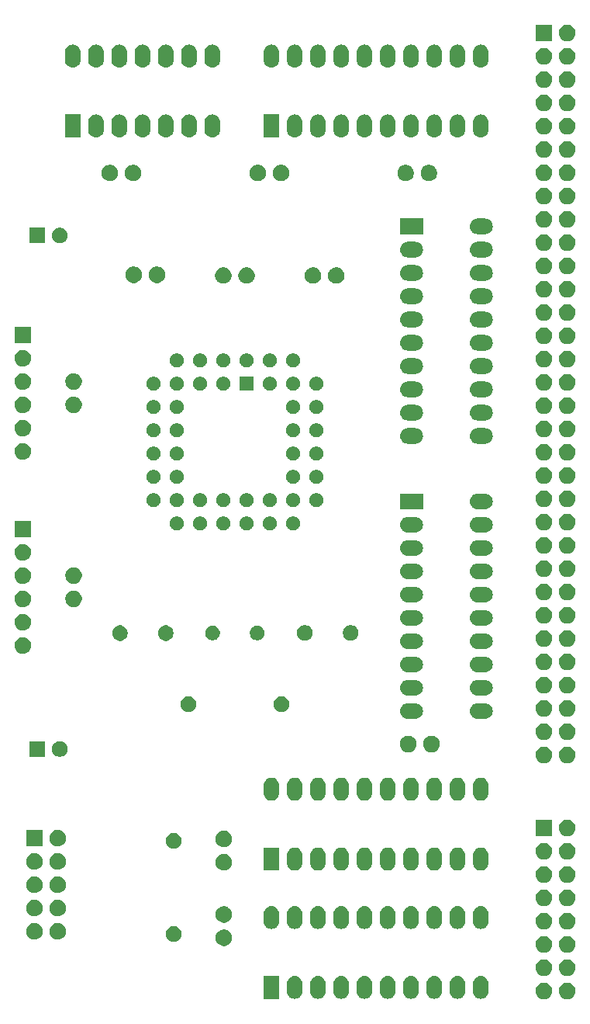
<source format=gbr>
G04 #@! TF.GenerationSoftware,KiCad,Pcbnew,(5.1.5-0-10_14)*
G04 #@! TF.CreationDate,2021-10-05T22:02:22+01:00*
G04 #@! TF.ProjectId,mc68681-basic,6d633638-3638-4312-9d62-617369632e6b,rev?*
G04 #@! TF.SameCoordinates,Original*
G04 #@! TF.FileFunction,Soldermask,Bot*
G04 #@! TF.FilePolarity,Negative*
%FSLAX46Y46*%
G04 Gerber Fmt 4.6, Leading zero omitted, Abs format (unit mm)*
G04 Created by KiCad (PCBNEW (5.1.5-0-10_14)) date 2021-10-05 22:02:22*
%MOMM*%
%LPD*%
G04 APERTURE LIST*
%ADD10C,0.100000*%
G04 APERTURE END LIST*
D10*
G36*
X121113512Y-152483927D02*
G01*
X121262812Y-152513624D01*
X121426784Y-152581544D01*
X121574354Y-152680147D01*
X121699853Y-152805646D01*
X121798456Y-152953216D01*
X121866376Y-153117188D01*
X121901000Y-153291259D01*
X121901000Y-153468741D01*
X121866376Y-153642812D01*
X121798456Y-153806784D01*
X121699853Y-153954354D01*
X121574354Y-154079853D01*
X121426784Y-154178456D01*
X121262812Y-154246376D01*
X121113512Y-154276073D01*
X121088742Y-154281000D01*
X120911258Y-154281000D01*
X120886488Y-154276073D01*
X120737188Y-154246376D01*
X120573216Y-154178456D01*
X120425646Y-154079853D01*
X120300147Y-153954354D01*
X120201544Y-153806784D01*
X120133624Y-153642812D01*
X120099000Y-153468741D01*
X120099000Y-153291259D01*
X120133624Y-153117188D01*
X120201544Y-152953216D01*
X120300147Y-152805646D01*
X120425646Y-152680147D01*
X120573216Y-152581544D01*
X120737188Y-152513624D01*
X120886488Y-152483927D01*
X120911258Y-152479000D01*
X121088742Y-152479000D01*
X121113512Y-152483927D01*
G37*
G36*
X118573512Y-152483927D02*
G01*
X118722812Y-152513624D01*
X118886784Y-152581544D01*
X119034354Y-152680147D01*
X119159853Y-152805646D01*
X119258456Y-152953216D01*
X119326376Y-153117188D01*
X119361000Y-153291259D01*
X119361000Y-153468741D01*
X119326376Y-153642812D01*
X119258456Y-153806784D01*
X119159853Y-153954354D01*
X119034354Y-154079853D01*
X118886784Y-154178456D01*
X118722812Y-154246376D01*
X118573512Y-154276073D01*
X118548742Y-154281000D01*
X118371258Y-154281000D01*
X118346488Y-154276073D01*
X118197188Y-154246376D01*
X118033216Y-154178456D01*
X117885646Y-154079853D01*
X117760147Y-153954354D01*
X117661544Y-153806784D01*
X117593624Y-153642812D01*
X117559000Y-153468741D01*
X117559000Y-153291259D01*
X117593624Y-153117188D01*
X117661544Y-152953216D01*
X117760147Y-152805646D01*
X117885646Y-152680147D01*
X118033216Y-152581544D01*
X118197188Y-152513624D01*
X118346488Y-152483927D01*
X118371258Y-152479000D01*
X118548742Y-152479000D01*
X118573512Y-152483927D01*
G37*
G36*
X91406822Y-151761313D02*
G01*
X91567241Y-151809976D01*
X91715077Y-151888995D01*
X91844659Y-151995341D01*
X91951004Y-152124922D01*
X91951005Y-152124924D01*
X92030024Y-152272758D01*
X92078687Y-152433177D01*
X92091000Y-152558196D01*
X92091000Y-153441803D01*
X92078687Y-153566822D01*
X92030024Y-153727242D01*
X91987509Y-153806782D01*
X91951004Y-153875078D01*
X91844659Y-154004659D01*
X91715078Y-154111004D01*
X91715076Y-154111005D01*
X91567242Y-154190024D01*
X91406823Y-154238687D01*
X91240000Y-154255117D01*
X91073178Y-154238687D01*
X90912759Y-154190024D01*
X90764925Y-154111005D01*
X90764923Y-154111004D01*
X90635342Y-154004659D01*
X90528997Y-153875078D01*
X90492492Y-153806782D01*
X90449977Y-153727242D01*
X90401314Y-153566823D01*
X90389000Y-153441803D01*
X90389000Y-152558197D01*
X90401313Y-152433178D01*
X90449976Y-152272759D01*
X90528995Y-152124923D01*
X90635341Y-151995341D01*
X90764922Y-151888996D01*
X90780094Y-151880886D01*
X90912758Y-151809976D01*
X91073177Y-151761313D01*
X91240000Y-151744883D01*
X91406822Y-151761313D01*
G37*
G36*
X93946822Y-151761313D02*
G01*
X94107241Y-151809976D01*
X94255077Y-151888995D01*
X94384659Y-151995341D01*
X94491004Y-152124922D01*
X94491005Y-152124924D01*
X94570024Y-152272758D01*
X94618687Y-152433177D01*
X94631000Y-152558196D01*
X94631000Y-153441803D01*
X94618687Y-153566822D01*
X94570024Y-153727242D01*
X94527509Y-153806782D01*
X94491004Y-153875078D01*
X94384659Y-154004659D01*
X94255078Y-154111004D01*
X94255076Y-154111005D01*
X94107242Y-154190024D01*
X93946823Y-154238687D01*
X93780000Y-154255117D01*
X93613178Y-154238687D01*
X93452759Y-154190024D01*
X93304925Y-154111005D01*
X93304923Y-154111004D01*
X93175342Y-154004659D01*
X93068997Y-153875078D01*
X93032492Y-153806782D01*
X92989977Y-153727242D01*
X92941314Y-153566823D01*
X92929000Y-153441803D01*
X92929000Y-152558197D01*
X92941313Y-152433178D01*
X92989976Y-152272759D01*
X93068995Y-152124923D01*
X93175341Y-151995341D01*
X93304922Y-151888996D01*
X93320094Y-151880886D01*
X93452758Y-151809976D01*
X93613177Y-151761313D01*
X93780000Y-151744883D01*
X93946822Y-151761313D01*
G37*
G36*
X96486822Y-151761313D02*
G01*
X96647241Y-151809976D01*
X96795077Y-151888995D01*
X96924659Y-151995341D01*
X97031004Y-152124922D01*
X97031005Y-152124924D01*
X97110024Y-152272758D01*
X97158687Y-152433177D01*
X97171000Y-152558196D01*
X97171000Y-153441803D01*
X97158687Y-153566822D01*
X97110024Y-153727242D01*
X97067509Y-153806782D01*
X97031004Y-153875078D01*
X96924659Y-154004659D01*
X96795078Y-154111004D01*
X96795076Y-154111005D01*
X96647242Y-154190024D01*
X96486823Y-154238687D01*
X96320000Y-154255117D01*
X96153178Y-154238687D01*
X95992759Y-154190024D01*
X95844925Y-154111005D01*
X95844923Y-154111004D01*
X95715342Y-154004659D01*
X95608997Y-153875078D01*
X95572492Y-153806782D01*
X95529977Y-153727242D01*
X95481314Y-153566823D01*
X95469000Y-153441803D01*
X95469000Y-152558197D01*
X95481313Y-152433178D01*
X95529976Y-152272759D01*
X95608995Y-152124923D01*
X95715341Y-151995341D01*
X95844922Y-151888996D01*
X95860094Y-151880886D01*
X95992758Y-151809976D01*
X96153177Y-151761313D01*
X96320000Y-151744883D01*
X96486822Y-151761313D01*
G37*
G36*
X99026822Y-151761313D02*
G01*
X99187241Y-151809976D01*
X99335077Y-151888995D01*
X99464659Y-151995341D01*
X99571004Y-152124922D01*
X99571005Y-152124924D01*
X99650024Y-152272758D01*
X99698687Y-152433177D01*
X99711000Y-152558196D01*
X99711000Y-153441803D01*
X99698687Y-153566822D01*
X99650024Y-153727242D01*
X99607509Y-153806782D01*
X99571004Y-153875078D01*
X99464659Y-154004659D01*
X99335078Y-154111004D01*
X99335076Y-154111005D01*
X99187242Y-154190024D01*
X99026823Y-154238687D01*
X98860000Y-154255117D01*
X98693178Y-154238687D01*
X98532759Y-154190024D01*
X98384925Y-154111005D01*
X98384923Y-154111004D01*
X98255342Y-154004659D01*
X98148997Y-153875078D01*
X98112492Y-153806782D01*
X98069977Y-153727242D01*
X98021314Y-153566823D01*
X98009000Y-153441803D01*
X98009000Y-152558197D01*
X98021313Y-152433178D01*
X98069976Y-152272759D01*
X98148995Y-152124923D01*
X98255341Y-151995341D01*
X98384922Y-151888996D01*
X98400094Y-151880886D01*
X98532758Y-151809976D01*
X98693177Y-151761313D01*
X98860000Y-151744883D01*
X99026822Y-151761313D01*
G37*
G36*
X101566822Y-151761313D02*
G01*
X101727241Y-151809976D01*
X101875077Y-151888995D01*
X102004659Y-151995341D01*
X102111004Y-152124922D01*
X102111005Y-152124924D01*
X102190024Y-152272758D01*
X102238687Y-152433177D01*
X102251000Y-152558196D01*
X102251000Y-153441803D01*
X102238687Y-153566822D01*
X102190024Y-153727242D01*
X102147509Y-153806782D01*
X102111004Y-153875078D01*
X102004659Y-154004659D01*
X101875078Y-154111004D01*
X101875076Y-154111005D01*
X101727242Y-154190024D01*
X101566823Y-154238687D01*
X101400000Y-154255117D01*
X101233178Y-154238687D01*
X101072759Y-154190024D01*
X100924925Y-154111005D01*
X100924923Y-154111004D01*
X100795342Y-154004659D01*
X100688997Y-153875078D01*
X100652492Y-153806782D01*
X100609977Y-153727242D01*
X100561314Y-153566823D01*
X100549000Y-153441803D01*
X100549000Y-152558197D01*
X100561313Y-152433178D01*
X100609976Y-152272759D01*
X100688995Y-152124923D01*
X100795341Y-151995341D01*
X100924922Y-151888996D01*
X100940094Y-151880886D01*
X101072758Y-151809976D01*
X101233177Y-151761313D01*
X101400000Y-151744883D01*
X101566822Y-151761313D01*
G37*
G36*
X104106822Y-151761313D02*
G01*
X104267241Y-151809976D01*
X104415077Y-151888995D01*
X104544659Y-151995341D01*
X104651004Y-152124922D01*
X104651005Y-152124924D01*
X104730024Y-152272758D01*
X104778687Y-152433177D01*
X104791000Y-152558196D01*
X104791000Y-153441803D01*
X104778687Y-153566822D01*
X104730024Y-153727242D01*
X104687509Y-153806782D01*
X104651004Y-153875078D01*
X104544659Y-154004659D01*
X104415078Y-154111004D01*
X104415076Y-154111005D01*
X104267242Y-154190024D01*
X104106823Y-154238687D01*
X103940000Y-154255117D01*
X103773178Y-154238687D01*
X103612759Y-154190024D01*
X103464925Y-154111005D01*
X103464923Y-154111004D01*
X103335342Y-154004659D01*
X103228997Y-153875078D01*
X103192492Y-153806782D01*
X103149977Y-153727242D01*
X103101314Y-153566823D01*
X103089000Y-153441803D01*
X103089000Y-152558197D01*
X103101313Y-152433178D01*
X103149976Y-152272759D01*
X103228995Y-152124923D01*
X103335341Y-151995341D01*
X103464922Y-151888996D01*
X103480094Y-151880886D01*
X103612758Y-151809976D01*
X103773177Y-151761313D01*
X103940000Y-151744883D01*
X104106822Y-151761313D01*
G37*
G36*
X106646822Y-151761313D02*
G01*
X106807241Y-151809976D01*
X106955077Y-151888995D01*
X107084659Y-151995341D01*
X107191004Y-152124922D01*
X107191005Y-152124924D01*
X107270024Y-152272758D01*
X107318687Y-152433177D01*
X107331000Y-152558196D01*
X107331000Y-153441803D01*
X107318687Y-153566822D01*
X107270024Y-153727242D01*
X107227509Y-153806782D01*
X107191004Y-153875078D01*
X107084659Y-154004659D01*
X106955078Y-154111004D01*
X106955076Y-154111005D01*
X106807242Y-154190024D01*
X106646823Y-154238687D01*
X106480000Y-154255117D01*
X106313178Y-154238687D01*
X106152759Y-154190024D01*
X106004925Y-154111005D01*
X106004923Y-154111004D01*
X105875342Y-154004659D01*
X105768997Y-153875078D01*
X105732492Y-153806782D01*
X105689977Y-153727242D01*
X105641314Y-153566823D01*
X105629000Y-153441803D01*
X105629000Y-152558197D01*
X105641313Y-152433178D01*
X105689976Y-152272759D01*
X105768995Y-152124923D01*
X105875341Y-151995341D01*
X106004922Y-151888996D01*
X106020094Y-151880886D01*
X106152758Y-151809976D01*
X106313177Y-151761313D01*
X106480000Y-151744883D01*
X106646822Y-151761313D01*
G37*
G36*
X109186822Y-151761313D02*
G01*
X109347241Y-151809976D01*
X109495077Y-151888995D01*
X109624659Y-151995341D01*
X109731004Y-152124922D01*
X109731005Y-152124924D01*
X109810024Y-152272758D01*
X109858687Y-152433177D01*
X109871000Y-152558196D01*
X109871000Y-153441803D01*
X109858687Y-153566822D01*
X109810024Y-153727242D01*
X109767509Y-153806782D01*
X109731004Y-153875078D01*
X109624659Y-154004659D01*
X109495078Y-154111004D01*
X109495076Y-154111005D01*
X109347242Y-154190024D01*
X109186823Y-154238687D01*
X109020000Y-154255117D01*
X108853178Y-154238687D01*
X108692759Y-154190024D01*
X108544925Y-154111005D01*
X108544923Y-154111004D01*
X108415342Y-154004659D01*
X108308997Y-153875078D01*
X108272492Y-153806782D01*
X108229977Y-153727242D01*
X108181314Y-153566823D01*
X108169000Y-153441803D01*
X108169000Y-152558197D01*
X108181313Y-152433178D01*
X108229976Y-152272759D01*
X108308995Y-152124923D01*
X108415341Y-151995341D01*
X108544922Y-151888996D01*
X108560094Y-151880886D01*
X108692758Y-151809976D01*
X108853177Y-151761313D01*
X109020000Y-151744883D01*
X109186822Y-151761313D01*
G37*
G36*
X111726822Y-151761313D02*
G01*
X111887241Y-151809976D01*
X112035077Y-151888995D01*
X112164659Y-151995341D01*
X112271004Y-152124922D01*
X112271005Y-152124924D01*
X112350024Y-152272758D01*
X112398687Y-152433177D01*
X112411000Y-152558196D01*
X112411000Y-153441803D01*
X112398687Y-153566822D01*
X112350024Y-153727242D01*
X112307509Y-153806782D01*
X112271004Y-153875078D01*
X112164659Y-154004659D01*
X112035078Y-154111004D01*
X112035076Y-154111005D01*
X111887242Y-154190024D01*
X111726823Y-154238687D01*
X111560000Y-154255117D01*
X111393178Y-154238687D01*
X111232759Y-154190024D01*
X111084925Y-154111005D01*
X111084923Y-154111004D01*
X110955342Y-154004659D01*
X110848997Y-153875078D01*
X110812492Y-153806782D01*
X110769977Y-153727242D01*
X110721314Y-153566823D01*
X110709000Y-153441803D01*
X110709000Y-152558197D01*
X110721313Y-152433178D01*
X110769976Y-152272759D01*
X110848995Y-152124923D01*
X110955341Y-151995341D01*
X111084922Y-151888996D01*
X111100094Y-151880886D01*
X111232758Y-151809976D01*
X111393177Y-151761313D01*
X111560000Y-151744883D01*
X111726822Y-151761313D01*
G37*
G36*
X89551000Y-154251000D02*
G01*
X87849000Y-154251000D01*
X87849000Y-151749000D01*
X89551000Y-151749000D01*
X89551000Y-154251000D01*
G37*
G36*
X121113512Y-149943927D02*
G01*
X121262812Y-149973624D01*
X121426784Y-150041544D01*
X121574354Y-150140147D01*
X121699853Y-150265646D01*
X121798456Y-150413216D01*
X121866376Y-150577188D01*
X121901000Y-150751259D01*
X121901000Y-150928741D01*
X121866376Y-151102812D01*
X121798456Y-151266784D01*
X121699853Y-151414354D01*
X121574354Y-151539853D01*
X121426784Y-151638456D01*
X121262812Y-151706376D01*
X121113512Y-151736073D01*
X121088742Y-151741000D01*
X120911258Y-151741000D01*
X120886488Y-151736073D01*
X120737188Y-151706376D01*
X120573216Y-151638456D01*
X120425646Y-151539853D01*
X120300147Y-151414354D01*
X120201544Y-151266784D01*
X120133624Y-151102812D01*
X120099000Y-150928741D01*
X120099000Y-150751259D01*
X120133624Y-150577188D01*
X120201544Y-150413216D01*
X120300147Y-150265646D01*
X120425646Y-150140147D01*
X120573216Y-150041544D01*
X120737188Y-149973624D01*
X120886488Y-149943927D01*
X120911258Y-149939000D01*
X121088742Y-149939000D01*
X121113512Y-149943927D01*
G37*
G36*
X118573512Y-149943927D02*
G01*
X118722812Y-149973624D01*
X118886784Y-150041544D01*
X119034354Y-150140147D01*
X119159853Y-150265646D01*
X119258456Y-150413216D01*
X119326376Y-150577188D01*
X119361000Y-150751259D01*
X119361000Y-150928741D01*
X119326376Y-151102812D01*
X119258456Y-151266784D01*
X119159853Y-151414354D01*
X119034354Y-151539853D01*
X118886784Y-151638456D01*
X118722812Y-151706376D01*
X118573512Y-151736073D01*
X118548742Y-151741000D01*
X118371258Y-151741000D01*
X118346488Y-151736073D01*
X118197188Y-151706376D01*
X118033216Y-151638456D01*
X117885646Y-151539853D01*
X117760147Y-151414354D01*
X117661544Y-151266784D01*
X117593624Y-151102812D01*
X117559000Y-150928741D01*
X117559000Y-150751259D01*
X117593624Y-150577188D01*
X117661544Y-150413216D01*
X117760147Y-150265646D01*
X117885646Y-150140147D01*
X118033216Y-150041544D01*
X118197188Y-149973624D01*
X118346488Y-149943927D01*
X118371258Y-149939000D01*
X118548742Y-149939000D01*
X118573512Y-149943927D01*
G37*
G36*
X121113512Y-147403927D02*
G01*
X121262812Y-147433624D01*
X121426784Y-147501544D01*
X121574354Y-147600147D01*
X121699853Y-147725646D01*
X121798456Y-147873216D01*
X121866376Y-148037188D01*
X121901000Y-148211259D01*
X121901000Y-148388741D01*
X121866376Y-148562812D01*
X121798456Y-148726784D01*
X121699853Y-148874354D01*
X121574354Y-148999853D01*
X121426784Y-149098456D01*
X121262812Y-149166376D01*
X121113512Y-149196073D01*
X121088742Y-149201000D01*
X120911258Y-149201000D01*
X120886488Y-149196073D01*
X120737188Y-149166376D01*
X120573216Y-149098456D01*
X120425646Y-148999853D01*
X120300147Y-148874354D01*
X120201544Y-148726784D01*
X120133624Y-148562812D01*
X120099000Y-148388741D01*
X120099000Y-148211259D01*
X120133624Y-148037188D01*
X120201544Y-147873216D01*
X120300147Y-147725646D01*
X120425646Y-147600147D01*
X120573216Y-147501544D01*
X120737188Y-147433624D01*
X120886488Y-147403927D01*
X120911258Y-147399000D01*
X121088742Y-147399000D01*
X121113512Y-147403927D01*
G37*
G36*
X118573512Y-147403927D02*
G01*
X118722812Y-147433624D01*
X118886784Y-147501544D01*
X119034354Y-147600147D01*
X119159853Y-147725646D01*
X119258456Y-147873216D01*
X119326376Y-148037188D01*
X119361000Y-148211259D01*
X119361000Y-148388741D01*
X119326376Y-148562812D01*
X119258456Y-148726784D01*
X119159853Y-148874354D01*
X119034354Y-148999853D01*
X118886784Y-149098456D01*
X118722812Y-149166376D01*
X118573512Y-149196073D01*
X118548742Y-149201000D01*
X118371258Y-149201000D01*
X118346488Y-149196073D01*
X118197188Y-149166376D01*
X118033216Y-149098456D01*
X117885646Y-148999853D01*
X117760147Y-148874354D01*
X117661544Y-148726784D01*
X117593624Y-148562812D01*
X117559000Y-148388741D01*
X117559000Y-148211259D01*
X117593624Y-148037188D01*
X117661544Y-147873216D01*
X117760147Y-147725646D01*
X117885646Y-147600147D01*
X118033216Y-147501544D01*
X118197188Y-147433624D01*
X118346488Y-147403927D01*
X118371258Y-147399000D01*
X118548742Y-147399000D01*
X118573512Y-147403927D01*
G37*
G36*
X83763015Y-146717151D02*
G01*
X83895197Y-146771903D01*
X83927115Y-146785124D01*
X84074800Y-146883804D01*
X84200396Y-147009400D01*
X84299077Y-147157087D01*
X84367049Y-147321185D01*
X84401700Y-147495389D01*
X84401700Y-147673011D01*
X84367049Y-147847215D01*
X84299077Y-148011313D01*
X84299076Y-148011315D01*
X84200396Y-148159000D01*
X84074800Y-148284596D01*
X83927115Y-148383276D01*
X83927114Y-148383277D01*
X83927113Y-148383277D01*
X83763015Y-148451249D01*
X83588811Y-148485900D01*
X83411189Y-148485900D01*
X83236985Y-148451249D01*
X83072887Y-148383277D01*
X83072886Y-148383277D01*
X83072885Y-148383276D01*
X82925200Y-148284596D01*
X82799604Y-148159000D01*
X82700924Y-148011315D01*
X82700923Y-148011313D01*
X82632951Y-147847215D01*
X82598300Y-147673011D01*
X82598300Y-147495389D01*
X82632951Y-147321185D01*
X82700923Y-147157087D01*
X82799604Y-147009400D01*
X82925200Y-146883804D01*
X83072885Y-146785124D01*
X83104803Y-146771903D01*
X83236985Y-146717151D01*
X83411189Y-146682500D01*
X83588811Y-146682500D01*
X83763015Y-146717151D01*
G37*
G36*
X78273228Y-146356703D02*
G01*
X78428100Y-146420853D01*
X78567481Y-146513985D01*
X78686015Y-146632519D01*
X78779147Y-146771900D01*
X78843297Y-146926772D01*
X78876000Y-147091184D01*
X78876000Y-147258816D01*
X78843297Y-147423228D01*
X78779147Y-147578100D01*
X78686015Y-147717481D01*
X78567481Y-147836015D01*
X78428100Y-147929147D01*
X78273228Y-147993297D01*
X78108816Y-148026000D01*
X77941184Y-148026000D01*
X77776772Y-147993297D01*
X77621900Y-147929147D01*
X77482519Y-147836015D01*
X77363985Y-147717481D01*
X77270853Y-147578100D01*
X77206703Y-147423228D01*
X77174000Y-147258816D01*
X77174000Y-147091184D01*
X77206703Y-146926772D01*
X77270853Y-146771900D01*
X77363985Y-146632519D01*
X77482519Y-146513985D01*
X77621900Y-146420853D01*
X77776772Y-146356703D01*
X77941184Y-146324000D01*
X78108816Y-146324000D01*
X78273228Y-146356703D01*
G37*
G36*
X65473512Y-145993927D02*
G01*
X65622812Y-146023624D01*
X65786784Y-146091544D01*
X65934354Y-146190147D01*
X66059853Y-146315646D01*
X66158456Y-146463216D01*
X66226376Y-146627188D01*
X66255160Y-146771900D01*
X66257791Y-146785123D01*
X66261000Y-146801259D01*
X66261000Y-146978741D01*
X66226376Y-147152812D01*
X66158456Y-147316784D01*
X66059853Y-147464354D01*
X65934354Y-147589853D01*
X65786784Y-147688456D01*
X65622812Y-147756376D01*
X65473512Y-147786073D01*
X65448742Y-147791000D01*
X65271258Y-147791000D01*
X65246488Y-147786073D01*
X65097188Y-147756376D01*
X64933216Y-147688456D01*
X64785646Y-147589853D01*
X64660147Y-147464354D01*
X64561544Y-147316784D01*
X64493624Y-147152812D01*
X64459000Y-146978741D01*
X64459000Y-146801259D01*
X64462210Y-146785123D01*
X64464840Y-146771900D01*
X64493624Y-146627188D01*
X64561544Y-146463216D01*
X64660147Y-146315646D01*
X64785646Y-146190147D01*
X64933216Y-146091544D01*
X65097188Y-146023624D01*
X65246488Y-145993927D01*
X65271258Y-145989000D01*
X65448742Y-145989000D01*
X65473512Y-145993927D01*
G37*
G36*
X62933512Y-145993927D02*
G01*
X63082812Y-146023624D01*
X63246784Y-146091544D01*
X63394354Y-146190147D01*
X63519853Y-146315646D01*
X63618456Y-146463216D01*
X63686376Y-146627188D01*
X63715160Y-146771900D01*
X63717791Y-146785123D01*
X63721000Y-146801259D01*
X63721000Y-146978741D01*
X63686376Y-147152812D01*
X63618456Y-147316784D01*
X63519853Y-147464354D01*
X63394354Y-147589853D01*
X63246784Y-147688456D01*
X63082812Y-147756376D01*
X62933512Y-147786073D01*
X62908742Y-147791000D01*
X62731258Y-147791000D01*
X62706488Y-147786073D01*
X62557188Y-147756376D01*
X62393216Y-147688456D01*
X62245646Y-147589853D01*
X62120147Y-147464354D01*
X62021544Y-147316784D01*
X61953624Y-147152812D01*
X61919000Y-146978741D01*
X61919000Y-146801259D01*
X61922210Y-146785123D01*
X61924840Y-146771900D01*
X61953624Y-146627188D01*
X62021544Y-146463216D01*
X62120147Y-146315646D01*
X62245646Y-146190147D01*
X62393216Y-146091544D01*
X62557188Y-146023624D01*
X62706488Y-145993927D01*
X62731258Y-145989000D01*
X62908742Y-145989000D01*
X62933512Y-145993927D01*
G37*
G36*
X118573512Y-144863927D02*
G01*
X118722812Y-144893624D01*
X118886784Y-144961544D01*
X119034354Y-145060147D01*
X119159853Y-145185646D01*
X119258456Y-145333216D01*
X119326376Y-145497188D01*
X119361000Y-145671259D01*
X119361000Y-145848741D01*
X119326376Y-146022812D01*
X119258456Y-146186784D01*
X119159853Y-146334354D01*
X119034354Y-146459853D01*
X118886784Y-146558456D01*
X118722812Y-146626376D01*
X118573512Y-146656073D01*
X118548742Y-146661000D01*
X118371258Y-146661000D01*
X118346488Y-146656073D01*
X118197188Y-146626376D01*
X118033216Y-146558456D01*
X117885646Y-146459853D01*
X117760147Y-146334354D01*
X117661544Y-146186784D01*
X117593624Y-146022812D01*
X117559000Y-145848741D01*
X117559000Y-145671259D01*
X117593624Y-145497188D01*
X117661544Y-145333216D01*
X117760147Y-145185646D01*
X117885646Y-145060147D01*
X118033216Y-144961544D01*
X118197188Y-144893624D01*
X118346488Y-144863927D01*
X118371258Y-144859000D01*
X118548742Y-144859000D01*
X118573512Y-144863927D01*
G37*
G36*
X121113512Y-144863927D02*
G01*
X121262812Y-144893624D01*
X121426784Y-144961544D01*
X121574354Y-145060147D01*
X121699853Y-145185646D01*
X121798456Y-145333216D01*
X121866376Y-145497188D01*
X121901000Y-145671259D01*
X121901000Y-145848741D01*
X121866376Y-146022812D01*
X121798456Y-146186784D01*
X121699853Y-146334354D01*
X121574354Y-146459853D01*
X121426784Y-146558456D01*
X121262812Y-146626376D01*
X121113512Y-146656073D01*
X121088742Y-146661000D01*
X120911258Y-146661000D01*
X120886488Y-146656073D01*
X120737188Y-146626376D01*
X120573216Y-146558456D01*
X120425646Y-146459853D01*
X120300147Y-146334354D01*
X120201544Y-146186784D01*
X120133624Y-146022812D01*
X120099000Y-145848741D01*
X120099000Y-145671259D01*
X120133624Y-145497188D01*
X120201544Y-145333216D01*
X120300147Y-145185646D01*
X120425646Y-145060147D01*
X120573216Y-144961544D01*
X120737188Y-144893624D01*
X120886488Y-144863927D01*
X120911258Y-144859000D01*
X121088742Y-144859000D01*
X121113512Y-144863927D01*
G37*
G36*
X101566822Y-144141313D02*
G01*
X101727241Y-144189976D01*
X101875077Y-144268995D01*
X101966231Y-144343804D01*
X102004659Y-144375341D01*
X102111004Y-144504922D01*
X102111005Y-144504924D01*
X102190024Y-144652758D01*
X102238687Y-144813177D01*
X102251000Y-144938196D01*
X102251000Y-145821803D01*
X102238687Y-145946822D01*
X102190024Y-146107242D01*
X102147509Y-146186782D01*
X102111004Y-146255078D01*
X102004659Y-146384659D01*
X101875078Y-146491004D01*
X101875076Y-146491005D01*
X101727242Y-146570024D01*
X101566823Y-146618687D01*
X101400000Y-146635117D01*
X101233178Y-146618687D01*
X101072759Y-146570024D01*
X100924925Y-146491005D01*
X100924923Y-146491004D01*
X100795342Y-146384659D01*
X100688997Y-146255078D01*
X100652492Y-146186782D01*
X100609977Y-146107242D01*
X100561314Y-145946823D01*
X100549000Y-145821803D01*
X100549000Y-144938197D01*
X100561313Y-144813178D01*
X100609976Y-144652759D01*
X100688995Y-144504923D01*
X100795341Y-144375341D01*
X100833769Y-144343804D01*
X100924922Y-144268996D01*
X100940094Y-144260886D01*
X101072758Y-144189976D01*
X101233177Y-144141313D01*
X101400000Y-144124883D01*
X101566822Y-144141313D01*
G37*
G36*
X88866822Y-144141313D02*
G01*
X89027241Y-144189976D01*
X89175077Y-144268995D01*
X89266231Y-144343804D01*
X89304659Y-144375341D01*
X89411004Y-144504922D01*
X89411005Y-144504924D01*
X89490024Y-144652758D01*
X89538687Y-144813177D01*
X89551000Y-144938196D01*
X89551000Y-145821803D01*
X89538687Y-145946822D01*
X89490024Y-146107242D01*
X89447509Y-146186782D01*
X89411004Y-146255078D01*
X89304659Y-146384659D01*
X89175078Y-146491004D01*
X89175076Y-146491005D01*
X89027242Y-146570024D01*
X88866823Y-146618687D01*
X88700000Y-146635117D01*
X88533178Y-146618687D01*
X88372759Y-146570024D01*
X88224925Y-146491005D01*
X88224923Y-146491004D01*
X88095342Y-146384659D01*
X87988997Y-146255078D01*
X87952492Y-146186782D01*
X87909977Y-146107242D01*
X87861314Y-145946823D01*
X87849000Y-145821803D01*
X87849000Y-144938197D01*
X87861313Y-144813178D01*
X87909976Y-144652759D01*
X87988995Y-144504923D01*
X88095341Y-144375341D01*
X88133769Y-144343804D01*
X88224922Y-144268996D01*
X88240094Y-144260886D01*
X88372758Y-144189976D01*
X88533177Y-144141313D01*
X88700000Y-144124883D01*
X88866822Y-144141313D01*
G37*
G36*
X91406822Y-144141313D02*
G01*
X91567241Y-144189976D01*
X91715077Y-144268995D01*
X91806231Y-144343804D01*
X91844659Y-144375341D01*
X91951004Y-144504922D01*
X91951005Y-144504924D01*
X92030024Y-144652758D01*
X92078687Y-144813177D01*
X92091000Y-144938196D01*
X92091000Y-145821803D01*
X92078687Y-145946822D01*
X92030024Y-146107242D01*
X91987509Y-146186782D01*
X91951004Y-146255078D01*
X91844659Y-146384659D01*
X91715078Y-146491004D01*
X91715076Y-146491005D01*
X91567242Y-146570024D01*
X91406823Y-146618687D01*
X91240000Y-146635117D01*
X91073178Y-146618687D01*
X90912759Y-146570024D01*
X90764925Y-146491005D01*
X90764923Y-146491004D01*
X90635342Y-146384659D01*
X90528997Y-146255078D01*
X90492492Y-146186782D01*
X90449977Y-146107242D01*
X90401314Y-145946823D01*
X90389000Y-145821803D01*
X90389000Y-144938197D01*
X90401313Y-144813178D01*
X90449976Y-144652759D01*
X90528995Y-144504923D01*
X90635341Y-144375341D01*
X90673769Y-144343804D01*
X90764922Y-144268996D01*
X90780094Y-144260886D01*
X90912758Y-144189976D01*
X91073177Y-144141313D01*
X91240000Y-144124883D01*
X91406822Y-144141313D01*
G37*
G36*
X93946822Y-144141313D02*
G01*
X94107241Y-144189976D01*
X94255077Y-144268995D01*
X94346231Y-144343804D01*
X94384659Y-144375341D01*
X94491004Y-144504922D01*
X94491005Y-144504924D01*
X94570024Y-144652758D01*
X94618687Y-144813177D01*
X94631000Y-144938196D01*
X94631000Y-145821803D01*
X94618687Y-145946822D01*
X94570024Y-146107242D01*
X94527509Y-146186782D01*
X94491004Y-146255078D01*
X94384659Y-146384659D01*
X94255078Y-146491004D01*
X94255076Y-146491005D01*
X94107242Y-146570024D01*
X93946823Y-146618687D01*
X93780000Y-146635117D01*
X93613178Y-146618687D01*
X93452759Y-146570024D01*
X93304925Y-146491005D01*
X93304923Y-146491004D01*
X93175342Y-146384659D01*
X93068997Y-146255078D01*
X93032492Y-146186782D01*
X92989977Y-146107242D01*
X92941314Y-145946823D01*
X92929000Y-145821803D01*
X92929000Y-144938197D01*
X92941313Y-144813178D01*
X92989976Y-144652759D01*
X93068995Y-144504923D01*
X93175341Y-144375341D01*
X93213769Y-144343804D01*
X93304922Y-144268996D01*
X93320094Y-144260886D01*
X93452758Y-144189976D01*
X93613177Y-144141313D01*
X93780000Y-144124883D01*
X93946822Y-144141313D01*
G37*
G36*
X96486822Y-144141313D02*
G01*
X96647241Y-144189976D01*
X96795077Y-144268995D01*
X96886231Y-144343804D01*
X96924659Y-144375341D01*
X97031004Y-144504922D01*
X97031005Y-144504924D01*
X97110024Y-144652758D01*
X97158687Y-144813177D01*
X97171000Y-144938196D01*
X97171000Y-145821803D01*
X97158687Y-145946822D01*
X97110024Y-146107242D01*
X97067509Y-146186782D01*
X97031004Y-146255078D01*
X96924659Y-146384659D01*
X96795078Y-146491004D01*
X96795076Y-146491005D01*
X96647242Y-146570024D01*
X96486823Y-146618687D01*
X96320000Y-146635117D01*
X96153178Y-146618687D01*
X95992759Y-146570024D01*
X95844925Y-146491005D01*
X95844923Y-146491004D01*
X95715342Y-146384659D01*
X95608997Y-146255078D01*
X95572492Y-146186782D01*
X95529977Y-146107242D01*
X95481314Y-145946823D01*
X95469000Y-145821803D01*
X95469000Y-144938197D01*
X95481313Y-144813178D01*
X95529976Y-144652759D01*
X95608995Y-144504923D01*
X95715341Y-144375341D01*
X95753769Y-144343804D01*
X95844922Y-144268996D01*
X95860094Y-144260886D01*
X95992758Y-144189976D01*
X96153177Y-144141313D01*
X96320000Y-144124883D01*
X96486822Y-144141313D01*
G37*
G36*
X99026822Y-144141313D02*
G01*
X99187241Y-144189976D01*
X99335077Y-144268995D01*
X99426231Y-144343804D01*
X99464659Y-144375341D01*
X99571004Y-144504922D01*
X99571005Y-144504924D01*
X99650024Y-144652758D01*
X99698687Y-144813177D01*
X99711000Y-144938196D01*
X99711000Y-145821803D01*
X99698687Y-145946822D01*
X99650024Y-146107242D01*
X99607509Y-146186782D01*
X99571004Y-146255078D01*
X99464659Y-146384659D01*
X99335078Y-146491004D01*
X99335076Y-146491005D01*
X99187242Y-146570024D01*
X99026823Y-146618687D01*
X98860000Y-146635117D01*
X98693178Y-146618687D01*
X98532759Y-146570024D01*
X98384925Y-146491005D01*
X98384923Y-146491004D01*
X98255342Y-146384659D01*
X98148997Y-146255078D01*
X98112492Y-146186782D01*
X98069977Y-146107242D01*
X98021314Y-145946823D01*
X98009000Y-145821803D01*
X98009000Y-144938197D01*
X98021313Y-144813178D01*
X98069976Y-144652759D01*
X98148995Y-144504923D01*
X98255341Y-144375341D01*
X98293769Y-144343804D01*
X98384922Y-144268996D01*
X98400094Y-144260886D01*
X98532758Y-144189976D01*
X98693177Y-144141313D01*
X98860000Y-144124883D01*
X99026822Y-144141313D01*
G37*
G36*
X111726822Y-144141313D02*
G01*
X111887241Y-144189976D01*
X112035077Y-144268995D01*
X112126231Y-144343804D01*
X112164659Y-144375341D01*
X112271004Y-144504922D01*
X112271005Y-144504924D01*
X112350024Y-144652758D01*
X112398687Y-144813177D01*
X112411000Y-144938196D01*
X112411000Y-145821803D01*
X112398687Y-145946822D01*
X112350024Y-146107242D01*
X112307509Y-146186782D01*
X112271004Y-146255078D01*
X112164659Y-146384659D01*
X112035078Y-146491004D01*
X112035076Y-146491005D01*
X111887242Y-146570024D01*
X111726823Y-146618687D01*
X111560000Y-146635117D01*
X111393178Y-146618687D01*
X111232759Y-146570024D01*
X111084925Y-146491005D01*
X111084923Y-146491004D01*
X110955342Y-146384659D01*
X110848997Y-146255078D01*
X110812492Y-146186782D01*
X110769977Y-146107242D01*
X110721314Y-145946823D01*
X110709000Y-145821803D01*
X110709000Y-144938197D01*
X110721313Y-144813178D01*
X110769976Y-144652759D01*
X110848995Y-144504923D01*
X110955341Y-144375341D01*
X110993769Y-144343804D01*
X111084922Y-144268996D01*
X111100094Y-144260886D01*
X111232758Y-144189976D01*
X111393177Y-144141313D01*
X111560000Y-144124883D01*
X111726822Y-144141313D01*
G37*
G36*
X104106822Y-144141313D02*
G01*
X104267241Y-144189976D01*
X104415077Y-144268995D01*
X104506231Y-144343804D01*
X104544659Y-144375341D01*
X104651004Y-144504922D01*
X104651005Y-144504924D01*
X104730024Y-144652758D01*
X104778687Y-144813177D01*
X104791000Y-144938196D01*
X104791000Y-145821803D01*
X104778687Y-145946822D01*
X104730024Y-146107242D01*
X104687509Y-146186782D01*
X104651004Y-146255078D01*
X104544659Y-146384659D01*
X104415078Y-146491004D01*
X104415076Y-146491005D01*
X104267242Y-146570024D01*
X104106823Y-146618687D01*
X103940000Y-146635117D01*
X103773178Y-146618687D01*
X103612759Y-146570024D01*
X103464925Y-146491005D01*
X103464923Y-146491004D01*
X103335342Y-146384659D01*
X103228997Y-146255078D01*
X103192492Y-146186782D01*
X103149977Y-146107242D01*
X103101314Y-145946823D01*
X103089000Y-145821803D01*
X103089000Y-144938197D01*
X103101313Y-144813178D01*
X103149976Y-144652759D01*
X103228995Y-144504923D01*
X103335341Y-144375341D01*
X103373769Y-144343804D01*
X103464922Y-144268996D01*
X103480094Y-144260886D01*
X103612758Y-144189976D01*
X103773177Y-144141313D01*
X103940000Y-144124883D01*
X104106822Y-144141313D01*
G37*
G36*
X106646822Y-144141313D02*
G01*
X106807241Y-144189976D01*
X106955077Y-144268995D01*
X107046231Y-144343804D01*
X107084659Y-144375341D01*
X107191004Y-144504922D01*
X107191005Y-144504924D01*
X107270024Y-144652758D01*
X107318687Y-144813177D01*
X107331000Y-144938196D01*
X107331000Y-145821803D01*
X107318687Y-145946822D01*
X107270024Y-146107242D01*
X107227509Y-146186782D01*
X107191004Y-146255078D01*
X107084659Y-146384659D01*
X106955078Y-146491004D01*
X106955076Y-146491005D01*
X106807242Y-146570024D01*
X106646823Y-146618687D01*
X106480000Y-146635117D01*
X106313178Y-146618687D01*
X106152759Y-146570024D01*
X106004925Y-146491005D01*
X106004923Y-146491004D01*
X105875342Y-146384659D01*
X105768997Y-146255078D01*
X105732492Y-146186782D01*
X105689977Y-146107242D01*
X105641314Y-145946823D01*
X105629000Y-145821803D01*
X105629000Y-144938197D01*
X105641313Y-144813178D01*
X105689976Y-144652759D01*
X105768995Y-144504923D01*
X105875341Y-144375341D01*
X105913769Y-144343804D01*
X106004922Y-144268996D01*
X106020094Y-144260886D01*
X106152758Y-144189976D01*
X106313177Y-144141313D01*
X106480000Y-144124883D01*
X106646822Y-144141313D01*
G37*
G36*
X109186822Y-144141313D02*
G01*
X109347241Y-144189976D01*
X109495077Y-144268995D01*
X109586231Y-144343804D01*
X109624659Y-144375341D01*
X109731004Y-144504922D01*
X109731005Y-144504924D01*
X109810024Y-144652758D01*
X109858687Y-144813177D01*
X109871000Y-144938196D01*
X109871000Y-145821803D01*
X109858687Y-145946822D01*
X109810024Y-146107242D01*
X109767509Y-146186782D01*
X109731004Y-146255078D01*
X109624659Y-146384659D01*
X109495078Y-146491004D01*
X109495076Y-146491005D01*
X109347242Y-146570024D01*
X109186823Y-146618687D01*
X109020000Y-146635117D01*
X108853178Y-146618687D01*
X108692759Y-146570024D01*
X108544925Y-146491005D01*
X108544923Y-146491004D01*
X108415342Y-146384659D01*
X108308997Y-146255078D01*
X108272492Y-146186782D01*
X108229977Y-146107242D01*
X108181314Y-145946823D01*
X108169000Y-145821803D01*
X108169000Y-144938197D01*
X108181313Y-144813178D01*
X108229976Y-144652759D01*
X108308995Y-144504923D01*
X108415341Y-144375341D01*
X108453769Y-144343804D01*
X108544922Y-144268996D01*
X108560094Y-144260886D01*
X108692758Y-144189976D01*
X108853177Y-144141313D01*
X109020000Y-144124883D01*
X109186822Y-144141313D01*
G37*
G36*
X83763015Y-144177151D02*
G01*
X83927113Y-144245123D01*
X83927115Y-144245124D01*
X83962840Y-144268995D01*
X84074800Y-144343804D01*
X84200396Y-144469400D01*
X84299077Y-144617087D01*
X84367049Y-144781185D01*
X84401700Y-144955389D01*
X84401700Y-145133011D01*
X84367049Y-145307215D01*
X84356278Y-145333218D01*
X84299076Y-145471315D01*
X84200396Y-145619000D01*
X84074800Y-145744596D01*
X83927115Y-145843276D01*
X83927114Y-145843277D01*
X83927113Y-145843277D01*
X83763015Y-145911249D01*
X83588811Y-145945900D01*
X83411189Y-145945900D01*
X83236985Y-145911249D01*
X83072887Y-145843277D01*
X83072886Y-145843277D01*
X83072885Y-145843276D01*
X82925200Y-145744596D01*
X82799604Y-145619000D01*
X82700924Y-145471315D01*
X82643722Y-145333218D01*
X82632951Y-145307215D01*
X82598300Y-145133011D01*
X82598300Y-144955389D01*
X82632951Y-144781185D01*
X82700923Y-144617087D01*
X82799604Y-144469400D01*
X82925200Y-144343804D01*
X83037160Y-144268995D01*
X83072885Y-144245124D01*
X83072887Y-144245123D01*
X83236985Y-144177151D01*
X83411189Y-144142500D01*
X83588811Y-144142500D01*
X83763015Y-144177151D01*
G37*
G36*
X62933512Y-143453927D02*
G01*
X63082812Y-143483624D01*
X63246784Y-143551544D01*
X63394354Y-143650147D01*
X63519853Y-143775646D01*
X63618456Y-143923216D01*
X63686376Y-144087188D01*
X63706821Y-144189975D01*
X63717791Y-144245123D01*
X63721000Y-144261259D01*
X63721000Y-144438741D01*
X63686376Y-144612812D01*
X63618456Y-144776784D01*
X63519853Y-144924354D01*
X63394354Y-145049853D01*
X63246784Y-145148456D01*
X63082812Y-145216376D01*
X62933512Y-145246073D01*
X62908742Y-145251000D01*
X62731258Y-145251000D01*
X62706488Y-145246073D01*
X62557188Y-145216376D01*
X62393216Y-145148456D01*
X62245646Y-145049853D01*
X62120147Y-144924354D01*
X62021544Y-144776784D01*
X61953624Y-144612812D01*
X61919000Y-144438741D01*
X61919000Y-144261259D01*
X61922210Y-144245123D01*
X61933179Y-144189975D01*
X61953624Y-144087188D01*
X62021544Y-143923216D01*
X62120147Y-143775646D01*
X62245646Y-143650147D01*
X62393216Y-143551544D01*
X62557188Y-143483624D01*
X62706488Y-143453927D01*
X62731258Y-143449000D01*
X62908742Y-143449000D01*
X62933512Y-143453927D01*
G37*
G36*
X65473512Y-143453927D02*
G01*
X65622812Y-143483624D01*
X65786784Y-143551544D01*
X65934354Y-143650147D01*
X66059853Y-143775646D01*
X66158456Y-143923216D01*
X66226376Y-144087188D01*
X66246821Y-144189975D01*
X66257791Y-144245123D01*
X66261000Y-144261259D01*
X66261000Y-144438741D01*
X66226376Y-144612812D01*
X66158456Y-144776784D01*
X66059853Y-144924354D01*
X65934354Y-145049853D01*
X65786784Y-145148456D01*
X65622812Y-145216376D01*
X65473512Y-145246073D01*
X65448742Y-145251000D01*
X65271258Y-145251000D01*
X65246488Y-145246073D01*
X65097188Y-145216376D01*
X64933216Y-145148456D01*
X64785646Y-145049853D01*
X64660147Y-144924354D01*
X64561544Y-144776784D01*
X64493624Y-144612812D01*
X64459000Y-144438741D01*
X64459000Y-144261259D01*
X64462210Y-144245123D01*
X64473179Y-144189975D01*
X64493624Y-144087188D01*
X64561544Y-143923216D01*
X64660147Y-143775646D01*
X64785646Y-143650147D01*
X64933216Y-143551544D01*
X65097188Y-143483624D01*
X65246488Y-143453927D01*
X65271258Y-143449000D01*
X65448742Y-143449000D01*
X65473512Y-143453927D01*
G37*
G36*
X121113512Y-142323927D02*
G01*
X121262812Y-142353624D01*
X121426784Y-142421544D01*
X121574354Y-142520147D01*
X121699853Y-142645646D01*
X121798456Y-142793216D01*
X121866376Y-142957188D01*
X121901000Y-143131259D01*
X121901000Y-143308741D01*
X121866376Y-143482812D01*
X121798456Y-143646784D01*
X121699853Y-143794354D01*
X121574354Y-143919853D01*
X121426784Y-144018456D01*
X121262812Y-144086376D01*
X121113512Y-144116073D01*
X121088742Y-144121000D01*
X120911258Y-144121000D01*
X120886488Y-144116073D01*
X120737188Y-144086376D01*
X120573216Y-144018456D01*
X120425646Y-143919853D01*
X120300147Y-143794354D01*
X120201544Y-143646784D01*
X120133624Y-143482812D01*
X120099000Y-143308741D01*
X120099000Y-143131259D01*
X120133624Y-142957188D01*
X120201544Y-142793216D01*
X120300147Y-142645646D01*
X120425646Y-142520147D01*
X120573216Y-142421544D01*
X120737188Y-142353624D01*
X120886488Y-142323927D01*
X120911258Y-142319000D01*
X121088742Y-142319000D01*
X121113512Y-142323927D01*
G37*
G36*
X118573512Y-142323927D02*
G01*
X118722812Y-142353624D01*
X118886784Y-142421544D01*
X119034354Y-142520147D01*
X119159853Y-142645646D01*
X119258456Y-142793216D01*
X119326376Y-142957188D01*
X119361000Y-143131259D01*
X119361000Y-143308741D01*
X119326376Y-143482812D01*
X119258456Y-143646784D01*
X119159853Y-143794354D01*
X119034354Y-143919853D01*
X118886784Y-144018456D01*
X118722812Y-144086376D01*
X118573512Y-144116073D01*
X118548742Y-144121000D01*
X118371258Y-144121000D01*
X118346488Y-144116073D01*
X118197188Y-144086376D01*
X118033216Y-144018456D01*
X117885646Y-143919853D01*
X117760147Y-143794354D01*
X117661544Y-143646784D01*
X117593624Y-143482812D01*
X117559000Y-143308741D01*
X117559000Y-143131259D01*
X117593624Y-142957188D01*
X117661544Y-142793216D01*
X117760147Y-142645646D01*
X117885646Y-142520147D01*
X118033216Y-142421544D01*
X118197188Y-142353624D01*
X118346488Y-142323927D01*
X118371258Y-142319000D01*
X118548742Y-142319000D01*
X118573512Y-142323927D01*
G37*
G36*
X62933512Y-140913927D02*
G01*
X63082812Y-140943624D01*
X63246784Y-141011544D01*
X63394354Y-141110147D01*
X63519853Y-141235646D01*
X63618456Y-141383216D01*
X63686376Y-141547188D01*
X63721000Y-141721259D01*
X63721000Y-141898741D01*
X63686376Y-142072812D01*
X63618456Y-142236784D01*
X63519853Y-142384354D01*
X63394354Y-142509853D01*
X63246784Y-142608456D01*
X63082812Y-142676376D01*
X62933512Y-142706073D01*
X62908742Y-142711000D01*
X62731258Y-142711000D01*
X62706488Y-142706073D01*
X62557188Y-142676376D01*
X62393216Y-142608456D01*
X62245646Y-142509853D01*
X62120147Y-142384354D01*
X62021544Y-142236784D01*
X61953624Y-142072812D01*
X61919000Y-141898741D01*
X61919000Y-141721259D01*
X61953624Y-141547188D01*
X62021544Y-141383216D01*
X62120147Y-141235646D01*
X62245646Y-141110147D01*
X62393216Y-141011544D01*
X62557188Y-140943624D01*
X62706488Y-140913927D01*
X62731258Y-140909000D01*
X62908742Y-140909000D01*
X62933512Y-140913927D01*
G37*
G36*
X65473512Y-140913927D02*
G01*
X65622812Y-140943624D01*
X65786784Y-141011544D01*
X65934354Y-141110147D01*
X66059853Y-141235646D01*
X66158456Y-141383216D01*
X66226376Y-141547188D01*
X66261000Y-141721259D01*
X66261000Y-141898741D01*
X66226376Y-142072812D01*
X66158456Y-142236784D01*
X66059853Y-142384354D01*
X65934354Y-142509853D01*
X65786784Y-142608456D01*
X65622812Y-142676376D01*
X65473512Y-142706073D01*
X65448742Y-142711000D01*
X65271258Y-142711000D01*
X65246488Y-142706073D01*
X65097188Y-142676376D01*
X64933216Y-142608456D01*
X64785646Y-142509853D01*
X64660147Y-142384354D01*
X64561544Y-142236784D01*
X64493624Y-142072812D01*
X64459000Y-141898741D01*
X64459000Y-141721259D01*
X64493624Y-141547188D01*
X64561544Y-141383216D01*
X64660147Y-141235646D01*
X64785646Y-141110147D01*
X64933216Y-141011544D01*
X65097188Y-140943624D01*
X65246488Y-140913927D01*
X65271258Y-140909000D01*
X65448742Y-140909000D01*
X65473512Y-140913927D01*
G37*
G36*
X118568424Y-139782915D02*
G01*
X118722812Y-139813624D01*
X118886784Y-139881544D01*
X119034354Y-139980147D01*
X119159853Y-140105646D01*
X119258456Y-140253216D01*
X119326376Y-140417188D01*
X119361000Y-140591259D01*
X119361000Y-140768741D01*
X119326376Y-140942812D01*
X119258456Y-141106784D01*
X119159853Y-141254354D01*
X119034354Y-141379853D01*
X118886784Y-141478456D01*
X118722812Y-141546376D01*
X118573512Y-141576073D01*
X118548742Y-141581000D01*
X118371258Y-141581000D01*
X118346488Y-141576073D01*
X118197188Y-141546376D01*
X118033216Y-141478456D01*
X117885646Y-141379853D01*
X117760147Y-141254354D01*
X117661544Y-141106784D01*
X117593624Y-140942812D01*
X117559000Y-140768741D01*
X117559000Y-140591259D01*
X117593624Y-140417188D01*
X117661544Y-140253216D01*
X117760147Y-140105646D01*
X117885646Y-139980147D01*
X118033216Y-139881544D01*
X118197188Y-139813624D01*
X118351576Y-139782915D01*
X118371258Y-139779000D01*
X118548742Y-139779000D01*
X118568424Y-139782915D01*
G37*
G36*
X121108424Y-139782915D02*
G01*
X121262812Y-139813624D01*
X121426784Y-139881544D01*
X121574354Y-139980147D01*
X121699853Y-140105646D01*
X121798456Y-140253216D01*
X121866376Y-140417188D01*
X121901000Y-140591259D01*
X121901000Y-140768741D01*
X121866376Y-140942812D01*
X121798456Y-141106784D01*
X121699853Y-141254354D01*
X121574354Y-141379853D01*
X121426784Y-141478456D01*
X121262812Y-141546376D01*
X121113512Y-141576073D01*
X121088742Y-141581000D01*
X120911258Y-141581000D01*
X120886488Y-141576073D01*
X120737188Y-141546376D01*
X120573216Y-141478456D01*
X120425646Y-141379853D01*
X120300147Y-141254354D01*
X120201544Y-141106784D01*
X120133624Y-140942812D01*
X120099000Y-140768741D01*
X120099000Y-140591259D01*
X120133624Y-140417188D01*
X120201544Y-140253216D01*
X120300147Y-140105646D01*
X120425646Y-139980147D01*
X120573216Y-139881544D01*
X120737188Y-139813624D01*
X120891576Y-139782915D01*
X120911258Y-139779000D01*
X121088742Y-139779000D01*
X121108424Y-139782915D01*
G37*
G36*
X83763015Y-138488751D02*
G01*
X83927113Y-138556723D01*
X83927115Y-138556724D01*
X83947205Y-138570148D01*
X84074800Y-138655404D01*
X84200396Y-138781000D01*
X84299077Y-138928687D01*
X84367049Y-139092785D01*
X84401700Y-139266989D01*
X84401700Y-139444611D01*
X84367049Y-139618815D01*
X84334753Y-139696784D01*
X84299076Y-139782915D01*
X84200396Y-139930600D01*
X84074800Y-140056196D01*
X83927115Y-140154876D01*
X83927114Y-140154877D01*
X83927113Y-140154877D01*
X83763015Y-140222849D01*
X83588811Y-140257500D01*
X83411189Y-140257500D01*
X83236985Y-140222849D01*
X83072887Y-140154877D01*
X83072886Y-140154877D01*
X83072885Y-140154876D01*
X82925200Y-140056196D01*
X82799604Y-139930600D01*
X82700924Y-139782915D01*
X82665247Y-139696784D01*
X82632951Y-139618815D01*
X82598300Y-139444611D01*
X82598300Y-139266989D01*
X82632951Y-139092785D01*
X82700923Y-138928687D01*
X82799604Y-138781000D01*
X82925200Y-138655404D01*
X83052795Y-138570148D01*
X83072885Y-138556724D01*
X83072887Y-138556723D01*
X83236985Y-138488751D01*
X83411189Y-138454100D01*
X83588811Y-138454100D01*
X83763015Y-138488751D01*
G37*
G36*
X91406822Y-137761313D02*
G01*
X91567241Y-137809976D01*
X91715077Y-137888995D01*
X91844659Y-137995341D01*
X91951004Y-138124922D01*
X91951005Y-138124924D01*
X92030024Y-138272758D01*
X92078687Y-138433177D01*
X92091000Y-138558196D01*
X92091000Y-139441803D01*
X92078687Y-139566822D01*
X92030024Y-139727242D01*
X92000267Y-139782913D01*
X91951004Y-139875078D01*
X91844659Y-140004659D01*
X91715078Y-140111004D01*
X91715076Y-140111005D01*
X91567242Y-140190024D01*
X91406823Y-140238687D01*
X91240000Y-140255117D01*
X91073178Y-140238687D01*
X90912759Y-140190024D01*
X90764925Y-140111005D01*
X90764923Y-140111004D01*
X90635342Y-140004659D01*
X90528997Y-139875078D01*
X90479734Y-139782913D01*
X90449977Y-139727242D01*
X90401314Y-139566823D01*
X90389000Y-139441803D01*
X90389000Y-138558197D01*
X90401313Y-138433178D01*
X90449976Y-138272759D01*
X90528995Y-138124923D01*
X90635341Y-137995341D01*
X90764922Y-137888996D01*
X90780094Y-137880886D01*
X90912758Y-137809976D01*
X91073177Y-137761313D01*
X91240000Y-137744883D01*
X91406822Y-137761313D01*
G37*
G36*
X111726822Y-137761313D02*
G01*
X111887241Y-137809976D01*
X112035077Y-137888995D01*
X112164659Y-137995341D01*
X112271004Y-138124922D01*
X112271005Y-138124924D01*
X112350024Y-138272758D01*
X112398687Y-138433177D01*
X112411000Y-138558196D01*
X112411000Y-139441803D01*
X112398687Y-139566822D01*
X112350024Y-139727242D01*
X112320267Y-139782913D01*
X112271004Y-139875078D01*
X112164659Y-140004659D01*
X112035078Y-140111004D01*
X112035076Y-140111005D01*
X111887242Y-140190024D01*
X111726823Y-140238687D01*
X111560000Y-140255117D01*
X111393178Y-140238687D01*
X111232759Y-140190024D01*
X111084925Y-140111005D01*
X111084923Y-140111004D01*
X110955342Y-140004659D01*
X110848997Y-139875078D01*
X110799734Y-139782913D01*
X110769977Y-139727242D01*
X110721314Y-139566823D01*
X110709000Y-139441803D01*
X110709000Y-138558197D01*
X110721313Y-138433178D01*
X110769976Y-138272759D01*
X110848995Y-138124923D01*
X110955341Y-137995341D01*
X111084922Y-137888996D01*
X111100094Y-137880886D01*
X111232758Y-137809976D01*
X111393177Y-137761313D01*
X111560000Y-137744883D01*
X111726822Y-137761313D01*
G37*
G36*
X109186822Y-137761313D02*
G01*
X109347241Y-137809976D01*
X109495077Y-137888995D01*
X109624659Y-137995341D01*
X109731004Y-138124922D01*
X109731005Y-138124924D01*
X109810024Y-138272758D01*
X109858687Y-138433177D01*
X109871000Y-138558196D01*
X109871000Y-139441803D01*
X109858687Y-139566822D01*
X109810024Y-139727242D01*
X109780267Y-139782913D01*
X109731004Y-139875078D01*
X109624659Y-140004659D01*
X109495078Y-140111004D01*
X109495076Y-140111005D01*
X109347242Y-140190024D01*
X109186823Y-140238687D01*
X109020000Y-140255117D01*
X108853178Y-140238687D01*
X108692759Y-140190024D01*
X108544925Y-140111005D01*
X108544923Y-140111004D01*
X108415342Y-140004659D01*
X108308997Y-139875078D01*
X108259734Y-139782913D01*
X108229977Y-139727242D01*
X108181314Y-139566823D01*
X108169000Y-139441803D01*
X108169000Y-138558197D01*
X108181313Y-138433178D01*
X108229976Y-138272759D01*
X108308995Y-138124923D01*
X108415341Y-137995341D01*
X108544922Y-137888996D01*
X108560094Y-137880886D01*
X108692758Y-137809976D01*
X108853177Y-137761313D01*
X109020000Y-137744883D01*
X109186822Y-137761313D01*
G37*
G36*
X106646822Y-137761313D02*
G01*
X106807241Y-137809976D01*
X106955077Y-137888995D01*
X107084659Y-137995341D01*
X107191004Y-138124922D01*
X107191005Y-138124924D01*
X107270024Y-138272758D01*
X107318687Y-138433177D01*
X107331000Y-138558196D01*
X107331000Y-139441803D01*
X107318687Y-139566822D01*
X107270024Y-139727242D01*
X107240267Y-139782913D01*
X107191004Y-139875078D01*
X107084659Y-140004659D01*
X106955078Y-140111004D01*
X106955076Y-140111005D01*
X106807242Y-140190024D01*
X106646823Y-140238687D01*
X106480000Y-140255117D01*
X106313178Y-140238687D01*
X106152759Y-140190024D01*
X106004925Y-140111005D01*
X106004923Y-140111004D01*
X105875342Y-140004659D01*
X105768997Y-139875078D01*
X105719734Y-139782913D01*
X105689977Y-139727242D01*
X105641314Y-139566823D01*
X105629000Y-139441803D01*
X105629000Y-138558197D01*
X105641313Y-138433178D01*
X105689976Y-138272759D01*
X105768995Y-138124923D01*
X105875341Y-137995341D01*
X106004922Y-137888996D01*
X106020094Y-137880886D01*
X106152758Y-137809976D01*
X106313177Y-137761313D01*
X106480000Y-137744883D01*
X106646822Y-137761313D01*
G37*
G36*
X104106822Y-137761313D02*
G01*
X104267241Y-137809976D01*
X104415077Y-137888995D01*
X104544659Y-137995341D01*
X104651004Y-138124922D01*
X104651005Y-138124924D01*
X104730024Y-138272758D01*
X104778687Y-138433177D01*
X104791000Y-138558196D01*
X104791000Y-139441803D01*
X104778687Y-139566822D01*
X104730024Y-139727242D01*
X104700267Y-139782913D01*
X104651004Y-139875078D01*
X104544659Y-140004659D01*
X104415078Y-140111004D01*
X104415076Y-140111005D01*
X104267242Y-140190024D01*
X104106823Y-140238687D01*
X103940000Y-140255117D01*
X103773178Y-140238687D01*
X103612759Y-140190024D01*
X103464925Y-140111005D01*
X103464923Y-140111004D01*
X103335342Y-140004659D01*
X103228997Y-139875078D01*
X103179734Y-139782913D01*
X103149977Y-139727242D01*
X103101314Y-139566823D01*
X103089000Y-139441803D01*
X103089000Y-138558197D01*
X103101313Y-138433178D01*
X103149976Y-138272759D01*
X103228995Y-138124923D01*
X103335341Y-137995341D01*
X103464922Y-137888996D01*
X103480094Y-137880886D01*
X103612758Y-137809976D01*
X103773177Y-137761313D01*
X103940000Y-137744883D01*
X104106822Y-137761313D01*
G37*
G36*
X101566822Y-137761313D02*
G01*
X101727241Y-137809976D01*
X101875077Y-137888995D01*
X102004659Y-137995341D01*
X102111004Y-138124922D01*
X102111005Y-138124924D01*
X102190024Y-138272758D01*
X102238687Y-138433177D01*
X102251000Y-138558196D01*
X102251000Y-139441803D01*
X102238687Y-139566822D01*
X102190024Y-139727242D01*
X102160267Y-139782913D01*
X102111004Y-139875078D01*
X102004659Y-140004659D01*
X101875078Y-140111004D01*
X101875076Y-140111005D01*
X101727242Y-140190024D01*
X101566823Y-140238687D01*
X101400000Y-140255117D01*
X101233178Y-140238687D01*
X101072759Y-140190024D01*
X100924925Y-140111005D01*
X100924923Y-140111004D01*
X100795342Y-140004659D01*
X100688997Y-139875078D01*
X100639734Y-139782913D01*
X100609977Y-139727242D01*
X100561314Y-139566823D01*
X100549000Y-139441803D01*
X100549000Y-138558197D01*
X100561313Y-138433178D01*
X100609976Y-138272759D01*
X100688995Y-138124923D01*
X100795341Y-137995341D01*
X100924922Y-137888996D01*
X100940094Y-137880886D01*
X101072758Y-137809976D01*
X101233177Y-137761313D01*
X101400000Y-137744883D01*
X101566822Y-137761313D01*
G37*
G36*
X99026822Y-137761313D02*
G01*
X99187241Y-137809976D01*
X99335077Y-137888995D01*
X99464659Y-137995341D01*
X99571004Y-138124922D01*
X99571005Y-138124924D01*
X99650024Y-138272758D01*
X99698687Y-138433177D01*
X99711000Y-138558196D01*
X99711000Y-139441803D01*
X99698687Y-139566822D01*
X99650024Y-139727242D01*
X99620267Y-139782913D01*
X99571004Y-139875078D01*
X99464659Y-140004659D01*
X99335078Y-140111004D01*
X99335076Y-140111005D01*
X99187242Y-140190024D01*
X99026823Y-140238687D01*
X98860000Y-140255117D01*
X98693178Y-140238687D01*
X98532759Y-140190024D01*
X98384925Y-140111005D01*
X98384923Y-140111004D01*
X98255342Y-140004659D01*
X98148997Y-139875078D01*
X98099734Y-139782913D01*
X98069977Y-139727242D01*
X98021314Y-139566823D01*
X98009000Y-139441803D01*
X98009000Y-138558197D01*
X98021313Y-138433178D01*
X98069976Y-138272759D01*
X98148995Y-138124923D01*
X98255341Y-137995341D01*
X98384922Y-137888996D01*
X98400094Y-137880886D01*
X98532758Y-137809976D01*
X98693177Y-137761313D01*
X98860000Y-137744883D01*
X99026822Y-137761313D01*
G37*
G36*
X96486822Y-137761313D02*
G01*
X96647241Y-137809976D01*
X96795077Y-137888995D01*
X96924659Y-137995341D01*
X97031004Y-138124922D01*
X97031005Y-138124924D01*
X97110024Y-138272758D01*
X97158687Y-138433177D01*
X97171000Y-138558196D01*
X97171000Y-139441803D01*
X97158687Y-139566822D01*
X97110024Y-139727242D01*
X97080267Y-139782913D01*
X97031004Y-139875078D01*
X96924659Y-140004659D01*
X96795078Y-140111004D01*
X96795076Y-140111005D01*
X96647242Y-140190024D01*
X96486823Y-140238687D01*
X96320000Y-140255117D01*
X96153178Y-140238687D01*
X95992759Y-140190024D01*
X95844925Y-140111005D01*
X95844923Y-140111004D01*
X95715342Y-140004659D01*
X95608997Y-139875078D01*
X95559734Y-139782913D01*
X95529977Y-139727242D01*
X95481314Y-139566823D01*
X95469000Y-139441803D01*
X95469000Y-138558197D01*
X95481313Y-138433178D01*
X95529976Y-138272759D01*
X95608995Y-138124923D01*
X95715341Y-137995341D01*
X95844922Y-137888996D01*
X95860094Y-137880886D01*
X95992758Y-137809976D01*
X96153177Y-137761313D01*
X96320000Y-137744883D01*
X96486822Y-137761313D01*
G37*
G36*
X93946822Y-137761313D02*
G01*
X94107241Y-137809976D01*
X94255077Y-137888995D01*
X94384659Y-137995341D01*
X94491004Y-138124922D01*
X94491005Y-138124924D01*
X94570024Y-138272758D01*
X94618687Y-138433177D01*
X94631000Y-138558196D01*
X94631000Y-139441803D01*
X94618687Y-139566822D01*
X94570024Y-139727242D01*
X94540267Y-139782913D01*
X94491004Y-139875078D01*
X94384659Y-140004659D01*
X94255078Y-140111004D01*
X94255076Y-140111005D01*
X94107242Y-140190024D01*
X93946823Y-140238687D01*
X93780000Y-140255117D01*
X93613178Y-140238687D01*
X93452759Y-140190024D01*
X93304925Y-140111005D01*
X93304923Y-140111004D01*
X93175342Y-140004659D01*
X93068997Y-139875078D01*
X93019734Y-139782913D01*
X92989977Y-139727242D01*
X92941314Y-139566823D01*
X92929000Y-139441803D01*
X92929000Y-138558197D01*
X92941313Y-138433178D01*
X92989976Y-138272759D01*
X93068995Y-138124923D01*
X93175341Y-137995341D01*
X93304922Y-137888996D01*
X93320094Y-137880886D01*
X93452758Y-137809976D01*
X93613177Y-137761313D01*
X93780000Y-137744883D01*
X93946822Y-137761313D01*
G37*
G36*
X89551000Y-140251000D02*
G01*
X87849000Y-140251000D01*
X87849000Y-137749000D01*
X89551000Y-137749000D01*
X89551000Y-140251000D01*
G37*
G36*
X65473512Y-138373927D02*
G01*
X65622812Y-138403624D01*
X65786784Y-138471544D01*
X65934354Y-138570147D01*
X66059853Y-138695646D01*
X66158456Y-138843216D01*
X66226376Y-139007188D01*
X66261000Y-139181259D01*
X66261000Y-139358741D01*
X66226376Y-139532812D01*
X66158456Y-139696784D01*
X66059853Y-139844354D01*
X65934354Y-139969853D01*
X65786784Y-140068456D01*
X65622812Y-140136376D01*
X65473512Y-140166073D01*
X65448742Y-140171000D01*
X65271258Y-140171000D01*
X65246488Y-140166073D01*
X65097188Y-140136376D01*
X64933216Y-140068456D01*
X64785646Y-139969853D01*
X64660147Y-139844354D01*
X64561544Y-139696784D01*
X64493624Y-139532812D01*
X64459000Y-139358741D01*
X64459000Y-139181259D01*
X64493624Y-139007188D01*
X64561544Y-138843216D01*
X64660147Y-138695646D01*
X64785646Y-138570147D01*
X64933216Y-138471544D01*
X65097188Y-138403624D01*
X65246488Y-138373927D01*
X65271258Y-138369000D01*
X65448742Y-138369000D01*
X65473512Y-138373927D01*
G37*
G36*
X62933512Y-138373927D02*
G01*
X63082812Y-138403624D01*
X63246784Y-138471544D01*
X63394354Y-138570147D01*
X63519853Y-138695646D01*
X63618456Y-138843216D01*
X63686376Y-139007188D01*
X63721000Y-139181259D01*
X63721000Y-139358741D01*
X63686376Y-139532812D01*
X63618456Y-139696784D01*
X63519853Y-139844354D01*
X63394354Y-139969853D01*
X63246784Y-140068456D01*
X63082812Y-140136376D01*
X62933512Y-140166073D01*
X62908742Y-140171000D01*
X62731258Y-140171000D01*
X62706488Y-140166073D01*
X62557188Y-140136376D01*
X62393216Y-140068456D01*
X62245646Y-139969853D01*
X62120147Y-139844354D01*
X62021544Y-139696784D01*
X61953624Y-139532812D01*
X61919000Y-139358741D01*
X61919000Y-139181259D01*
X61953624Y-139007188D01*
X62021544Y-138843216D01*
X62120147Y-138695646D01*
X62245646Y-138570147D01*
X62393216Y-138471544D01*
X62557188Y-138403624D01*
X62706488Y-138373927D01*
X62731258Y-138369000D01*
X62908742Y-138369000D01*
X62933512Y-138373927D01*
G37*
G36*
X121108424Y-137242915D02*
G01*
X121262812Y-137273624D01*
X121426784Y-137341544D01*
X121574354Y-137440147D01*
X121699853Y-137565646D01*
X121798456Y-137713216D01*
X121866376Y-137877188D01*
X121901000Y-138051259D01*
X121901000Y-138228741D01*
X121866376Y-138402812D01*
X121798456Y-138566784D01*
X121699853Y-138714354D01*
X121574354Y-138839853D01*
X121426784Y-138938456D01*
X121262812Y-139006376D01*
X121113512Y-139036073D01*
X121088742Y-139041000D01*
X120911258Y-139041000D01*
X120886488Y-139036073D01*
X120737188Y-139006376D01*
X120573216Y-138938456D01*
X120425646Y-138839853D01*
X120300147Y-138714354D01*
X120201544Y-138566784D01*
X120133624Y-138402812D01*
X120099000Y-138228741D01*
X120099000Y-138051259D01*
X120133624Y-137877188D01*
X120201544Y-137713216D01*
X120300147Y-137565646D01*
X120425646Y-137440147D01*
X120573216Y-137341544D01*
X120737188Y-137273624D01*
X120891576Y-137242915D01*
X120911258Y-137239000D01*
X121088742Y-137239000D01*
X121108424Y-137242915D01*
G37*
G36*
X118568424Y-137242915D02*
G01*
X118722812Y-137273624D01*
X118886784Y-137341544D01*
X119034354Y-137440147D01*
X119159853Y-137565646D01*
X119258456Y-137713216D01*
X119326376Y-137877188D01*
X119361000Y-138051259D01*
X119361000Y-138228741D01*
X119326376Y-138402812D01*
X119258456Y-138566784D01*
X119159853Y-138714354D01*
X119034354Y-138839853D01*
X118886784Y-138938456D01*
X118722812Y-139006376D01*
X118573512Y-139036073D01*
X118548742Y-139041000D01*
X118371258Y-139041000D01*
X118346488Y-139036073D01*
X118197188Y-139006376D01*
X118033216Y-138938456D01*
X117885646Y-138839853D01*
X117760147Y-138714354D01*
X117661544Y-138566784D01*
X117593624Y-138402812D01*
X117559000Y-138228741D01*
X117559000Y-138051259D01*
X117593624Y-137877188D01*
X117661544Y-137713216D01*
X117760147Y-137565646D01*
X117885646Y-137440147D01*
X118033216Y-137341544D01*
X118197188Y-137273624D01*
X118351576Y-137242915D01*
X118371258Y-137239000D01*
X118548742Y-137239000D01*
X118568424Y-137242915D01*
G37*
G36*
X78273228Y-136196703D02*
G01*
X78428100Y-136260853D01*
X78567481Y-136353985D01*
X78686015Y-136472519D01*
X78779147Y-136611900D01*
X78843297Y-136766772D01*
X78876000Y-136931184D01*
X78876000Y-137098816D01*
X78843297Y-137263228D01*
X78779147Y-137418100D01*
X78686015Y-137557481D01*
X78567481Y-137676015D01*
X78428100Y-137769147D01*
X78273228Y-137833297D01*
X78108816Y-137866000D01*
X77941184Y-137866000D01*
X77776772Y-137833297D01*
X77621900Y-137769147D01*
X77482519Y-137676015D01*
X77363985Y-137557481D01*
X77270853Y-137418100D01*
X77206703Y-137263228D01*
X77174000Y-137098816D01*
X77174000Y-136931184D01*
X77206703Y-136766772D01*
X77270853Y-136611900D01*
X77363985Y-136472519D01*
X77482519Y-136353985D01*
X77621900Y-136260853D01*
X77776772Y-136196703D01*
X77941184Y-136164000D01*
X78108816Y-136164000D01*
X78273228Y-136196703D01*
G37*
G36*
X83763015Y-135948751D02*
G01*
X83927113Y-136016723D01*
X83927115Y-136016724D01*
X83947205Y-136030148D01*
X84074800Y-136115404D01*
X84200396Y-136241000D01*
X84299077Y-136388687D01*
X84367049Y-136552785D01*
X84401700Y-136726989D01*
X84401700Y-136904611D01*
X84367049Y-137078815D01*
X84334753Y-137156784D01*
X84299076Y-137242915D01*
X84200396Y-137390600D01*
X84074800Y-137516196D01*
X83927115Y-137614876D01*
X83927114Y-137614877D01*
X83927113Y-137614877D01*
X83763015Y-137682849D01*
X83588811Y-137717500D01*
X83411189Y-137717500D01*
X83236985Y-137682849D01*
X83072887Y-137614877D01*
X83072886Y-137614877D01*
X83072885Y-137614876D01*
X82925200Y-137516196D01*
X82799604Y-137390600D01*
X82700924Y-137242915D01*
X82665247Y-137156784D01*
X82632951Y-137078815D01*
X82598300Y-136904611D01*
X82598300Y-136726989D01*
X82632951Y-136552785D01*
X82700923Y-136388687D01*
X82799604Y-136241000D01*
X82925200Y-136115404D01*
X83052795Y-136030148D01*
X83072885Y-136016724D01*
X83072887Y-136016723D01*
X83236985Y-135948751D01*
X83411189Y-135914100D01*
X83588811Y-135914100D01*
X83763015Y-135948751D01*
G37*
G36*
X63721000Y-137631000D02*
G01*
X61919000Y-137631000D01*
X61919000Y-135829000D01*
X63721000Y-135829000D01*
X63721000Y-137631000D01*
G37*
G36*
X65473512Y-135833927D02*
G01*
X65622812Y-135863624D01*
X65786784Y-135931544D01*
X65934354Y-136030147D01*
X66059853Y-136155646D01*
X66158456Y-136303216D01*
X66226376Y-136467188D01*
X66261000Y-136641259D01*
X66261000Y-136818741D01*
X66226376Y-136992812D01*
X66158456Y-137156784D01*
X66059853Y-137304354D01*
X65934354Y-137429853D01*
X65786784Y-137528456D01*
X65622812Y-137596376D01*
X65473512Y-137626073D01*
X65448742Y-137631000D01*
X65271258Y-137631000D01*
X65246488Y-137626073D01*
X65097188Y-137596376D01*
X64933216Y-137528456D01*
X64785646Y-137429853D01*
X64660147Y-137304354D01*
X64561544Y-137156784D01*
X64493624Y-136992812D01*
X64459000Y-136818741D01*
X64459000Y-136641259D01*
X64493624Y-136467188D01*
X64561544Y-136303216D01*
X64660147Y-136155646D01*
X64785646Y-136030147D01*
X64933216Y-135931544D01*
X65097188Y-135863624D01*
X65246488Y-135833927D01*
X65271258Y-135829000D01*
X65448742Y-135829000D01*
X65473512Y-135833927D01*
G37*
G36*
X119361000Y-136501000D02*
G01*
X117559000Y-136501000D01*
X117559000Y-134699000D01*
X119361000Y-134699000D01*
X119361000Y-136501000D01*
G37*
G36*
X121113512Y-134703927D02*
G01*
X121262812Y-134733624D01*
X121426784Y-134801544D01*
X121574354Y-134900147D01*
X121699853Y-135025646D01*
X121798456Y-135173216D01*
X121866376Y-135337188D01*
X121901000Y-135511259D01*
X121901000Y-135688741D01*
X121866376Y-135862812D01*
X121798456Y-136026784D01*
X121699853Y-136174354D01*
X121574354Y-136299853D01*
X121426784Y-136398456D01*
X121262812Y-136466376D01*
X121113512Y-136496073D01*
X121088742Y-136501000D01*
X120911258Y-136501000D01*
X120886488Y-136496073D01*
X120737188Y-136466376D01*
X120573216Y-136398456D01*
X120425646Y-136299853D01*
X120300147Y-136174354D01*
X120201544Y-136026784D01*
X120133624Y-135862812D01*
X120099000Y-135688741D01*
X120099000Y-135511259D01*
X120133624Y-135337188D01*
X120201544Y-135173216D01*
X120300147Y-135025646D01*
X120425646Y-134900147D01*
X120573216Y-134801544D01*
X120737188Y-134733624D01*
X120886488Y-134703927D01*
X120911258Y-134699000D01*
X121088742Y-134699000D01*
X121113512Y-134703927D01*
G37*
G36*
X88866822Y-130141313D02*
G01*
X89027241Y-130189976D01*
X89175077Y-130268995D01*
X89304659Y-130375341D01*
X89411004Y-130504922D01*
X89411005Y-130504924D01*
X89490024Y-130652758D01*
X89538687Y-130813177D01*
X89551000Y-130938196D01*
X89551000Y-131821803D01*
X89538687Y-131946822D01*
X89490024Y-132107242D01*
X89419114Y-132239906D01*
X89411004Y-132255078D01*
X89304659Y-132384659D01*
X89175078Y-132491004D01*
X89175076Y-132491005D01*
X89027242Y-132570024D01*
X88866823Y-132618687D01*
X88700000Y-132635117D01*
X88533178Y-132618687D01*
X88372759Y-132570024D01*
X88224925Y-132491005D01*
X88224923Y-132491004D01*
X88095342Y-132384659D01*
X87988997Y-132255078D01*
X87980887Y-132239906D01*
X87909977Y-132107242D01*
X87861314Y-131946823D01*
X87849000Y-131821803D01*
X87849000Y-130938197D01*
X87861313Y-130813178D01*
X87909976Y-130652759D01*
X87988995Y-130504923D01*
X88095341Y-130375341D01*
X88224922Y-130268996D01*
X88240094Y-130260886D01*
X88372758Y-130189976D01*
X88533177Y-130141313D01*
X88700000Y-130124883D01*
X88866822Y-130141313D01*
G37*
G36*
X91406822Y-130141313D02*
G01*
X91567241Y-130189976D01*
X91715077Y-130268995D01*
X91844659Y-130375341D01*
X91951004Y-130504922D01*
X91951005Y-130504924D01*
X92030024Y-130652758D01*
X92078687Y-130813177D01*
X92091000Y-130938196D01*
X92091000Y-131821803D01*
X92078687Y-131946822D01*
X92030024Y-132107242D01*
X91959114Y-132239906D01*
X91951004Y-132255078D01*
X91844659Y-132384659D01*
X91715078Y-132491004D01*
X91715076Y-132491005D01*
X91567242Y-132570024D01*
X91406823Y-132618687D01*
X91240000Y-132635117D01*
X91073178Y-132618687D01*
X90912759Y-132570024D01*
X90764925Y-132491005D01*
X90764923Y-132491004D01*
X90635342Y-132384659D01*
X90528997Y-132255078D01*
X90520887Y-132239906D01*
X90449977Y-132107242D01*
X90401314Y-131946823D01*
X90389000Y-131821803D01*
X90389000Y-130938197D01*
X90401313Y-130813178D01*
X90449976Y-130652759D01*
X90528995Y-130504923D01*
X90635341Y-130375341D01*
X90764922Y-130268996D01*
X90780094Y-130260886D01*
X90912758Y-130189976D01*
X91073177Y-130141313D01*
X91240000Y-130124883D01*
X91406822Y-130141313D01*
G37*
G36*
X93946822Y-130141313D02*
G01*
X94107241Y-130189976D01*
X94255077Y-130268995D01*
X94384659Y-130375341D01*
X94491004Y-130504922D01*
X94491005Y-130504924D01*
X94570024Y-130652758D01*
X94618687Y-130813177D01*
X94631000Y-130938196D01*
X94631000Y-131821803D01*
X94618687Y-131946822D01*
X94570024Y-132107242D01*
X94499114Y-132239906D01*
X94491004Y-132255078D01*
X94384659Y-132384659D01*
X94255078Y-132491004D01*
X94255076Y-132491005D01*
X94107242Y-132570024D01*
X93946823Y-132618687D01*
X93780000Y-132635117D01*
X93613178Y-132618687D01*
X93452759Y-132570024D01*
X93304925Y-132491005D01*
X93304923Y-132491004D01*
X93175342Y-132384659D01*
X93068997Y-132255078D01*
X93060887Y-132239906D01*
X92989977Y-132107242D01*
X92941314Y-131946823D01*
X92929000Y-131821803D01*
X92929000Y-130938197D01*
X92941313Y-130813178D01*
X92989976Y-130652759D01*
X93068995Y-130504923D01*
X93175341Y-130375341D01*
X93304922Y-130268996D01*
X93320094Y-130260886D01*
X93452758Y-130189976D01*
X93613177Y-130141313D01*
X93780000Y-130124883D01*
X93946822Y-130141313D01*
G37*
G36*
X99026822Y-130141313D02*
G01*
X99187241Y-130189976D01*
X99335077Y-130268995D01*
X99464659Y-130375341D01*
X99571004Y-130504922D01*
X99571005Y-130504924D01*
X99650024Y-130652758D01*
X99698687Y-130813177D01*
X99711000Y-130938196D01*
X99711000Y-131821803D01*
X99698687Y-131946822D01*
X99650024Y-132107242D01*
X99579114Y-132239906D01*
X99571004Y-132255078D01*
X99464659Y-132384659D01*
X99335078Y-132491004D01*
X99335076Y-132491005D01*
X99187242Y-132570024D01*
X99026823Y-132618687D01*
X98860000Y-132635117D01*
X98693178Y-132618687D01*
X98532759Y-132570024D01*
X98384925Y-132491005D01*
X98384923Y-132491004D01*
X98255342Y-132384659D01*
X98148997Y-132255078D01*
X98140887Y-132239906D01*
X98069977Y-132107242D01*
X98021314Y-131946823D01*
X98009000Y-131821803D01*
X98009000Y-130938197D01*
X98021313Y-130813178D01*
X98069976Y-130652759D01*
X98148995Y-130504923D01*
X98255341Y-130375341D01*
X98384922Y-130268996D01*
X98400094Y-130260886D01*
X98532758Y-130189976D01*
X98693177Y-130141313D01*
X98860000Y-130124883D01*
X99026822Y-130141313D01*
G37*
G36*
X101566822Y-130141313D02*
G01*
X101727241Y-130189976D01*
X101875077Y-130268995D01*
X102004659Y-130375341D01*
X102111004Y-130504922D01*
X102111005Y-130504924D01*
X102190024Y-130652758D01*
X102238687Y-130813177D01*
X102251000Y-130938196D01*
X102251000Y-131821803D01*
X102238687Y-131946822D01*
X102190024Y-132107242D01*
X102119114Y-132239906D01*
X102111004Y-132255078D01*
X102004659Y-132384659D01*
X101875078Y-132491004D01*
X101875076Y-132491005D01*
X101727242Y-132570024D01*
X101566823Y-132618687D01*
X101400000Y-132635117D01*
X101233178Y-132618687D01*
X101072759Y-132570024D01*
X100924925Y-132491005D01*
X100924923Y-132491004D01*
X100795342Y-132384659D01*
X100688997Y-132255078D01*
X100680887Y-132239906D01*
X100609977Y-132107242D01*
X100561314Y-131946823D01*
X100549000Y-131821803D01*
X100549000Y-130938197D01*
X100561313Y-130813178D01*
X100609976Y-130652759D01*
X100688995Y-130504923D01*
X100795341Y-130375341D01*
X100924922Y-130268996D01*
X100940094Y-130260886D01*
X101072758Y-130189976D01*
X101233177Y-130141313D01*
X101400000Y-130124883D01*
X101566822Y-130141313D01*
G37*
G36*
X104106822Y-130141313D02*
G01*
X104267241Y-130189976D01*
X104415077Y-130268995D01*
X104544659Y-130375341D01*
X104651004Y-130504922D01*
X104651005Y-130504924D01*
X104730024Y-130652758D01*
X104778687Y-130813177D01*
X104791000Y-130938196D01*
X104791000Y-131821803D01*
X104778687Y-131946822D01*
X104730024Y-132107242D01*
X104659114Y-132239906D01*
X104651004Y-132255078D01*
X104544659Y-132384659D01*
X104415078Y-132491004D01*
X104415076Y-132491005D01*
X104267242Y-132570024D01*
X104106823Y-132618687D01*
X103940000Y-132635117D01*
X103773178Y-132618687D01*
X103612759Y-132570024D01*
X103464925Y-132491005D01*
X103464923Y-132491004D01*
X103335342Y-132384659D01*
X103228997Y-132255078D01*
X103220887Y-132239906D01*
X103149977Y-132107242D01*
X103101314Y-131946823D01*
X103089000Y-131821803D01*
X103089000Y-130938197D01*
X103101313Y-130813178D01*
X103149976Y-130652759D01*
X103228995Y-130504923D01*
X103335341Y-130375341D01*
X103464922Y-130268996D01*
X103480094Y-130260886D01*
X103612758Y-130189976D01*
X103773177Y-130141313D01*
X103940000Y-130124883D01*
X104106822Y-130141313D01*
G37*
G36*
X106646822Y-130141313D02*
G01*
X106807241Y-130189976D01*
X106955077Y-130268995D01*
X107084659Y-130375341D01*
X107191004Y-130504922D01*
X107191005Y-130504924D01*
X107270024Y-130652758D01*
X107318687Y-130813177D01*
X107331000Y-130938196D01*
X107331000Y-131821803D01*
X107318687Y-131946822D01*
X107270024Y-132107242D01*
X107199114Y-132239906D01*
X107191004Y-132255078D01*
X107084659Y-132384659D01*
X106955078Y-132491004D01*
X106955076Y-132491005D01*
X106807242Y-132570024D01*
X106646823Y-132618687D01*
X106480000Y-132635117D01*
X106313178Y-132618687D01*
X106152759Y-132570024D01*
X106004925Y-132491005D01*
X106004923Y-132491004D01*
X105875342Y-132384659D01*
X105768997Y-132255078D01*
X105760887Y-132239906D01*
X105689977Y-132107242D01*
X105641314Y-131946823D01*
X105629000Y-131821803D01*
X105629000Y-130938197D01*
X105641313Y-130813178D01*
X105689976Y-130652759D01*
X105768995Y-130504923D01*
X105875341Y-130375341D01*
X106004922Y-130268996D01*
X106020094Y-130260886D01*
X106152758Y-130189976D01*
X106313177Y-130141313D01*
X106480000Y-130124883D01*
X106646822Y-130141313D01*
G37*
G36*
X109186822Y-130141313D02*
G01*
X109347241Y-130189976D01*
X109495077Y-130268995D01*
X109624659Y-130375341D01*
X109731004Y-130504922D01*
X109731005Y-130504924D01*
X109810024Y-130652758D01*
X109858687Y-130813177D01*
X109871000Y-130938196D01*
X109871000Y-131821803D01*
X109858687Y-131946822D01*
X109810024Y-132107242D01*
X109739114Y-132239906D01*
X109731004Y-132255078D01*
X109624659Y-132384659D01*
X109495078Y-132491004D01*
X109495076Y-132491005D01*
X109347242Y-132570024D01*
X109186823Y-132618687D01*
X109020000Y-132635117D01*
X108853178Y-132618687D01*
X108692759Y-132570024D01*
X108544925Y-132491005D01*
X108544923Y-132491004D01*
X108415342Y-132384659D01*
X108308997Y-132255078D01*
X108300887Y-132239906D01*
X108229977Y-132107242D01*
X108181314Y-131946823D01*
X108169000Y-131821803D01*
X108169000Y-130938197D01*
X108181313Y-130813178D01*
X108229976Y-130652759D01*
X108308995Y-130504923D01*
X108415341Y-130375341D01*
X108544922Y-130268996D01*
X108560094Y-130260886D01*
X108692758Y-130189976D01*
X108853177Y-130141313D01*
X109020000Y-130124883D01*
X109186822Y-130141313D01*
G37*
G36*
X111726822Y-130141313D02*
G01*
X111887241Y-130189976D01*
X112035077Y-130268995D01*
X112164659Y-130375341D01*
X112271004Y-130504922D01*
X112271005Y-130504924D01*
X112350024Y-130652758D01*
X112398687Y-130813177D01*
X112411000Y-130938196D01*
X112411000Y-131821803D01*
X112398687Y-131946822D01*
X112350024Y-132107242D01*
X112279114Y-132239906D01*
X112271004Y-132255078D01*
X112164659Y-132384659D01*
X112035078Y-132491004D01*
X112035076Y-132491005D01*
X111887242Y-132570024D01*
X111726823Y-132618687D01*
X111560000Y-132635117D01*
X111393178Y-132618687D01*
X111232759Y-132570024D01*
X111084925Y-132491005D01*
X111084923Y-132491004D01*
X110955342Y-132384659D01*
X110848997Y-132255078D01*
X110840887Y-132239906D01*
X110769977Y-132107242D01*
X110721314Y-131946823D01*
X110709000Y-131821803D01*
X110709000Y-130938197D01*
X110721313Y-130813178D01*
X110769976Y-130652759D01*
X110848995Y-130504923D01*
X110955341Y-130375341D01*
X111084922Y-130268996D01*
X111100094Y-130260886D01*
X111232758Y-130189976D01*
X111393177Y-130141313D01*
X111560000Y-130124883D01*
X111726822Y-130141313D01*
G37*
G36*
X96486822Y-130141313D02*
G01*
X96647241Y-130189976D01*
X96795077Y-130268995D01*
X96924659Y-130375341D01*
X97031004Y-130504922D01*
X97031005Y-130504924D01*
X97110024Y-130652758D01*
X97158687Y-130813177D01*
X97171000Y-130938196D01*
X97171000Y-131821803D01*
X97158687Y-131946822D01*
X97110024Y-132107242D01*
X97039114Y-132239906D01*
X97031004Y-132255078D01*
X96924659Y-132384659D01*
X96795078Y-132491004D01*
X96795076Y-132491005D01*
X96647242Y-132570024D01*
X96486823Y-132618687D01*
X96320000Y-132635117D01*
X96153178Y-132618687D01*
X95992759Y-132570024D01*
X95844925Y-132491005D01*
X95844923Y-132491004D01*
X95715342Y-132384659D01*
X95608997Y-132255078D01*
X95600887Y-132239906D01*
X95529977Y-132107242D01*
X95481314Y-131946823D01*
X95469000Y-131821803D01*
X95469000Y-130938197D01*
X95481313Y-130813178D01*
X95529976Y-130652759D01*
X95608995Y-130504923D01*
X95715341Y-130375341D01*
X95844922Y-130268996D01*
X95860094Y-130260886D01*
X95992758Y-130189976D01*
X96153177Y-130141313D01*
X96320000Y-130124883D01*
X96486822Y-130141313D01*
G37*
G36*
X118573512Y-126743927D02*
G01*
X118722812Y-126773624D01*
X118886784Y-126841544D01*
X119034354Y-126940147D01*
X119159853Y-127065646D01*
X119258456Y-127213216D01*
X119326376Y-127377188D01*
X119361000Y-127551259D01*
X119361000Y-127728741D01*
X119326376Y-127902812D01*
X119258456Y-128066784D01*
X119159853Y-128214354D01*
X119034354Y-128339853D01*
X118886784Y-128438456D01*
X118722812Y-128506376D01*
X118573512Y-128536073D01*
X118548742Y-128541000D01*
X118371258Y-128541000D01*
X118346488Y-128536073D01*
X118197188Y-128506376D01*
X118033216Y-128438456D01*
X117885646Y-128339853D01*
X117760147Y-128214354D01*
X117661544Y-128066784D01*
X117593624Y-127902812D01*
X117559000Y-127728741D01*
X117559000Y-127551259D01*
X117593624Y-127377188D01*
X117661544Y-127213216D01*
X117760147Y-127065646D01*
X117885646Y-126940147D01*
X118033216Y-126841544D01*
X118197188Y-126773624D01*
X118346488Y-126743927D01*
X118371258Y-126739000D01*
X118548742Y-126739000D01*
X118573512Y-126743927D01*
G37*
G36*
X121113512Y-126743927D02*
G01*
X121262812Y-126773624D01*
X121426784Y-126841544D01*
X121574354Y-126940147D01*
X121699853Y-127065646D01*
X121798456Y-127213216D01*
X121866376Y-127377188D01*
X121901000Y-127551259D01*
X121901000Y-127728741D01*
X121866376Y-127902812D01*
X121798456Y-128066784D01*
X121699853Y-128214354D01*
X121574354Y-128339853D01*
X121426784Y-128438456D01*
X121262812Y-128506376D01*
X121113512Y-128536073D01*
X121088742Y-128541000D01*
X120911258Y-128541000D01*
X120886488Y-128536073D01*
X120737188Y-128506376D01*
X120573216Y-128438456D01*
X120425646Y-128339853D01*
X120300147Y-128214354D01*
X120201544Y-128066784D01*
X120133624Y-127902812D01*
X120099000Y-127728741D01*
X120099000Y-127551259D01*
X120133624Y-127377188D01*
X120201544Y-127213216D01*
X120300147Y-127065646D01*
X120425646Y-126940147D01*
X120573216Y-126841544D01*
X120737188Y-126773624D01*
X120886488Y-126743927D01*
X120911258Y-126739000D01*
X121088742Y-126739000D01*
X121113512Y-126743927D01*
G37*
G36*
X63943621Y-127851000D02*
G01*
X62241621Y-127851000D01*
X62241621Y-126149000D01*
X63943621Y-126149000D01*
X63943621Y-127851000D01*
G37*
G36*
X65840849Y-126181703D02*
G01*
X65995721Y-126245853D01*
X66135102Y-126338985D01*
X66253636Y-126457519D01*
X66346768Y-126596900D01*
X66410918Y-126751772D01*
X66443621Y-126916184D01*
X66443621Y-127083816D01*
X66410918Y-127248228D01*
X66346768Y-127403100D01*
X66253636Y-127542481D01*
X66135102Y-127661015D01*
X65995721Y-127754147D01*
X65840849Y-127818297D01*
X65676437Y-127851000D01*
X65508805Y-127851000D01*
X65344393Y-127818297D01*
X65189521Y-127754147D01*
X65050140Y-127661015D01*
X64931606Y-127542481D01*
X64838474Y-127403100D01*
X64774324Y-127248228D01*
X64741621Y-127083816D01*
X64741621Y-126916184D01*
X64774324Y-126751772D01*
X64838474Y-126596900D01*
X64931606Y-126457519D01*
X65050140Y-126338985D01*
X65189521Y-126245853D01*
X65344393Y-126181703D01*
X65508805Y-126149000D01*
X65676437Y-126149000D01*
X65840849Y-126181703D01*
G37*
G36*
X103907215Y-125582951D02*
G01*
X104071313Y-125650923D01*
X104071315Y-125650924D01*
X104106379Y-125674353D01*
X104219000Y-125749604D01*
X104344596Y-125875200D01*
X104443277Y-126022887D01*
X104511249Y-126186985D01*
X104545900Y-126361189D01*
X104545900Y-126538811D01*
X104511249Y-126713015D01*
X104486143Y-126773625D01*
X104443276Y-126877115D01*
X104344596Y-127024800D01*
X104219000Y-127150396D01*
X104071315Y-127249076D01*
X104071314Y-127249077D01*
X104071313Y-127249077D01*
X103907215Y-127317049D01*
X103733011Y-127351700D01*
X103555389Y-127351700D01*
X103381185Y-127317049D01*
X103217087Y-127249077D01*
X103217086Y-127249077D01*
X103217085Y-127249076D01*
X103069400Y-127150396D01*
X102943804Y-127024800D01*
X102845124Y-126877115D01*
X102802257Y-126773625D01*
X102777151Y-126713015D01*
X102742500Y-126538811D01*
X102742500Y-126361189D01*
X102777151Y-126186985D01*
X102845123Y-126022887D01*
X102943804Y-125875200D01*
X103069400Y-125749604D01*
X103182021Y-125674353D01*
X103217085Y-125650924D01*
X103217087Y-125650923D01*
X103381185Y-125582951D01*
X103555389Y-125548300D01*
X103733011Y-125548300D01*
X103907215Y-125582951D01*
G37*
G36*
X106447215Y-125582951D02*
G01*
X106611313Y-125650923D01*
X106611315Y-125650924D01*
X106646379Y-125674353D01*
X106759000Y-125749604D01*
X106884596Y-125875200D01*
X106983277Y-126022887D01*
X107051249Y-126186985D01*
X107085900Y-126361189D01*
X107085900Y-126538811D01*
X107051249Y-126713015D01*
X107026143Y-126773625D01*
X106983276Y-126877115D01*
X106884596Y-127024800D01*
X106759000Y-127150396D01*
X106611315Y-127249076D01*
X106611314Y-127249077D01*
X106611313Y-127249077D01*
X106447215Y-127317049D01*
X106273011Y-127351700D01*
X106095389Y-127351700D01*
X105921185Y-127317049D01*
X105757087Y-127249077D01*
X105757086Y-127249077D01*
X105757085Y-127249076D01*
X105609400Y-127150396D01*
X105483804Y-127024800D01*
X105385124Y-126877115D01*
X105342257Y-126773625D01*
X105317151Y-126713015D01*
X105282500Y-126538811D01*
X105282500Y-126361189D01*
X105317151Y-126186985D01*
X105385123Y-126022887D01*
X105483804Y-125875200D01*
X105609400Y-125749604D01*
X105722021Y-125674353D01*
X105757085Y-125650924D01*
X105757087Y-125650923D01*
X105921185Y-125582951D01*
X106095389Y-125548300D01*
X106273011Y-125548300D01*
X106447215Y-125582951D01*
G37*
G36*
X118573512Y-124203927D02*
G01*
X118722812Y-124233624D01*
X118886784Y-124301544D01*
X119034354Y-124400147D01*
X119159853Y-124525646D01*
X119258456Y-124673216D01*
X119326376Y-124837188D01*
X119361000Y-125011259D01*
X119361000Y-125188741D01*
X119326376Y-125362812D01*
X119258456Y-125526784D01*
X119159853Y-125674354D01*
X119034354Y-125799853D01*
X118886784Y-125898456D01*
X118722812Y-125966376D01*
X118573512Y-125996073D01*
X118548742Y-126001000D01*
X118371258Y-126001000D01*
X118346488Y-125996073D01*
X118197188Y-125966376D01*
X118033216Y-125898456D01*
X117885646Y-125799853D01*
X117760147Y-125674354D01*
X117661544Y-125526784D01*
X117593624Y-125362812D01*
X117559000Y-125188741D01*
X117559000Y-125011259D01*
X117593624Y-124837188D01*
X117661544Y-124673216D01*
X117760147Y-124525646D01*
X117885646Y-124400147D01*
X118033216Y-124301544D01*
X118197188Y-124233624D01*
X118346488Y-124203927D01*
X118371258Y-124199000D01*
X118548742Y-124199000D01*
X118573512Y-124203927D01*
G37*
G36*
X121113512Y-124203927D02*
G01*
X121262812Y-124233624D01*
X121426784Y-124301544D01*
X121574354Y-124400147D01*
X121699853Y-124525646D01*
X121798456Y-124673216D01*
X121866376Y-124837188D01*
X121901000Y-125011259D01*
X121901000Y-125188741D01*
X121866376Y-125362812D01*
X121798456Y-125526784D01*
X121699853Y-125674354D01*
X121574354Y-125799853D01*
X121426784Y-125898456D01*
X121262812Y-125966376D01*
X121113512Y-125996073D01*
X121088742Y-126001000D01*
X120911258Y-126001000D01*
X120886488Y-125996073D01*
X120737188Y-125966376D01*
X120573216Y-125898456D01*
X120425646Y-125799853D01*
X120300147Y-125674354D01*
X120201544Y-125526784D01*
X120133624Y-125362812D01*
X120099000Y-125188741D01*
X120099000Y-125011259D01*
X120133624Y-124837188D01*
X120201544Y-124673216D01*
X120300147Y-124525646D01*
X120425646Y-124400147D01*
X120573216Y-124301544D01*
X120737188Y-124233624D01*
X120886488Y-124203927D01*
X120911258Y-124199000D01*
X121088742Y-124199000D01*
X121113512Y-124203927D01*
G37*
G36*
X112186823Y-122021313D02*
G01*
X112347242Y-122069976D01*
X112465559Y-122133218D01*
X112495078Y-122148996D01*
X112624659Y-122255341D01*
X112731004Y-122384922D01*
X112731005Y-122384924D01*
X112810024Y-122532758D01*
X112858687Y-122693177D01*
X112875117Y-122860000D01*
X112858687Y-123026823D01*
X112810024Y-123187242D01*
X112739114Y-123319906D01*
X112731004Y-123335078D01*
X112624659Y-123464659D01*
X112495078Y-123571004D01*
X112495076Y-123571005D01*
X112347242Y-123650024D01*
X112186823Y-123698687D01*
X112061804Y-123711000D01*
X111178196Y-123711000D01*
X111053177Y-123698687D01*
X110892758Y-123650024D01*
X110744924Y-123571005D01*
X110744922Y-123571004D01*
X110615341Y-123464659D01*
X110508996Y-123335078D01*
X110500886Y-123319906D01*
X110429976Y-123187242D01*
X110381313Y-123026823D01*
X110364883Y-122860000D01*
X110381313Y-122693177D01*
X110429976Y-122532758D01*
X110508995Y-122384924D01*
X110508996Y-122384922D01*
X110615341Y-122255341D01*
X110744922Y-122148996D01*
X110774441Y-122133218D01*
X110892758Y-122069976D01*
X111053177Y-122021313D01*
X111178196Y-122009000D01*
X112061804Y-122009000D01*
X112186823Y-122021313D01*
G37*
G36*
X104566823Y-122021313D02*
G01*
X104727242Y-122069976D01*
X104845559Y-122133218D01*
X104875078Y-122148996D01*
X105004659Y-122255341D01*
X105111004Y-122384922D01*
X105111005Y-122384924D01*
X105190024Y-122532758D01*
X105238687Y-122693177D01*
X105255117Y-122860000D01*
X105238687Y-123026823D01*
X105190024Y-123187242D01*
X105119114Y-123319906D01*
X105111004Y-123335078D01*
X105004659Y-123464659D01*
X104875078Y-123571004D01*
X104875076Y-123571005D01*
X104727242Y-123650024D01*
X104566823Y-123698687D01*
X104441804Y-123711000D01*
X103558196Y-123711000D01*
X103433177Y-123698687D01*
X103272758Y-123650024D01*
X103124924Y-123571005D01*
X103124922Y-123571004D01*
X102995341Y-123464659D01*
X102888996Y-123335078D01*
X102880886Y-123319906D01*
X102809976Y-123187242D01*
X102761313Y-123026823D01*
X102744883Y-122860000D01*
X102761313Y-122693177D01*
X102809976Y-122532758D01*
X102888995Y-122384924D01*
X102888996Y-122384922D01*
X102995341Y-122255341D01*
X103124922Y-122148996D01*
X103154441Y-122133218D01*
X103272758Y-122069976D01*
X103433177Y-122021313D01*
X103558196Y-122009000D01*
X104441804Y-122009000D01*
X104566823Y-122021313D01*
G37*
G36*
X118573512Y-121663927D02*
G01*
X118722812Y-121693624D01*
X118886784Y-121761544D01*
X119034354Y-121860147D01*
X119159853Y-121985646D01*
X119258456Y-122133216D01*
X119326376Y-122297188D01*
X119361000Y-122471259D01*
X119361000Y-122648741D01*
X119326376Y-122822812D01*
X119258456Y-122986784D01*
X119159853Y-123134354D01*
X119034354Y-123259853D01*
X118886784Y-123358456D01*
X118722812Y-123426376D01*
X118573512Y-123456073D01*
X118548742Y-123461000D01*
X118371258Y-123461000D01*
X118346488Y-123456073D01*
X118197188Y-123426376D01*
X118033216Y-123358456D01*
X117885646Y-123259853D01*
X117760147Y-123134354D01*
X117661544Y-122986784D01*
X117593624Y-122822812D01*
X117559000Y-122648741D01*
X117559000Y-122471259D01*
X117593624Y-122297188D01*
X117661544Y-122133216D01*
X117760147Y-121985646D01*
X117885646Y-121860147D01*
X118033216Y-121761544D01*
X118197188Y-121693624D01*
X118346488Y-121663927D01*
X118371258Y-121659000D01*
X118548742Y-121659000D01*
X118573512Y-121663927D01*
G37*
G36*
X121113512Y-121663927D02*
G01*
X121262812Y-121693624D01*
X121426784Y-121761544D01*
X121574354Y-121860147D01*
X121699853Y-121985646D01*
X121798456Y-122133216D01*
X121866376Y-122297188D01*
X121901000Y-122471259D01*
X121901000Y-122648741D01*
X121866376Y-122822812D01*
X121798456Y-122986784D01*
X121699853Y-123134354D01*
X121574354Y-123259853D01*
X121426784Y-123358456D01*
X121262812Y-123426376D01*
X121113512Y-123456073D01*
X121088742Y-123461000D01*
X120911258Y-123461000D01*
X120886488Y-123456073D01*
X120737188Y-123426376D01*
X120573216Y-123358456D01*
X120425646Y-123259853D01*
X120300147Y-123134354D01*
X120201544Y-122986784D01*
X120133624Y-122822812D01*
X120099000Y-122648741D01*
X120099000Y-122471259D01*
X120133624Y-122297188D01*
X120201544Y-122133216D01*
X120300147Y-121985646D01*
X120425646Y-121860147D01*
X120573216Y-121761544D01*
X120737188Y-121693624D01*
X120886488Y-121663927D01*
X120911258Y-121659000D01*
X121088742Y-121659000D01*
X121113512Y-121663927D01*
G37*
G36*
X90048228Y-121301703D02*
G01*
X90203100Y-121365853D01*
X90342481Y-121458985D01*
X90461015Y-121577519D01*
X90554147Y-121716900D01*
X90618297Y-121871772D01*
X90651000Y-122036184D01*
X90651000Y-122203816D01*
X90618297Y-122368228D01*
X90554147Y-122523100D01*
X90461015Y-122662481D01*
X90342481Y-122781015D01*
X90203100Y-122874147D01*
X90048228Y-122938297D01*
X89883816Y-122971000D01*
X89716184Y-122971000D01*
X89551772Y-122938297D01*
X89396900Y-122874147D01*
X89257519Y-122781015D01*
X89138985Y-122662481D01*
X89045853Y-122523100D01*
X88981703Y-122368228D01*
X88949000Y-122203816D01*
X88949000Y-122036184D01*
X88981703Y-121871772D01*
X89045853Y-121716900D01*
X89138985Y-121577519D01*
X89257519Y-121458985D01*
X89396900Y-121365853D01*
X89551772Y-121301703D01*
X89716184Y-121269000D01*
X89883816Y-121269000D01*
X90048228Y-121301703D01*
G37*
G36*
X79888228Y-121301703D02*
G01*
X80043100Y-121365853D01*
X80182481Y-121458985D01*
X80301015Y-121577519D01*
X80394147Y-121716900D01*
X80458297Y-121871772D01*
X80491000Y-122036184D01*
X80491000Y-122203816D01*
X80458297Y-122368228D01*
X80394147Y-122523100D01*
X80301015Y-122662481D01*
X80182481Y-122781015D01*
X80043100Y-122874147D01*
X79888228Y-122938297D01*
X79723816Y-122971000D01*
X79556184Y-122971000D01*
X79391772Y-122938297D01*
X79236900Y-122874147D01*
X79097519Y-122781015D01*
X78978985Y-122662481D01*
X78885853Y-122523100D01*
X78821703Y-122368228D01*
X78789000Y-122203816D01*
X78789000Y-122036184D01*
X78821703Y-121871772D01*
X78885853Y-121716900D01*
X78978985Y-121577519D01*
X79097519Y-121458985D01*
X79236900Y-121365853D01*
X79391772Y-121301703D01*
X79556184Y-121269000D01*
X79723816Y-121269000D01*
X79888228Y-121301703D01*
G37*
G36*
X112186823Y-119481313D02*
G01*
X112347242Y-119529976D01*
X112465559Y-119593218D01*
X112495078Y-119608996D01*
X112624659Y-119715341D01*
X112731004Y-119844922D01*
X112731005Y-119844924D01*
X112810024Y-119992758D01*
X112858687Y-120153177D01*
X112875117Y-120320000D01*
X112858687Y-120486823D01*
X112810024Y-120647242D01*
X112739114Y-120779906D01*
X112731004Y-120795078D01*
X112624659Y-120924659D01*
X112495078Y-121031004D01*
X112495076Y-121031005D01*
X112347242Y-121110024D01*
X112186823Y-121158687D01*
X112061804Y-121171000D01*
X111178196Y-121171000D01*
X111053177Y-121158687D01*
X110892758Y-121110024D01*
X110744924Y-121031005D01*
X110744922Y-121031004D01*
X110615341Y-120924659D01*
X110508996Y-120795078D01*
X110500886Y-120779906D01*
X110429976Y-120647242D01*
X110381313Y-120486823D01*
X110364883Y-120320000D01*
X110381313Y-120153177D01*
X110429976Y-119992758D01*
X110508995Y-119844924D01*
X110508996Y-119844922D01*
X110615341Y-119715341D01*
X110744922Y-119608996D01*
X110774441Y-119593218D01*
X110892758Y-119529976D01*
X111053177Y-119481313D01*
X111178196Y-119469000D01*
X112061804Y-119469000D01*
X112186823Y-119481313D01*
G37*
G36*
X104566823Y-119481313D02*
G01*
X104727242Y-119529976D01*
X104845559Y-119593218D01*
X104875078Y-119608996D01*
X105004659Y-119715341D01*
X105111004Y-119844922D01*
X105111005Y-119844924D01*
X105190024Y-119992758D01*
X105238687Y-120153177D01*
X105255117Y-120320000D01*
X105238687Y-120486823D01*
X105190024Y-120647242D01*
X105119114Y-120779906D01*
X105111004Y-120795078D01*
X105004659Y-120924659D01*
X104875078Y-121031004D01*
X104875076Y-121031005D01*
X104727242Y-121110024D01*
X104566823Y-121158687D01*
X104441804Y-121171000D01*
X103558196Y-121171000D01*
X103433177Y-121158687D01*
X103272758Y-121110024D01*
X103124924Y-121031005D01*
X103124922Y-121031004D01*
X102995341Y-120924659D01*
X102888996Y-120795078D01*
X102880886Y-120779906D01*
X102809976Y-120647242D01*
X102761313Y-120486823D01*
X102744883Y-120320000D01*
X102761313Y-120153177D01*
X102809976Y-119992758D01*
X102888995Y-119844924D01*
X102888996Y-119844922D01*
X102995341Y-119715341D01*
X103124922Y-119608996D01*
X103154441Y-119593218D01*
X103272758Y-119529976D01*
X103433177Y-119481313D01*
X103558196Y-119469000D01*
X104441804Y-119469000D01*
X104566823Y-119481313D01*
G37*
G36*
X121113512Y-119123927D02*
G01*
X121262812Y-119153624D01*
X121426784Y-119221544D01*
X121574354Y-119320147D01*
X121699853Y-119445646D01*
X121798456Y-119593216D01*
X121866376Y-119757188D01*
X121901000Y-119931259D01*
X121901000Y-120108741D01*
X121866376Y-120282812D01*
X121798456Y-120446784D01*
X121699853Y-120594354D01*
X121574354Y-120719853D01*
X121426784Y-120818456D01*
X121262812Y-120886376D01*
X121113512Y-120916073D01*
X121088742Y-120921000D01*
X120911258Y-120921000D01*
X120886488Y-120916073D01*
X120737188Y-120886376D01*
X120573216Y-120818456D01*
X120425646Y-120719853D01*
X120300147Y-120594354D01*
X120201544Y-120446784D01*
X120133624Y-120282812D01*
X120099000Y-120108741D01*
X120099000Y-119931259D01*
X120133624Y-119757188D01*
X120201544Y-119593216D01*
X120300147Y-119445646D01*
X120425646Y-119320147D01*
X120573216Y-119221544D01*
X120737188Y-119153624D01*
X120886488Y-119123927D01*
X120911258Y-119119000D01*
X121088742Y-119119000D01*
X121113512Y-119123927D01*
G37*
G36*
X118573512Y-119123927D02*
G01*
X118722812Y-119153624D01*
X118886784Y-119221544D01*
X119034354Y-119320147D01*
X119159853Y-119445646D01*
X119258456Y-119593216D01*
X119326376Y-119757188D01*
X119361000Y-119931259D01*
X119361000Y-120108741D01*
X119326376Y-120282812D01*
X119258456Y-120446784D01*
X119159853Y-120594354D01*
X119034354Y-120719853D01*
X118886784Y-120818456D01*
X118722812Y-120886376D01*
X118573512Y-120916073D01*
X118548742Y-120921000D01*
X118371258Y-120921000D01*
X118346488Y-120916073D01*
X118197188Y-120886376D01*
X118033216Y-120818456D01*
X117885646Y-120719853D01*
X117760147Y-120594354D01*
X117661544Y-120446784D01*
X117593624Y-120282812D01*
X117559000Y-120108741D01*
X117559000Y-119931259D01*
X117593624Y-119757188D01*
X117661544Y-119593216D01*
X117760147Y-119445646D01*
X117885646Y-119320147D01*
X118033216Y-119221544D01*
X118197188Y-119153624D01*
X118346488Y-119123927D01*
X118371258Y-119119000D01*
X118548742Y-119119000D01*
X118573512Y-119123927D01*
G37*
G36*
X112186823Y-116941313D02*
G01*
X112347242Y-116989976D01*
X112465559Y-117053218D01*
X112495078Y-117068996D01*
X112624659Y-117175341D01*
X112731004Y-117304922D01*
X112731005Y-117304924D01*
X112810024Y-117452758D01*
X112858687Y-117613177D01*
X112875117Y-117780000D01*
X112858687Y-117946823D01*
X112810024Y-118107242D01*
X112739114Y-118239906D01*
X112731004Y-118255078D01*
X112624659Y-118384659D01*
X112495078Y-118491004D01*
X112495076Y-118491005D01*
X112347242Y-118570024D01*
X112186823Y-118618687D01*
X112061804Y-118631000D01*
X111178196Y-118631000D01*
X111053177Y-118618687D01*
X110892758Y-118570024D01*
X110744924Y-118491005D01*
X110744922Y-118491004D01*
X110615341Y-118384659D01*
X110508996Y-118255078D01*
X110500886Y-118239906D01*
X110429976Y-118107242D01*
X110381313Y-117946823D01*
X110364883Y-117780000D01*
X110381313Y-117613177D01*
X110429976Y-117452758D01*
X110508995Y-117304924D01*
X110508996Y-117304922D01*
X110615341Y-117175341D01*
X110744922Y-117068996D01*
X110774441Y-117053218D01*
X110892758Y-116989976D01*
X111053177Y-116941313D01*
X111178196Y-116929000D01*
X112061804Y-116929000D01*
X112186823Y-116941313D01*
G37*
G36*
X104566823Y-116941313D02*
G01*
X104727242Y-116989976D01*
X104845559Y-117053218D01*
X104875078Y-117068996D01*
X105004659Y-117175341D01*
X105111004Y-117304922D01*
X105111005Y-117304924D01*
X105190024Y-117452758D01*
X105238687Y-117613177D01*
X105255117Y-117780000D01*
X105238687Y-117946823D01*
X105190024Y-118107242D01*
X105119114Y-118239906D01*
X105111004Y-118255078D01*
X105004659Y-118384659D01*
X104875078Y-118491004D01*
X104875076Y-118491005D01*
X104727242Y-118570024D01*
X104566823Y-118618687D01*
X104441804Y-118631000D01*
X103558196Y-118631000D01*
X103433177Y-118618687D01*
X103272758Y-118570024D01*
X103124924Y-118491005D01*
X103124922Y-118491004D01*
X102995341Y-118384659D01*
X102888996Y-118255078D01*
X102880886Y-118239906D01*
X102809976Y-118107242D01*
X102761313Y-117946823D01*
X102744883Y-117780000D01*
X102761313Y-117613177D01*
X102809976Y-117452758D01*
X102888995Y-117304924D01*
X102888996Y-117304922D01*
X102995341Y-117175341D01*
X103124922Y-117068996D01*
X103154441Y-117053218D01*
X103272758Y-116989976D01*
X103433177Y-116941313D01*
X103558196Y-116929000D01*
X104441804Y-116929000D01*
X104566823Y-116941313D01*
G37*
G36*
X118573512Y-116583927D02*
G01*
X118722812Y-116613624D01*
X118886784Y-116681544D01*
X119034354Y-116780147D01*
X119159853Y-116905646D01*
X119258456Y-117053216D01*
X119326376Y-117217188D01*
X119361000Y-117391259D01*
X119361000Y-117568741D01*
X119326376Y-117742812D01*
X119258456Y-117906784D01*
X119159853Y-118054354D01*
X119034354Y-118179853D01*
X118886784Y-118278456D01*
X118722812Y-118346376D01*
X118573512Y-118376073D01*
X118548742Y-118381000D01*
X118371258Y-118381000D01*
X118346488Y-118376073D01*
X118197188Y-118346376D01*
X118033216Y-118278456D01*
X117885646Y-118179853D01*
X117760147Y-118054354D01*
X117661544Y-117906784D01*
X117593624Y-117742812D01*
X117559000Y-117568741D01*
X117559000Y-117391259D01*
X117593624Y-117217188D01*
X117661544Y-117053216D01*
X117760147Y-116905646D01*
X117885646Y-116780147D01*
X118033216Y-116681544D01*
X118197188Y-116613624D01*
X118346488Y-116583927D01*
X118371258Y-116579000D01*
X118548742Y-116579000D01*
X118573512Y-116583927D01*
G37*
G36*
X121113512Y-116583927D02*
G01*
X121262812Y-116613624D01*
X121426784Y-116681544D01*
X121574354Y-116780147D01*
X121699853Y-116905646D01*
X121798456Y-117053216D01*
X121866376Y-117217188D01*
X121901000Y-117391259D01*
X121901000Y-117568741D01*
X121866376Y-117742812D01*
X121798456Y-117906784D01*
X121699853Y-118054354D01*
X121574354Y-118179853D01*
X121426784Y-118278456D01*
X121262812Y-118346376D01*
X121113512Y-118376073D01*
X121088742Y-118381000D01*
X120911258Y-118381000D01*
X120886488Y-118376073D01*
X120737188Y-118346376D01*
X120573216Y-118278456D01*
X120425646Y-118179853D01*
X120300147Y-118054354D01*
X120201544Y-117906784D01*
X120133624Y-117742812D01*
X120099000Y-117568741D01*
X120099000Y-117391259D01*
X120133624Y-117217188D01*
X120201544Y-117053216D01*
X120300147Y-116905646D01*
X120425646Y-116780147D01*
X120573216Y-116681544D01*
X120737188Y-116613624D01*
X120886488Y-116583927D01*
X120911258Y-116579000D01*
X121088742Y-116579000D01*
X121113512Y-116583927D01*
G37*
G36*
X61663512Y-114803927D02*
G01*
X61812812Y-114833624D01*
X61976784Y-114901544D01*
X62124354Y-115000147D01*
X62249853Y-115125646D01*
X62348456Y-115273216D01*
X62416376Y-115437188D01*
X62442244Y-115567239D01*
X62451000Y-115611258D01*
X62451000Y-115788742D01*
X62447492Y-115806376D01*
X62416376Y-115962812D01*
X62348456Y-116126784D01*
X62249853Y-116274354D01*
X62124354Y-116399853D01*
X61976784Y-116498456D01*
X61812812Y-116566376D01*
X61663512Y-116596073D01*
X61638742Y-116601000D01*
X61461258Y-116601000D01*
X61436488Y-116596073D01*
X61287188Y-116566376D01*
X61123216Y-116498456D01*
X60975646Y-116399853D01*
X60850147Y-116274354D01*
X60751544Y-116126784D01*
X60683624Y-115962812D01*
X60652508Y-115806376D01*
X60649000Y-115788742D01*
X60649000Y-115611258D01*
X60657756Y-115567239D01*
X60683624Y-115437188D01*
X60751544Y-115273216D01*
X60850147Y-115125646D01*
X60975646Y-115000147D01*
X61123216Y-114901544D01*
X61287188Y-114833624D01*
X61436488Y-114803927D01*
X61461258Y-114799000D01*
X61638742Y-114799000D01*
X61663512Y-114803927D01*
G37*
G36*
X112186823Y-114401313D02*
G01*
X112347242Y-114449976D01*
X112465559Y-114513218D01*
X112495078Y-114528996D01*
X112624659Y-114635341D01*
X112731004Y-114764922D01*
X112731005Y-114764924D01*
X112810024Y-114912758D01*
X112858687Y-115073177D01*
X112875117Y-115240000D01*
X112858687Y-115406823D01*
X112810024Y-115567242D01*
X112739114Y-115699906D01*
X112731004Y-115715078D01*
X112624659Y-115844659D01*
X112495078Y-115951004D01*
X112495076Y-115951005D01*
X112347242Y-116030024D01*
X112186823Y-116078687D01*
X112061804Y-116091000D01*
X111178196Y-116091000D01*
X111053177Y-116078687D01*
X110892758Y-116030024D01*
X110744924Y-115951005D01*
X110744922Y-115951004D01*
X110615341Y-115844659D01*
X110508996Y-115715078D01*
X110500886Y-115699906D01*
X110429976Y-115567242D01*
X110381313Y-115406823D01*
X110364883Y-115240000D01*
X110381313Y-115073177D01*
X110429976Y-114912758D01*
X110508995Y-114764924D01*
X110508996Y-114764922D01*
X110615341Y-114635341D01*
X110744922Y-114528996D01*
X110774441Y-114513218D01*
X110892758Y-114449976D01*
X111053177Y-114401313D01*
X111178196Y-114389000D01*
X112061804Y-114389000D01*
X112186823Y-114401313D01*
G37*
G36*
X104566823Y-114401313D02*
G01*
X104727242Y-114449976D01*
X104845559Y-114513218D01*
X104875078Y-114528996D01*
X105004659Y-114635341D01*
X105111004Y-114764922D01*
X105111005Y-114764924D01*
X105190024Y-114912758D01*
X105238687Y-115073177D01*
X105255117Y-115240000D01*
X105238687Y-115406823D01*
X105190024Y-115567242D01*
X105119114Y-115699906D01*
X105111004Y-115715078D01*
X105004659Y-115844659D01*
X104875078Y-115951004D01*
X104875076Y-115951005D01*
X104727242Y-116030024D01*
X104566823Y-116078687D01*
X104441804Y-116091000D01*
X103558196Y-116091000D01*
X103433177Y-116078687D01*
X103272758Y-116030024D01*
X103124924Y-115951005D01*
X103124922Y-115951004D01*
X102995341Y-115844659D01*
X102888996Y-115715078D01*
X102880886Y-115699906D01*
X102809976Y-115567242D01*
X102761313Y-115406823D01*
X102744883Y-115240000D01*
X102761313Y-115073177D01*
X102809976Y-114912758D01*
X102888995Y-114764924D01*
X102888996Y-114764922D01*
X102995341Y-114635341D01*
X103124922Y-114528996D01*
X103154441Y-114513218D01*
X103272758Y-114449976D01*
X103433177Y-114401313D01*
X103558196Y-114389000D01*
X104441804Y-114389000D01*
X104566823Y-114401313D01*
G37*
G36*
X121113512Y-114043927D02*
G01*
X121262812Y-114073624D01*
X121426784Y-114141544D01*
X121574354Y-114240147D01*
X121699853Y-114365646D01*
X121798456Y-114513216D01*
X121866376Y-114677188D01*
X121883827Y-114764924D01*
X121900871Y-114850607D01*
X121901000Y-114851259D01*
X121901000Y-115028741D01*
X121866376Y-115202812D01*
X121798456Y-115366784D01*
X121699853Y-115514354D01*
X121574354Y-115639853D01*
X121426784Y-115738456D01*
X121262812Y-115806376D01*
X121113512Y-115836073D01*
X121088742Y-115841000D01*
X120911258Y-115841000D01*
X120886488Y-115836073D01*
X120737188Y-115806376D01*
X120573216Y-115738456D01*
X120425646Y-115639853D01*
X120300147Y-115514354D01*
X120201544Y-115366784D01*
X120133624Y-115202812D01*
X120099000Y-115028741D01*
X120099000Y-114851259D01*
X120099130Y-114850607D01*
X120116173Y-114764924D01*
X120133624Y-114677188D01*
X120201544Y-114513216D01*
X120300147Y-114365646D01*
X120425646Y-114240147D01*
X120573216Y-114141544D01*
X120737188Y-114073624D01*
X120886488Y-114043927D01*
X120911258Y-114039000D01*
X121088742Y-114039000D01*
X121113512Y-114043927D01*
G37*
G36*
X118573512Y-114043927D02*
G01*
X118722812Y-114073624D01*
X118886784Y-114141544D01*
X119034354Y-114240147D01*
X119159853Y-114365646D01*
X119258456Y-114513216D01*
X119326376Y-114677188D01*
X119343827Y-114764924D01*
X119360871Y-114850607D01*
X119361000Y-114851259D01*
X119361000Y-115028741D01*
X119326376Y-115202812D01*
X119258456Y-115366784D01*
X119159853Y-115514354D01*
X119034354Y-115639853D01*
X118886784Y-115738456D01*
X118722812Y-115806376D01*
X118573512Y-115836073D01*
X118548742Y-115841000D01*
X118371258Y-115841000D01*
X118346488Y-115836073D01*
X118197188Y-115806376D01*
X118033216Y-115738456D01*
X117885646Y-115639853D01*
X117760147Y-115514354D01*
X117661544Y-115366784D01*
X117593624Y-115202812D01*
X117559000Y-115028741D01*
X117559000Y-114851259D01*
X117559130Y-114850607D01*
X117576173Y-114764924D01*
X117593624Y-114677188D01*
X117661544Y-114513216D01*
X117760147Y-114365646D01*
X117885646Y-114240147D01*
X118033216Y-114141544D01*
X118197188Y-114073624D01*
X118346488Y-114043927D01*
X118371258Y-114039000D01*
X118548742Y-114039000D01*
X118573512Y-114043927D01*
G37*
G36*
X77408228Y-113541703D02*
G01*
X77563100Y-113605853D01*
X77702481Y-113698985D01*
X77821015Y-113817519D01*
X77914147Y-113956900D01*
X77978297Y-114111772D01*
X78011000Y-114276184D01*
X78011000Y-114443816D01*
X77978297Y-114608228D01*
X77914147Y-114763100D01*
X77821015Y-114902481D01*
X77702481Y-115021015D01*
X77563100Y-115114147D01*
X77408228Y-115178297D01*
X77243816Y-115211000D01*
X77076184Y-115211000D01*
X76911772Y-115178297D01*
X76756900Y-115114147D01*
X76617519Y-115021015D01*
X76498985Y-114902481D01*
X76405853Y-114763100D01*
X76341703Y-114608228D01*
X76309000Y-114443816D01*
X76309000Y-114276184D01*
X76341703Y-114111772D01*
X76405853Y-113956900D01*
X76498985Y-113817519D01*
X76617519Y-113698985D01*
X76756900Y-113605853D01*
X76911772Y-113541703D01*
X77076184Y-113509000D01*
X77243816Y-113509000D01*
X77408228Y-113541703D01*
G37*
G36*
X72408228Y-113541703D02*
G01*
X72563100Y-113605853D01*
X72702481Y-113698985D01*
X72821015Y-113817519D01*
X72914147Y-113956900D01*
X72978297Y-114111772D01*
X73011000Y-114276184D01*
X73011000Y-114443816D01*
X72978297Y-114608228D01*
X72914147Y-114763100D01*
X72821015Y-114902481D01*
X72702481Y-115021015D01*
X72563100Y-115114147D01*
X72408228Y-115178297D01*
X72243816Y-115211000D01*
X72076184Y-115211000D01*
X71911772Y-115178297D01*
X71756900Y-115114147D01*
X71617519Y-115021015D01*
X71498985Y-114902481D01*
X71405853Y-114763100D01*
X71341703Y-114608228D01*
X71309000Y-114443816D01*
X71309000Y-114276184D01*
X71341703Y-114111772D01*
X71405853Y-113956900D01*
X71498985Y-113817519D01*
X71617519Y-113698985D01*
X71756900Y-113605853D01*
X71911772Y-113541703D01*
X72076184Y-113509000D01*
X72243816Y-113509000D01*
X72408228Y-113541703D01*
G37*
G36*
X97598228Y-113521703D02*
G01*
X97753100Y-113585853D01*
X97892481Y-113678985D01*
X98011015Y-113797519D01*
X98104147Y-113936900D01*
X98168297Y-114091772D01*
X98201000Y-114256184D01*
X98201000Y-114423816D01*
X98168297Y-114588228D01*
X98104147Y-114743100D01*
X98011015Y-114882481D01*
X97892481Y-115001015D01*
X97753100Y-115094147D01*
X97598228Y-115158297D01*
X97433816Y-115191000D01*
X97266184Y-115191000D01*
X97101772Y-115158297D01*
X96946900Y-115094147D01*
X96807519Y-115001015D01*
X96688985Y-114882481D01*
X96595853Y-114743100D01*
X96531703Y-114588228D01*
X96499000Y-114423816D01*
X96499000Y-114256184D01*
X96531703Y-114091772D01*
X96595853Y-113936900D01*
X96688985Y-113797519D01*
X96807519Y-113678985D01*
X96946900Y-113585853D01*
X97101772Y-113521703D01*
X97266184Y-113489000D01*
X97433816Y-113489000D01*
X97598228Y-113521703D01*
G37*
G36*
X92598228Y-113521703D02*
G01*
X92753100Y-113585853D01*
X92892481Y-113678985D01*
X93011015Y-113797519D01*
X93104147Y-113936900D01*
X93168297Y-114091772D01*
X93201000Y-114256184D01*
X93201000Y-114423816D01*
X93168297Y-114588228D01*
X93104147Y-114743100D01*
X93011015Y-114882481D01*
X92892481Y-115001015D01*
X92753100Y-115094147D01*
X92598228Y-115158297D01*
X92433816Y-115191000D01*
X92266184Y-115191000D01*
X92101772Y-115158297D01*
X91946900Y-115094147D01*
X91807519Y-115001015D01*
X91688985Y-114882481D01*
X91595853Y-114743100D01*
X91531703Y-114588228D01*
X91499000Y-114423816D01*
X91499000Y-114256184D01*
X91531703Y-114091772D01*
X91595853Y-113936900D01*
X91688985Y-113797519D01*
X91807519Y-113678985D01*
X91946900Y-113585853D01*
X92101772Y-113521703D01*
X92266184Y-113489000D01*
X92433816Y-113489000D01*
X92598228Y-113521703D01*
G37*
G36*
X87383642Y-113569781D02*
G01*
X87529414Y-113630162D01*
X87529416Y-113630163D01*
X87660608Y-113717822D01*
X87772178Y-113829392D01*
X87792531Y-113859853D01*
X87859838Y-113960586D01*
X87920219Y-114106358D01*
X87951000Y-114261107D01*
X87951000Y-114418893D01*
X87920219Y-114573642D01*
X87877328Y-114677189D01*
X87859837Y-114719416D01*
X87772178Y-114850608D01*
X87660608Y-114962178D01*
X87529416Y-115049837D01*
X87529415Y-115049838D01*
X87529414Y-115049838D01*
X87383642Y-115110219D01*
X87228893Y-115141000D01*
X87071107Y-115141000D01*
X86916358Y-115110219D01*
X86770586Y-115049838D01*
X86770585Y-115049838D01*
X86770584Y-115049837D01*
X86639392Y-114962178D01*
X86527822Y-114850608D01*
X86440163Y-114719416D01*
X86422672Y-114677189D01*
X86379781Y-114573642D01*
X86349000Y-114418893D01*
X86349000Y-114261107D01*
X86379781Y-114106358D01*
X86440162Y-113960586D01*
X86507469Y-113859853D01*
X86527822Y-113829392D01*
X86639392Y-113717822D01*
X86770584Y-113630163D01*
X86770586Y-113630162D01*
X86916358Y-113569781D01*
X87071107Y-113539000D01*
X87228893Y-113539000D01*
X87383642Y-113569781D01*
G37*
G36*
X82503642Y-113569781D02*
G01*
X82649414Y-113630162D01*
X82649416Y-113630163D01*
X82780608Y-113717822D01*
X82892178Y-113829392D01*
X82912531Y-113859853D01*
X82979838Y-113960586D01*
X83040219Y-114106358D01*
X83071000Y-114261107D01*
X83071000Y-114418893D01*
X83040219Y-114573642D01*
X82997328Y-114677189D01*
X82979837Y-114719416D01*
X82892178Y-114850608D01*
X82780608Y-114962178D01*
X82649416Y-115049837D01*
X82649415Y-115049838D01*
X82649414Y-115049838D01*
X82503642Y-115110219D01*
X82348893Y-115141000D01*
X82191107Y-115141000D01*
X82036358Y-115110219D01*
X81890586Y-115049838D01*
X81890585Y-115049838D01*
X81890584Y-115049837D01*
X81759392Y-114962178D01*
X81647822Y-114850608D01*
X81560163Y-114719416D01*
X81542672Y-114677189D01*
X81499781Y-114573642D01*
X81469000Y-114418893D01*
X81469000Y-114261107D01*
X81499781Y-114106358D01*
X81560162Y-113960586D01*
X81627469Y-113859853D01*
X81647822Y-113829392D01*
X81759392Y-113717822D01*
X81890584Y-113630163D01*
X81890586Y-113630162D01*
X82036358Y-113569781D01*
X82191107Y-113539000D01*
X82348893Y-113539000D01*
X82503642Y-113569781D01*
G37*
G36*
X61663512Y-112263927D02*
G01*
X61812812Y-112293624D01*
X61976784Y-112361544D01*
X62124354Y-112460147D01*
X62249853Y-112585646D01*
X62348456Y-112733216D01*
X62416376Y-112897188D01*
X62442244Y-113027239D01*
X62451000Y-113071258D01*
X62451000Y-113248742D01*
X62447492Y-113266376D01*
X62416376Y-113422812D01*
X62348456Y-113586784D01*
X62249853Y-113734354D01*
X62124354Y-113859853D01*
X61976784Y-113958456D01*
X61812812Y-114026376D01*
X61663512Y-114056073D01*
X61638742Y-114061000D01*
X61461258Y-114061000D01*
X61436488Y-114056073D01*
X61287188Y-114026376D01*
X61123216Y-113958456D01*
X60975646Y-113859853D01*
X60850147Y-113734354D01*
X60751544Y-113586784D01*
X60683624Y-113422812D01*
X60652508Y-113266376D01*
X60649000Y-113248742D01*
X60649000Y-113071258D01*
X60657756Y-113027239D01*
X60683624Y-112897188D01*
X60751544Y-112733216D01*
X60850147Y-112585646D01*
X60975646Y-112460147D01*
X61123216Y-112361544D01*
X61287188Y-112293624D01*
X61436488Y-112263927D01*
X61461258Y-112259000D01*
X61638742Y-112259000D01*
X61663512Y-112263927D01*
G37*
G36*
X112186823Y-111861313D02*
G01*
X112347242Y-111909976D01*
X112465559Y-111973218D01*
X112495078Y-111988996D01*
X112624659Y-112095341D01*
X112731004Y-112224922D01*
X112731005Y-112224924D01*
X112810024Y-112372758D01*
X112858687Y-112533177D01*
X112875117Y-112700000D01*
X112858687Y-112866823D01*
X112810024Y-113027242D01*
X112739114Y-113159906D01*
X112731004Y-113175078D01*
X112624659Y-113304659D01*
X112495078Y-113411004D01*
X112495076Y-113411005D01*
X112347242Y-113490024D01*
X112186823Y-113538687D01*
X112061804Y-113551000D01*
X111178196Y-113551000D01*
X111053177Y-113538687D01*
X110892758Y-113490024D01*
X110744924Y-113411005D01*
X110744922Y-113411004D01*
X110615341Y-113304659D01*
X110508996Y-113175078D01*
X110500886Y-113159906D01*
X110429976Y-113027242D01*
X110381313Y-112866823D01*
X110364883Y-112700000D01*
X110381313Y-112533177D01*
X110429976Y-112372758D01*
X110508995Y-112224924D01*
X110508996Y-112224922D01*
X110615341Y-112095341D01*
X110744922Y-111988996D01*
X110774441Y-111973218D01*
X110892758Y-111909976D01*
X111053177Y-111861313D01*
X111178196Y-111849000D01*
X112061804Y-111849000D01*
X112186823Y-111861313D01*
G37*
G36*
X104566823Y-111861313D02*
G01*
X104727242Y-111909976D01*
X104845559Y-111973218D01*
X104875078Y-111988996D01*
X105004659Y-112095341D01*
X105111004Y-112224922D01*
X105111005Y-112224924D01*
X105190024Y-112372758D01*
X105238687Y-112533177D01*
X105255117Y-112700000D01*
X105238687Y-112866823D01*
X105190024Y-113027242D01*
X105119114Y-113159906D01*
X105111004Y-113175078D01*
X105004659Y-113304659D01*
X104875078Y-113411004D01*
X104875076Y-113411005D01*
X104727242Y-113490024D01*
X104566823Y-113538687D01*
X104441804Y-113551000D01*
X103558196Y-113551000D01*
X103433177Y-113538687D01*
X103272758Y-113490024D01*
X103124924Y-113411005D01*
X103124922Y-113411004D01*
X102995341Y-113304659D01*
X102888996Y-113175078D01*
X102880886Y-113159906D01*
X102809976Y-113027242D01*
X102761313Y-112866823D01*
X102744883Y-112700000D01*
X102761313Y-112533177D01*
X102809976Y-112372758D01*
X102888995Y-112224924D01*
X102888996Y-112224922D01*
X102995341Y-112095341D01*
X103124922Y-111988996D01*
X103154441Y-111973218D01*
X103272758Y-111909976D01*
X103433177Y-111861313D01*
X103558196Y-111849000D01*
X104441804Y-111849000D01*
X104566823Y-111861313D01*
G37*
G36*
X118573512Y-111503927D02*
G01*
X118722812Y-111533624D01*
X118886784Y-111601544D01*
X119034354Y-111700147D01*
X119159853Y-111825646D01*
X119258456Y-111973216D01*
X119326376Y-112137188D01*
X119343827Y-112224924D01*
X119357493Y-112293625D01*
X119361000Y-112311259D01*
X119361000Y-112488741D01*
X119326376Y-112662812D01*
X119258456Y-112826784D01*
X119159853Y-112974354D01*
X119034354Y-113099853D01*
X118886784Y-113198456D01*
X118722812Y-113266376D01*
X118573512Y-113296073D01*
X118548742Y-113301000D01*
X118371258Y-113301000D01*
X118346488Y-113296073D01*
X118197188Y-113266376D01*
X118033216Y-113198456D01*
X117885646Y-113099853D01*
X117760147Y-112974354D01*
X117661544Y-112826784D01*
X117593624Y-112662812D01*
X117559000Y-112488741D01*
X117559000Y-112311259D01*
X117562508Y-112293625D01*
X117576173Y-112224924D01*
X117593624Y-112137188D01*
X117661544Y-111973216D01*
X117760147Y-111825646D01*
X117885646Y-111700147D01*
X118033216Y-111601544D01*
X118197188Y-111533624D01*
X118346488Y-111503927D01*
X118371258Y-111499000D01*
X118548742Y-111499000D01*
X118573512Y-111503927D01*
G37*
G36*
X121113512Y-111503927D02*
G01*
X121262812Y-111533624D01*
X121426784Y-111601544D01*
X121574354Y-111700147D01*
X121699853Y-111825646D01*
X121798456Y-111973216D01*
X121866376Y-112137188D01*
X121883827Y-112224924D01*
X121897493Y-112293625D01*
X121901000Y-112311259D01*
X121901000Y-112488741D01*
X121866376Y-112662812D01*
X121798456Y-112826784D01*
X121699853Y-112974354D01*
X121574354Y-113099853D01*
X121426784Y-113198456D01*
X121262812Y-113266376D01*
X121113512Y-113296073D01*
X121088742Y-113301000D01*
X120911258Y-113301000D01*
X120886488Y-113296073D01*
X120737188Y-113266376D01*
X120573216Y-113198456D01*
X120425646Y-113099853D01*
X120300147Y-112974354D01*
X120201544Y-112826784D01*
X120133624Y-112662812D01*
X120099000Y-112488741D01*
X120099000Y-112311259D01*
X120102508Y-112293625D01*
X120116173Y-112224924D01*
X120133624Y-112137188D01*
X120201544Y-111973216D01*
X120300147Y-111825646D01*
X120425646Y-111700147D01*
X120573216Y-111601544D01*
X120737188Y-111533624D01*
X120886488Y-111503927D01*
X120911258Y-111499000D01*
X121088742Y-111499000D01*
X121113512Y-111503927D01*
G37*
G36*
X67363015Y-109752951D02*
G01*
X67527113Y-109820923D01*
X67527115Y-109820924D01*
X67544830Y-109832761D01*
X67674800Y-109919604D01*
X67800396Y-110045200D01*
X67899077Y-110192887D01*
X67967049Y-110356985D01*
X68001700Y-110531189D01*
X68001700Y-110708811D01*
X67967049Y-110883015D01*
X67899214Y-111046782D01*
X67899076Y-111047115D01*
X67800396Y-111194800D01*
X67674800Y-111320396D01*
X67527115Y-111419076D01*
X67527114Y-111419077D01*
X67527113Y-111419077D01*
X67363015Y-111487049D01*
X67188811Y-111521700D01*
X67011189Y-111521700D01*
X66836985Y-111487049D01*
X66672887Y-111419077D01*
X66672886Y-111419077D01*
X66672885Y-111419076D01*
X66525200Y-111320396D01*
X66399604Y-111194800D01*
X66300924Y-111047115D01*
X66300786Y-111046782D01*
X66232951Y-110883015D01*
X66198300Y-110708811D01*
X66198300Y-110531189D01*
X66232951Y-110356985D01*
X66300923Y-110192887D01*
X66399604Y-110045200D01*
X66525200Y-109919604D01*
X66655170Y-109832761D01*
X66672885Y-109820924D01*
X66672887Y-109820923D01*
X66836985Y-109752951D01*
X67011189Y-109718300D01*
X67188811Y-109718300D01*
X67363015Y-109752951D01*
G37*
G36*
X61663512Y-109723927D02*
G01*
X61812812Y-109753624D01*
X61976784Y-109821544D01*
X62124354Y-109920147D01*
X62249853Y-110045646D01*
X62348456Y-110193216D01*
X62416376Y-110357188D01*
X62442244Y-110487239D01*
X62451000Y-110531258D01*
X62451000Y-110708742D01*
X62447492Y-110726376D01*
X62416376Y-110882812D01*
X62348456Y-111046784D01*
X62249853Y-111194354D01*
X62124354Y-111319853D01*
X61976784Y-111418456D01*
X61812812Y-111486376D01*
X61663512Y-111516073D01*
X61638742Y-111521000D01*
X61461258Y-111521000D01*
X61436488Y-111516073D01*
X61287188Y-111486376D01*
X61123216Y-111418456D01*
X60975646Y-111319853D01*
X60850147Y-111194354D01*
X60751544Y-111046784D01*
X60683624Y-110882812D01*
X60652508Y-110726376D01*
X60649000Y-110708742D01*
X60649000Y-110531258D01*
X60657756Y-110487239D01*
X60683624Y-110357188D01*
X60751544Y-110193216D01*
X60850147Y-110045646D01*
X60975646Y-109920147D01*
X61123216Y-109821544D01*
X61287188Y-109753624D01*
X61436488Y-109723927D01*
X61461258Y-109719000D01*
X61638742Y-109719000D01*
X61663512Y-109723927D01*
G37*
G36*
X104566823Y-109321313D02*
G01*
X104727242Y-109369976D01*
X104845559Y-109433218D01*
X104875078Y-109448996D01*
X105004659Y-109555341D01*
X105111004Y-109684922D01*
X105111005Y-109684924D01*
X105190024Y-109832758D01*
X105238687Y-109993177D01*
X105255117Y-110160000D01*
X105238687Y-110326823D01*
X105190024Y-110487242D01*
X105119114Y-110619906D01*
X105111004Y-110635078D01*
X105004659Y-110764659D01*
X104875078Y-110871004D01*
X104875076Y-110871005D01*
X104727242Y-110950024D01*
X104566823Y-110998687D01*
X104441804Y-111011000D01*
X103558196Y-111011000D01*
X103433177Y-110998687D01*
X103272758Y-110950024D01*
X103124924Y-110871005D01*
X103124922Y-110871004D01*
X102995341Y-110764659D01*
X102888996Y-110635078D01*
X102880886Y-110619906D01*
X102809976Y-110487242D01*
X102761313Y-110326823D01*
X102744883Y-110160000D01*
X102761313Y-109993177D01*
X102809976Y-109832758D01*
X102888995Y-109684924D01*
X102888996Y-109684922D01*
X102995341Y-109555341D01*
X103124922Y-109448996D01*
X103154441Y-109433218D01*
X103272758Y-109369976D01*
X103433177Y-109321313D01*
X103558196Y-109309000D01*
X104441804Y-109309000D01*
X104566823Y-109321313D01*
G37*
G36*
X112186823Y-109321313D02*
G01*
X112347242Y-109369976D01*
X112465559Y-109433218D01*
X112495078Y-109448996D01*
X112624659Y-109555341D01*
X112731004Y-109684922D01*
X112731005Y-109684924D01*
X112810024Y-109832758D01*
X112858687Y-109993177D01*
X112875117Y-110160000D01*
X112858687Y-110326823D01*
X112810024Y-110487242D01*
X112739114Y-110619906D01*
X112731004Y-110635078D01*
X112624659Y-110764659D01*
X112495078Y-110871004D01*
X112495076Y-110871005D01*
X112347242Y-110950024D01*
X112186823Y-110998687D01*
X112061804Y-111011000D01*
X111178196Y-111011000D01*
X111053177Y-110998687D01*
X110892758Y-110950024D01*
X110744924Y-110871005D01*
X110744922Y-110871004D01*
X110615341Y-110764659D01*
X110508996Y-110635078D01*
X110500886Y-110619906D01*
X110429976Y-110487242D01*
X110381313Y-110326823D01*
X110364883Y-110160000D01*
X110381313Y-109993177D01*
X110429976Y-109832758D01*
X110508995Y-109684924D01*
X110508996Y-109684922D01*
X110615341Y-109555341D01*
X110744922Y-109448996D01*
X110774441Y-109433218D01*
X110892758Y-109369976D01*
X111053177Y-109321313D01*
X111178196Y-109309000D01*
X112061804Y-109309000D01*
X112186823Y-109321313D01*
G37*
G36*
X118573512Y-108963927D02*
G01*
X118722812Y-108993624D01*
X118886784Y-109061544D01*
X119034354Y-109160147D01*
X119159853Y-109285646D01*
X119258456Y-109433216D01*
X119326376Y-109597188D01*
X119343827Y-109684924D01*
X119357493Y-109753625D01*
X119361000Y-109771259D01*
X119361000Y-109948741D01*
X119326376Y-110122812D01*
X119258456Y-110286784D01*
X119159853Y-110434354D01*
X119034354Y-110559853D01*
X118886784Y-110658456D01*
X118722812Y-110726376D01*
X118573512Y-110756073D01*
X118548742Y-110761000D01*
X118371258Y-110761000D01*
X118346488Y-110756073D01*
X118197188Y-110726376D01*
X118033216Y-110658456D01*
X117885646Y-110559853D01*
X117760147Y-110434354D01*
X117661544Y-110286784D01*
X117593624Y-110122812D01*
X117559000Y-109948741D01*
X117559000Y-109771259D01*
X117562508Y-109753625D01*
X117576173Y-109684924D01*
X117593624Y-109597188D01*
X117661544Y-109433216D01*
X117760147Y-109285646D01*
X117885646Y-109160147D01*
X118033216Y-109061544D01*
X118197188Y-108993624D01*
X118346488Y-108963927D01*
X118371258Y-108959000D01*
X118548742Y-108959000D01*
X118573512Y-108963927D01*
G37*
G36*
X121113512Y-108963927D02*
G01*
X121262812Y-108993624D01*
X121426784Y-109061544D01*
X121574354Y-109160147D01*
X121699853Y-109285646D01*
X121798456Y-109433216D01*
X121866376Y-109597188D01*
X121883827Y-109684924D01*
X121897493Y-109753625D01*
X121901000Y-109771259D01*
X121901000Y-109948741D01*
X121866376Y-110122812D01*
X121798456Y-110286784D01*
X121699853Y-110434354D01*
X121574354Y-110559853D01*
X121426784Y-110658456D01*
X121262812Y-110726376D01*
X121113512Y-110756073D01*
X121088742Y-110761000D01*
X120911258Y-110761000D01*
X120886488Y-110756073D01*
X120737188Y-110726376D01*
X120573216Y-110658456D01*
X120425646Y-110559853D01*
X120300147Y-110434354D01*
X120201544Y-110286784D01*
X120133624Y-110122812D01*
X120099000Y-109948741D01*
X120099000Y-109771259D01*
X120102508Y-109753625D01*
X120116173Y-109684924D01*
X120133624Y-109597188D01*
X120201544Y-109433216D01*
X120300147Y-109285646D01*
X120425646Y-109160147D01*
X120573216Y-109061544D01*
X120737188Y-108993624D01*
X120886488Y-108963927D01*
X120911258Y-108959000D01*
X121088742Y-108959000D01*
X121113512Y-108963927D01*
G37*
G36*
X67363015Y-107212951D02*
G01*
X67527113Y-107280923D01*
X67527115Y-107280924D01*
X67544830Y-107292761D01*
X67674800Y-107379604D01*
X67800396Y-107505200D01*
X67899077Y-107652887D01*
X67967049Y-107816985D01*
X68001700Y-107991189D01*
X68001700Y-108168811D01*
X67967049Y-108343015D01*
X67899214Y-108506782D01*
X67899076Y-108507115D01*
X67800396Y-108654800D01*
X67674800Y-108780396D01*
X67527115Y-108879076D01*
X67527114Y-108879077D01*
X67527113Y-108879077D01*
X67363015Y-108947049D01*
X67188811Y-108981700D01*
X67011189Y-108981700D01*
X66836985Y-108947049D01*
X66672887Y-108879077D01*
X66672886Y-108879077D01*
X66672885Y-108879076D01*
X66525200Y-108780396D01*
X66399604Y-108654800D01*
X66300924Y-108507115D01*
X66300786Y-108506782D01*
X66232951Y-108343015D01*
X66198300Y-108168811D01*
X66198300Y-107991189D01*
X66232951Y-107816985D01*
X66300923Y-107652887D01*
X66399604Y-107505200D01*
X66525200Y-107379604D01*
X66655170Y-107292761D01*
X66672885Y-107280924D01*
X66672887Y-107280923D01*
X66836985Y-107212951D01*
X67011189Y-107178300D01*
X67188811Y-107178300D01*
X67363015Y-107212951D01*
G37*
G36*
X61663512Y-107183927D02*
G01*
X61812812Y-107213624D01*
X61976784Y-107281544D01*
X62124354Y-107380147D01*
X62249853Y-107505646D01*
X62348456Y-107653216D01*
X62416376Y-107817188D01*
X62442244Y-107947239D01*
X62451000Y-107991258D01*
X62451000Y-108168742D01*
X62447492Y-108186376D01*
X62416376Y-108342812D01*
X62348456Y-108506784D01*
X62249853Y-108654354D01*
X62124354Y-108779853D01*
X61976784Y-108878456D01*
X61812812Y-108946376D01*
X61663512Y-108976073D01*
X61638742Y-108981000D01*
X61461258Y-108981000D01*
X61436488Y-108976073D01*
X61287188Y-108946376D01*
X61123216Y-108878456D01*
X60975646Y-108779853D01*
X60850147Y-108654354D01*
X60751544Y-108506784D01*
X60683624Y-108342812D01*
X60652508Y-108186376D01*
X60649000Y-108168742D01*
X60649000Y-107991258D01*
X60657756Y-107947239D01*
X60683624Y-107817188D01*
X60751544Y-107653216D01*
X60850147Y-107505646D01*
X60975646Y-107380147D01*
X61123216Y-107281544D01*
X61287188Y-107213624D01*
X61436488Y-107183927D01*
X61461258Y-107179000D01*
X61638742Y-107179000D01*
X61663512Y-107183927D01*
G37*
G36*
X112186823Y-106781313D02*
G01*
X112347242Y-106829976D01*
X112465559Y-106893218D01*
X112495078Y-106908996D01*
X112624659Y-107015341D01*
X112731004Y-107144922D01*
X112731005Y-107144924D01*
X112810024Y-107292758D01*
X112858687Y-107453177D01*
X112875117Y-107620000D01*
X112858687Y-107786823D01*
X112810024Y-107947242D01*
X112739114Y-108079906D01*
X112731004Y-108095078D01*
X112624659Y-108224659D01*
X112495078Y-108331004D01*
X112495076Y-108331005D01*
X112347242Y-108410024D01*
X112186823Y-108458687D01*
X112061804Y-108471000D01*
X111178196Y-108471000D01*
X111053177Y-108458687D01*
X110892758Y-108410024D01*
X110744924Y-108331005D01*
X110744922Y-108331004D01*
X110615341Y-108224659D01*
X110508996Y-108095078D01*
X110500886Y-108079906D01*
X110429976Y-107947242D01*
X110381313Y-107786823D01*
X110364883Y-107620000D01*
X110381313Y-107453177D01*
X110429976Y-107292758D01*
X110508995Y-107144924D01*
X110508996Y-107144922D01*
X110615341Y-107015341D01*
X110744922Y-106908996D01*
X110774441Y-106893218D01*
X110892758Y-106829976D01*
X111053177Y-106781313D01*
X111178196Y-106769000D01*
X112061804Y-106769000D01*
X112186823Y-106781313D01*
G37*
G36*
X104566823Y-106781313D02*
G01*
X104727242Y-106829976D01*
X104845559Y-106893218D01*
X104875078Y-106908996D01*
X105004659Y-107015341D01*
X105111004Y-107144922D01*
X105111005Y-107144924D01*
X105190024Y-107292758D01*
X105238687Y-107453177D01*
X105255117Y-107620000D01*
X105238687Y-107786823D01*
X105190024Y-107947242D01*
X105119114Y-108079906D01*
X105111004Y-108095078D01*
X105004659Y-108224659D01*
X104875078Y-108331004D01*
X104875076Y-108331005D01*
X104727242Y-108410024D01*
X104566823Y-108458687D01*
X104441804Y-108471000D01*
X103558196Y-108471000D01*
X103433177Y-108458687D01*
X103272758Y-108410024D01*
X103124924Y-108331005D01*
X103124922Y-108331004D01*
X102995341Y-108224659D01*
X102888996Y-108095078D01*
X102880886Y-108079906D01*
X102809976Y-107947242D01*
X102761313Y-107786823D01*
X102744883Y-107620000D01*
X102761313Y-107453177D01*
X102809976Y-107292758D01*
X102888995Y-107144924D01*
X102888996Y-107144922D01*
X102995341Y-107015341D01*
X103124922Y-106908996D01*
X103154441Y-106893218D01*
X103272758Y-106829976D01*
X103433177Y-106781313D01*
X103558196Y-106769000D01*
X104441804Y-106769000D01*
X104566823Y-106781313D01*
G37*
G36*
X121113512Y-106423927D02*
G01*
X121262812Y-106453624D01*
X121426784Y-106521544D01*
X121574354Y-106620147D01*
X121699853Y-106745646D01*
X121798456Y-106893216D01*
X121866376Y-107057188D01*
X121883827Y-107144924D01*
X121897493Y-107213625D01*
X121901000Y-107231259D01*
X121901000Y-107408741D01*
X121866376Y-107582812D01*
X121798456Y-107746784D01*
X121699853Y-107894354D01*
X121574354Y-108019853D01*
X121426784Y-108118456D01*
X121262812Y-108186376D01*
X121113512Y-108216073D01*
X121088742Y-108221000D01*
X120911258Y-108221000D01*
X120886488Y-108216073D01*
X120737188Y-108186376D01*
X120573216Y-108118456D01*
X120425646Y-108019853D01*
X120300147Y-107894354D01*
X120201544Y-107746784D01*
X120133624Y-107582812D01*
X120099000Y-107408741D01*
X120099000Y-107231259D01*
X120102508Y-107213625D01*
X120116173Y-107144924D01*
X120133624Y-107057188D01*
X120201544Y-106893216D01*
X120300147Y-106745646D01*
X120425646Y-106620147D01*
X120573216Y-106521544D01*
X120737188Y-106453624D01*
X120886488Y-106423927D01*
X120911258Y-106419000D01*
X121088742Y-106419000D01*
X121113512Y-106423927D01*
G37*
G36*
X118573512Y-106423927D02*
G01*
X118722812Y-106453624D01*
X118886784Y-106521544D01*
X119034354Y-106620147D01*
X119159853Y-106745646D01*
X119258456Y-106893216D01*
X119326376Y-107057188D01*
X119343827Y-107144924D01*
X119357493Y-107213625D01*
X119361000Y-107231259D01*
X119361000Y-107408741D01*
X119326376Y-107582812D01*
X119258456Y-107746784D01*
X119159853Y-107894354D01*
X119034354Y-108019853D01*
X118886784Y-108118456D01*
X118722812Y-108186376D01*
X118573512Y-108216073D01*
X118548742Y-108221000D01*
X118371258Y-108221000D01*
X118346488Y-108216073D01*
X118197188Y-108186376D01*
X118033216Y-108118456D01*
X117885646Y-108019853D01*
X117760147Y-107894354D01*
X117661544Y-107746784D01*
X117593624Y-107582812D01*
X117559000Y-107408741D01*
X117559000Y-107231259D01*
X117562508Y-107213625D01*
X117576173Y-107144924D01*
X117593624Y-107057188D01*
X117661544Y-106893216D01*
X117760147Y-106745646D01*
X117885646Y-106620147D01*
X118033216Y-106521544D01*
X118197188Y-106453624D01*
X118346488Y-106423927D01*
X118371258Y-106419000D01*
X118548742Y-106419000D01*
X118573512Y-106423927D01*
G37*
G36*
X61663512Y-104643927D02*
G01*
X61812812Y-104673624D01*
X61976784Y-104741544D01*
X62124354Y-104840147D01*
X62249853Y-104965646D01*
X62348456Y-105113216D01*
X62416376Y-105277188D01*
X62442244Y-105407239D01*
X62451000Y-105451258D01*
X62451000Y-105628742D01*
X62447492Y-105646376D01*
X62416376Y-105802812D01*
X62348456Y-105966784D01*
X62249853Y-106114354D01*
X62124354Y-106239853D01*
X61976784Y-106338456D01*
X61812812Y-106406376D01*
X61663512Y-106436073D01*
X61638742Y-106441000D01*
X61461258Y-106441000D01*
X61436488Y-106436073D01*
X61287188Y-106406376D01*
X61123216Y-106338456D01*
X60975646Y-106239853D01*
X60850147Y-106114354D01*
X60751544Y-105966784D01*
X60683624Y-105802812D01*
X60652508Y-105646376D01*
X60649000Y-105628742D01*
X60649000Y-105451258D01*
X60657756Y-105407239D01*
X60683624Y-105277188D01*
X60751544Y-105113216D01*
X60850147Y-104965646D01*
X60975646Y-104840147D01*
X61123216Y-104741544D01*
X61287188Y-104673624D01*
X61436488Y-104643927D01*
X61461258Y-104639000D01*
X61638742Y-104639000D01*
X61663512Y-104643927D01*
G37*
G36*
X104566823Y-104241313D02*
G01*
X104727242Y-104289976D01*
X104845559Y-104353218D01*
X104875078Y-104368996D01*
X105004659Y-104475341D01*
X105111004Y-104604922D01*
X105111005Y-104604924D01*
X105190024Y-104752758D01*
X105238687Y-104913177D01*
X105255117Y-105080000D01*
X105238687Y-105246823D01*
X105190024Y-105407242D01*
X105119114Y-105539906D01*
X105111004Y-105555078D01*
X105004659Y-105684659D01*
X104875078Y-105791004D01*
X104875076Y-105791005D01*
X104727242Y-105870024D01*
X104566823Y-105918687D01*
X104441804Y-105931000D01*
X103558196Y-105931000D01*
X103433177Y-105918687D01*
X103272758Y-105870024D01*
X103124924Y-105791005D01*
X103124922Y-105791004D01*
X102995341Y-105684659D01*
X102888996Y-105555078D01*
X102880886Y-105539906D01*
X102809976Y-105407242D01*
X102761313Y-105246823D01*
X102744883Y-105080000D01*
X102761313Y-104913177D01*
X102809976Y-104752758D01*
X102888995Y-104604924D01*
X102888996Y-104604922D01*
X102995341Y-104475341D01*
X103124922Y-104368996D01*
X103154441Y-104353218D01*
X103272758Y-104289976D01*
X103433177Y-104241313D01*
X103558196Y-104229000D01*
X104441804Y-104229000D01*
X104566823Y-104241313D01*
G37*
G36*
X112186823Y-104241313D02*
G01*
X112347242Y-104289976D01*
X112465559Y-104353218D01*
X112495078Y-104368996D01*
X112624659Y-104475341D01*
X112731004Y-104604922D01*
X112731005Y-104604924D01*
X112810024Y-104752758D01*
X112858687Y-104913177D01*
X112875117Y-105080000D01*
X112858687Y-105246823D01*
X112810024Y-105407242D01*
X112739114Y-105539906D01*
X112731004Y-105555078D01*
X112624659Y-105684659D01*
X112495078Y-105791004D01*
X112495076Y-105791005D01*
X112347242Y-105870024D01*
X112186823Y-105918687D01*
X112061804Y-105931000D01*
X111178196Y-105931000D01*
X111053177Y-105918687D01*
X110892758Y-105870024D01*
X110744924Y-105791005D01*
X110744922Y-105791004D01*
X110615341Y-105684659D01*
X110508996Y-105555078D01*
X110500886Y-105539906D01*
X110429976Y-105407242D01*
X110381313Y-105246823D01*
X110364883Y-105080000D01*
X110381313Y-104913177D01*
X110429976Y-104752758D01*
X110508995Y-104604924D01*
X110508996Y-104604922D01*
X110615341Y-104475341D01*
X110744922Y-104368996D01*
X110774441Y-104353218D01*
X110892758Y-104289976D01*
X111053177Y-104241313D01*
X111178196Y-104229000D01*
X112061804Y-104229000D01*
X112186823Y-104241313D01*
G37*
G36*
X121113512Y-103883927D02*
G01*
X121262812Y-103913624D01*
X121426784Y-103981544D01*
X121574354Y-104080147D01*
X121699853Y-104205646D01*
X121798456Y-104353216D01*
X121866376Y-104517188D01*
X121883827Y-104604924D01*
X121897493Y-104673625D01*
X121901000Y-104691259D01*
X121901000Y-104868741D01*
X121866376Y-105042812D01*
X121798456Y-105206784D01*
X121699853Y-105354354D01*
X121574354Y-105479853D01*
X121426784Y-105578456D01*
X121262812Y-105646376D01*
X121113512Y-105676073D01*
X121088742Y-105681000D01*
X120911258Y-105681000D01*
X120886488Y-105676073D01*
X120737188Y-105646376D01*
X120573216Y-105578456D01*
X120425646Y-105479853D01*
X120300147Y-105354354D01*
X120201544Y-105206784D01*
X120133624Y-105042812D01*
X120099000Y-104868741D01*
X120099000Y-104691259D01*
X120102508Y-104673625D01*
X120116173Y-104604924D01*
X120133624Y-104517188D01*
X120201544Y-104353216D01*
X120300147Y-104205646D01*
X120425646Y-104080147D01*
X120573216Y-103981544D01*
X120737188Y-103913624D01*
X120886488Y-103883927D01*
X120911258Y-103879000D01*
X121088742Y-103879000D01*
X121113512Y-103883927D01*
G37*
G36*
X118573512Y-103883927D02*
G01*
X118722812Y-103913624D01*
X118886784Y-103981544D01*
X119034354Y-104080147D01*
X119159853Y-104205646D01*
X119258456Y-104353216D01*
X119326376Y-104517188D01*
X119343827Y-104604924D01*
X119357493Y-104673625D01*
X119361000Y-104691259D01*
X119361000Y-104868741D01*
X119326376Y-105042812D01*
X119258456Y-105206784D01*
X119159853Y-105354354D01*
X119034354Y-105479853D01*
X118886784Y-105578456D01*
X118722812Y-105646376D01*
X118573512Y-105676073D01*
X118548742Y-105681000D01*
X118371258Y-105681000D01*
X118346488Y-105676073D01*
X118197188Y-105646376D01*
X118033216Y-105578456D01*
X117885646Y-105479853D01*
X117760147Y-105354354D01*
X117661544Y-105206784D01*
X117593624Y-105042812D01*
X117559000Y-104868741D01*
X117559000Y-104691259D01*
X117562508Y-104673625D01*
X117576173Y-104604924D01*
X117593624Y-104517188D01*
X117661544Y-104353216D01*
X117760147Y-104205646D01*
X117885646Y-104080147D01*
X118033216Y-103981544D01*
X118197188Y-103913624D01*
X118346488Y-103883927D01*
X118371258Y-103879000D01*
X118548742Y-103879000D01*
X118573512Y-103883927D01*
G37*
G36*
X62451000Y-103901000D02*
G01*
X60649000Y-103901000D01*
X60649000Y-102099000D01*
X62451000Y-102099000D01*
X62451000Y-103901000D01*
G37*
G36*
X112186823Y-101701313D02*
G01*
X112347242Y-101749976D01*
X112465559Y-101813218D01*
X112495078Y-101828996D01*
X112624659Y-101935341D01*
X112731004Y-102064922D01*
X112731005Y-102064924D01*
X112810024Y-102212758D01*
X112858687Y-102373177D01*
X112875117Y-102540000D01*
X112858687Y-102706823D01*
X112810024Y-102867242D01*
X112745268Y-102988392D01*
X112731004Y-103015078D01*
X112624659Y-103144659D01*
X112495078Y-103251004D01*
X112495076Y-103251005D01*
X112347242Y-103330024D01*
X112186823Y-103378687D01*
X112061804Y-103391000D01*
X111178196Y-103391000D01*
X111053177Y-103378687D01*
X110892758Y-103330024D01*
X110744924Y-103251005D01*
X110744922Y-103251004D01*
X110615341Y-103144659D01*
X110508996Y-103015078D01*
X110494732Y-102988392D01*
X110429976Y-102867242D01*
X110381313Y-102706823D01*
X110364883Y-102540000D01*
X110381313Y-102373177D01*
X110429976Y-102212758D01*
X110508995Y-102064924D01*
X110508996Y-102064922D01*
X110615341Y-101935341D01*
X110744922Y-101828996D01*
X110774441Y-101813218D01*
X110892758Y-101749976D01*
X111053177Y-101701313D01*
X111178196Y-101689000D01*
X112061804Y-101689000D01*
X112186823Y-101701313D01*
G37*
G36*
X104566823Y-101701313D02*
G01*
X104727242Y-101749976D01*
X104845559Y-101813218D01*
X104875078Y-101828996D01*
X105004659Y-101935341D01*
X105111004Y-102064922D01*
X105111005Y-102064924D01*
X105190024Y-102212758D01*
X105238687Y-102373177D01*
X105255117Y-102540000D01*
X105238687Y-102706823D01*
X105190024Y-102867242D01*
X105125268Y-102988392D01*
X105111004Y-103015078D01*
X105004659Y-103144659D01*
X104875078Y-103251004D01*
X104875076Y-103251005D01*
X104727242Y-103330024D01*
X104566823Y-103378687D01*
X104441804Y-103391000D01*
X103558196Y-103391000D01*
X103433177Y-103378687D01*
X103272758Y-103330024D01*
X103124924Y-103251005D01*
X103124922Y-103251004D01*
X102995341Y-103144659D01*
X102888996Y-103015078D01*
X102874732Y-102988392D01*
X102809976Y-102867242D01*
X102761313Y-102706823D01*
X102744883Y-102540000D01*
X102761313Y-102373177D01*
X102809976Y-102212758D01*
X102888995Y-102064924D01*
X102888996Y-102064922D01*
X102995341Y-101935341D01*
X103124922Y-101828996D01*
X103154441Y-101813218D01*
X103272758Y-101749976D01*
X103433177Y-101701313D01*
X103558196Y-101689000D01*
X104441804Y-101689000D01*
X104566823Y-101701313D01*
G37*
G36*
X83672325Y-101663440D02*
G01*
X83811038Y-101720897D01*
X83935872Y-101804308D01*
X84042042Y-101910478D01*
X84125453Y-102035312D01*
X84182910Y-102174025D01*
X84212200Y-102321279D01*
X84212200Y-102471421D01*
X84182910Y-102618675D01*
X84125453Y-102757388D01*
X84042042Y-102882222D01*
X83935872Y-102988392D01*
X83811038Y-103071803D01*
X83672325Y-103129260D01*
X83525071Y-103158550D01*
X83374929Y-103158550D01*
X83227675Y-103129260D01*
X83088962Y-103071803D01*
X82964128Y-102988392D01*
X82857958Y-102882222D01*
X82774547Y-102757388D01*
X82717090Y-102618675D01*
X82687800Y-102471421D01*
X82687800Y-102321279D01*
X82717090Y-102174025D01*
X82774547Y-102035312D01*
X82857958Y-101910478D01*
X82964128Y-101804308D01*
X83088962Y-101720897D01*
X83227675Y-101663440D01*
X83374929Y-101634150D01*
X83525071Y-101634150D01*
X83672325Y-101663440D01*
G37*
G36*
X88752325Y-101663440D02*
G01*
X88891038Y-101720897D01*
X89015872Y-101804308D01*
X89122042Y-101910478D01*
X89205453Y-102035312D01*
X89262910Y-102174025D01*
X89292200Y-102321279D01*
X89292200Y-102471421D01*
X89262910Y-102618675D01*
X89205453Y-102757388D01*
X89122042Y-102882222D01*
X89015872Y-102988392D01*
X88891038Y-103071803D01*
X88752325Y-103129260D01*
X88605071Y-103158550D01*
X88454929Y-103158550D01*
X88307675Y-103129260D01*
X88168962Y-103071803D01*
X88044128Y-102988392D01*
X87937958Y-102882222D01*
X87854547Y-102757388D01*
X87797090Y-102618675D01*
X87767800Y-102471421D01*
X87767800Y-102321279D01*
X87797090Y-102174025D01*
X87854547Y-102035312D01*
X87937958Y-101910478D01*
X88044128Y-101804308D01*
X88168962Y-101720897D01*
X88307675Y-101663440D01*
X88454929Y-101634150D01*
X88605071Y-101634150D01*
X88752325Y-101663440D01*
G37*
G36*
X86212325Y-101663440D02*
G01*
X86351038Y-101720897D01*
X86475872Y-101804308D01*
X86582042Y-101910478D01*
X86665453Y-102035312D01*
X86722910Y-102174025D01*
X86752200Y-102321279D01*
X86752200Y-102471421D01*
X86722910Y-102618675D01*
X86665453Y-102757388D01*
X86582042Y-102882222D01*
X86475872Y-102988392D01*
X86351038Y-103071803D01*
X86212325Y-103129260D01*
X86065071Y-103158550D01*
X85914929Y-103158550D01*
X85767675Y-103129260D01*
X85628962Y-103071803D01*
X85504128Y-102988392D01*
X85397958Y-102882222D01*
X85314547Y-102757388D01*
X85257090Y-102618675D01*
X85227800Y-102471421D01*
X85227800Y-102321279D01*
X85257090Y-102174025D01*
X85314547Y-102035312D01*
X85397958Y-101910478D01*
X85504128Y-101804308D01*
X85628962Y-101720897D01*
X85767675Y-101663440D01*
X85914929Y-101634150D01*
X86065071Y-101634150D01*
X86212325Y-101663440D01*
G37*
G36*
X78592325Y-101663440D02*
G01*
X78731038Y-101720897D01*
X78855872Y-101804308D01*
X78962042Y-101910478D01*
X79045453Y-102035312D01*
X79102910Y-102174025D01*
X79132200Y-102321279D01*
X79132200Y-102471421D01*
X79102910Y-102618675D01*
X79045453Y-102757388D01*
X78962042Y-102882222D01*
X78855872Y-102988392D01*
X78731038Y-103071803D01*
X78592325Y-103129260D01*
X78445071Y-103158550D01*
X78294929Y-103158550D01*
X78147675Y-103129260D01*
X78008962Y-103071803D01*
X77884128Y-102988392D01*
X77777958Y-102882222D01*
X77694547Y-102757388D01*
X77637090Y-102618675D01*
X77607800Y-102471421D01*
X77607800Y-102321279D01*
X77637090Y-102174025D01*
X77694547Y-102035312D01*
X77777958Y-101910478D01*
X77884128Y-101804308D01*
X78008962Y-101720897D01*
X78147675Y-101663440D01*
X78294929Y-101634150D01*
X78445071Y-101634150D01*
X78592325Y-101663440D01*
G37*
G36*
X81132325Y-101663440D02*
G01*
X81271038Y-101720897D01*
X81395872Y-101804308D01*
X81502042Y-101910478D01*
X81585453Y-102035312D01*
X81642910Y-102174025D01*
X81672200Y-102321279D01*
X81672200Y-102471421D01*
X81642910Y-102618675D01*
X81585453Y-102757388D01*
X81502042Y-102882222D01*
X81395872Y-102988392D01*
X81271038Y-103071803D01*
X81132325Y-103129260D01*
X80985071Y-103158550D01*
X80834929Y-103158550D01*
X80687675Y-103129260D01*
X80548962Y-103071803D01*
X80424128Y-102988392D01*
X80317958Y-102882222D01*
X80234547Y-102757388D01*
X80177090Y-102618675D01*
X80147800Y-102471421D01*
X80147800Y-102321279D01*
X80177090Y-102174025D01*
X80234547Y-102035312D01*
X80317958Y-101910478D01*
X80424128Y-101804308D01*
X80548962Y-101720897D01*
X80687675Y-101663440D01*
X80834929Y-101634150D01*
X80985071Y-101634150D01*
X81132325Y-101663440D01*
G37*
G36*
X91292325Y-101663440D02*
G01*
X91431038Y-101720897D01*
X91555872Y-101804308D01*
X91662042Y-101910478D01*
X91745453Y-102035312D01*
X91802910Y-102174025D01*
X91832200Y-102321279D01*
X91832200Y-102471421D01*
X91802910Y-102618675D01*
X91745453Y-102757388D01*
X91662042Y-102882222D01*
X91555872Y-102988392D01*
X91431038Y-103071803D01*
X91292325Y-103129260D01*
X91145071Y-103158550D01*
X90994929Y-103158550D01*
X90847675Y-103129260D01*
X90708962Y-103071803D01*
X90584128Y-102988392D01*
X90477958Y-102882222D01*
X90394547Y-102757388D01*
X90337090Y-102618675D01*
X90307800Y-102471421D01*
X90307800Y-102321279D01*
X90337090Y-102174025D01*
X90394547Y-102035312D01*
X90477958Y-101910478D01*
X90584128Y-101804308D01*
X90708962Y-101720897D01*
X90847675Y-101663440D01*
X90994929Y-101634150D01*
X91145071Y-101634150D01*
X91292325Y-101663440D01*
G37*
G36*
X121113512Y-101343927D02*
G01*
X121262812Y-101373624D01*
X121426784Y-101441544D01*
X121574354Y-101540147D01*
X121699853Y-101665646D01*
X121798456Y-101813216D01*
X121866376Y-101977188D01*
X121901000Y-102151259D01*
X121901000Y-102328741D01*
X121866376Y-102502812D01*
X121798456Y-102666784D01*
X121699853Y-102814354D01*
X121574354Y-102939853D01*
X121426784Y-103038456D01*
X121262812Y-103106376D01*
X121113512Y-103136073D01*
X121088742Y-103141000D01*
X120911258Y-103141000D01*
X120886488Y-103136073D01*
X120737188Y-103106376D01*
X120573216Y-103038456D01*
X120425646Y-102939853D01*
X120300147Y-102814354D01*
X120201544Y-102666784D01*
X120133624Y-102502812D01*
X120099000Y-102328741D01*
X120099000Y-102151259D01*
X120133624Y-101977188D01*
X120201544Y-101813216D01*
X120300147Y-101665646D01*
X120425646Y-101540147D01*
X120573216Y-101441544D01*
X120737188Y-101373624D01*
X120886488Y-101343927D01*
X120911258Y-101339000D01*
X121088742Y-101339000D01*
X121113512Y-101343927D01*
G37*
G36*
X118573512Y-101343927D02*
G01*
X118722812Y-101373624D01*
X118886784Y-101441544D01*
X119034354Y-101540147D01*
X119159853Y-101665646D01*
X119258456Y-101813216D01*
X119326376Y-101977188D01*
X119361000Y-102151259D01*
X119361000Y-102328741D01*
X119326376Y-102502812D01*
X119258456Y-102666784D01*
X119159853Y-102814354D01*
X119034354Y-102939853D01*
X118886784Y-103038456D01*
X118722812Y-103106376D01*
X118573512Y-103136073D01*
X118548742Y-103141000D01*
X118371258Y-103141000D01*
X118346488Y-103136073D01*
X118197188Y-103106376D01*
X118033216Y-103038456D01*
X117885646Y-102939853D01*
X117760147Y-102814354D01*
X117661544Y-102666784D01*
X117593624Y-102502812D01*
X117559000Y-102328741D01*
X117559000Y-102151259D01*
X117593624Y-101977188D01*
X117661544Y-101813216D01*
X117760147Y-101665646D01*
X117885646Y-101540147D01*
X118033216Y-101441544D01*
X118197188Y-101373624D01*
X118346488Y-101343927D01*
X118371258Y-101339000D01*
X118548742Y-101339000D01*
X118573512Y-101343927D01*
G37*
G36*
X112186823Y-99161313D02*
G01*
X112347242Y-99209976D01*
X112465559Y-99273218D01*
X112495078Y-99288996D01*
X112624659Y-99395341D01*
X112731004Y-99524922D01*
X112731005Y-99524924D01*
X112810024Y-99672758D01*
X112858687Y-99833177D01*
X112875117Y-100000000D01*
X112858687Y-100166823D01*
X112810024Y-100327242D01*
X112745268Y-100448392D01*
X112731004Y-100475078D01*
X112624659Y-100604659D01*
X112495078Y-100711004D01*
X112495076Y-100711005D01*
X112347242Y-100790024D01*
X112186823Y-100838687D01*
X112061804Y-100851000D01*
X111178196Y-100851000D01*
X111053177Y-100838687D01*
X110892758Y-100790024D01*
X110744924Y-100711005D01*
X110744922Y-100711004D01*
X110615341Y-100604659D01*
X110508996Y-100475078D01*
X110494732Y-100448392D01*
X110429976Y-100327242D01*
X110381313Y-100166823D01*
X110364883Y-100000000D01*
X110381313Y-99833177D01*
X110429976Y-99672758D01*
X110508995Y-99524924D01*
X110508996Y-99524922D01*
X110615341Y-99395341D01*
X110744922Y-99288996D01*
X110774441Y-99273218D01*
X110892758Y-99209976D01*
X111053177Y-99161313D01*
X111178196Y-99149000D01*
X112061804Y-99149000D01*
X112186823Y-99161313D01*
G37*
G36*
X105251000Y-100851000D02*
G01*
X102749000Y-100851000D01*
X102749000Y-99149000D01*
X105251000Y-99149000D01*
X105251000Y-100851000D01*
G37*
G36*
X88752325Y-99123440D02*
G01*
X88891038Y-99180897D01*
X89015872Y-99264308D01*
X89122042Y-99370478D01*
X89205453Y-99495312D01*
X89262910Y-99634025D01*
X89292200Y-99781279D01*
X89292200Y-99931421D01*
X89262910Y-100078675D01*
X89205453Y-100217388D01*
X89122042Y-100342222D01*
X89015872Y-100448392D01*
X88891038Y-100531803D01*
X88752325Y-100589260D01*
X88605071Y-100618550D01*
X88454929Y-100618550D01*
X88307675Y-100589260D01*
X88168962Y-100531803D01*
X88044128Y-100448392D01*
X87937958Y-100342222D01*
X87854547Y-100217388D01*
X87797090Y-100078675D01*
X87767800Y-99931421D01*
X87767800Y-99781279D01*
X87797090Y-99634025D01*
X87854547Y-99495312D01*
X87937958Y-99370478D01*
X88044128Y-99264308D01*
X88168962Y-99180897D01*
X88307675Y-99123440D01*
X88454929Y-99094150D01*
X88605071Y-99094150D01*
X88752325Y-99123440D01*
G37*
G36*
X86212325Y-99123440D02*
G01*
X86351038Y-99180897D01*
X86475872Y-99264308D01*
X86582042Y-99370478D01*
X86665453Y-99495312D01*
X86722910Y-99634025D01*
X86752200Y-99781279D01*
X86752200Y-99931421D01*
X86722910Y-100078675D01*
X86665453Y-100217388D01*
X86582042Y-100342222D01*
X86475872Y-100448392D01*
X86351038Y-100531803D01*
X86212325Y-100589260D01*
X86065071Y-100618550D01*
X85914929Y-100618550D01*
X85767675Y-100589260D01*
X85628962Y-100531803D01*
X85504128Y-100448392D01*
X85397958Y-100342222D01*
X85314547Y-100217388D01*
X85257090Y-100078675D01*
X85227800Y-99931421D01*
X85227800Y-99781279D01*
X85257090Y-99634025D01*
X85314547Y-99495312D01*
X85397958Y-99370478D01*
X85504128Y-99264308D01*
X85628962Y-99180897D01*
X85767675Y-99123440D01*
X85914929Y-99094150D01*
X86065071Y-99094150D01*
X86212325Y-99123440D01*
G37*
G36*
X83672325Y-99123440D02*
G01*
X83811038Y-99180897D01*
X83935872Y-99264308D01*
X84042042Y-99370478D01*
X84125453Y-99495312D01*
X84182910Y-99634025D01*
X84212200Y-99781279D01*
X84212200Y-99931421D01*
X84182910Y-100078675D01*
X84125453Y-100217388D01*
X84042042Y-100342222D01*
X83935872Y-100448392D01*
X83811038Y-100531803D01*
X83672325Y-100589260D01*
X83525071Y-100618550D01*
X83374929Y-100618550D01*
X83227675Y-100589260D01*
X83088962Y-100531803D01*
X82964128Y-100448392D01*
X82857958Y-100342222D01*
X82774547Y-100217388D01*
X82717090Y-100078675D01*
X82687800Y-99931421D01*
X82687800Y-99781279D01*
X82717090Y-99634025D01*
X82774547Y-99495312D01*
X82857958Y-99370478D01*
X82964128Y-99264308D01*
X83088962Y-99180897D01*
X83227675Y-99123440D01*
X83374929Y-99094150D01*
X83525071Y-99094150D01*
X83672325Y-99123440D01*
G37*
G36*
X81132325Y-99123440D02*
G01*
X81271038Y-99180897D01*
X81395872Y-99264308D01*
X81502042Y-99370478D01*
X81585453Y-99495312D01*
X81642910Y-99634025D01*
X81672200Y-99781279D01*
X81672200Y-99931421D01*
X81642910Y-100078675D01*
X81585453Y-100217388D01*
X81502042Y-100342222D01*
X81395872Y-100448392D01*
X81271038Y-100531803D01*
X81132325Y-100589260D01*
X80985071Y-100618550D01*
X80834929Y-100618550D01*
X80687675Y-100589260D01*
X80548962Y-100531803D01*
X80424128Y-100448392D01*
X80317958Y-100342222D01*
X80234547Y-100217388D01*
X80177090Y-100078675D01*
X80147800Y-99931421D01*
X80147800Y-99781279D01*
X80177090Y-99634025D01*
X80234547Y-99495312D01*
X80317958Y-99370478D01*
X80424128Y-99264308D01*
X80548962Y-99180897D01*
X80687675Y-99123440D01*
X80834929Y-99094150D01*
X80985071Y-99094150D01*
X81132325Y-99123440D01*
G37*
G36*
X78592325Y-99123440D02*
G01*
X78731038Y-99180897D01*
X78855872Y-99264308D01*
X78962042Y-99370478D01*
X79045453Y-99495312D01*
X79102910Y-99634025D01*
X79132200Y-99781279D01*
X79132200Y-99931421D01*
X79102910Y-100078675D01*
X79045453Y-100217388D01*
X78962042Y-100342222D01*
X78855872Y-100448392D01*
X78731038Y-100531803D01*
X78592325Y-100589260D01*
X78445071Y-100618550D01*
X78294929Y-100618550D01*
X78147675Y-100589260D01*
X78008962Y-100531803D01*
X77884128Y-100448392D01*
X77777958Y-100342222D01*
X77694547Y-100217388D01*
X77637090Y-100078675D01*
X77607800Y-99931421D01*
X77607800Y-99781279D01*
X77637090Y-99634025D01*
X77694547Y-99495312D01*
X77777958Y-99370478D01*
X77884128Y-99264308D01*
X78008962Y-99180897D01*
X78147675Y-99123440D01*
X78294929Y-99094150D01*
X78445071Y-99094150D01*
X78592325Y-99123440D01*
G37*
G36*
X76052325Y-99123440D02*
G01*
X76191038Y-99180897D01*
X76315872Y-99264308D01*
X76422042Y-99370478D01*
X76505453Y-99495312D01*
X76562910Y-99634025D01*
X76592200Y-99781279D01*
X76592200Y-99931421D01*
X76562910Y-100078675D01*
X76505453Y-100217388D01*
X76422042Y-100342222D01*
X76315872Y-100448392D01*
X76191038Y-100531803D01*
X76052325Y-100589260D01*
X75905071Y-100618550D01*
X75754929Y-100618550D01*
X75607675Y-100589260D01*
X75468962Y-100531803D01*
X75344128Y-100448392D01*
X75237958Y-100342222D01*
X75154547Y-100217388D01*
X75097090Y-100078675D01*
X75067800Y-99931421D01*
X75067800Y-99781279D01*
X75097090Y-99634025D01*
X75154547Y-99495312D01*
X75237958Y-99370478D01*
X75344128Y-99264308D01*
X75468962Y-99180897D01*
X75607675Y-99123440D01*
X75754929Y-99094150D01*
X75905071Y-99094150D01*
X76052325Y-99123440D01*
G37*
G36*
X93832325Y-99123440D02*
G01*
X93971038Y-99180897D01*
X94095872Y-99264308D01*
X94202042Y-99370478D01*
X94285453Y-99495312D01*
X94342910Y-99634025D01*
X94372200Y-99781279D01*
X94372200Y-99931421D01*
X94342910Y-100078675D01*
X94285453Y-100217388D01*
X94202042Y-100342222D01*
X94095872Y-100448392D01*
X93971038Y-100531803D01*
X93832325Y-100589260D01*
X93685071Y-100618550D01*
X93534929Y-100618550D01*
X93387675Y-100589260D01*
X93248962Y-100531803D01*
X93124128Y-100448392D01*
X93017958Y-100342222D01*
X92934547Y-100217388D01*
X92877090Y-100078675D01*
X92847800Y-99931421D01*
X92847800Y-99781279D01*
X92877090Y-99634025D01*
X92934547Y-99495312D01*
X93017958Y-99370478D01*
X93124128Y-99264308D01*
X93248962Y-99180897D01*
X93387675Y-99123440D01*
X93534929Y-99094150D01*
X93685071Y-99094150D01*
X93832325Y-99123440D01*
G37*
G36*
X91292325Y-99123440D02*
G01*
X91431038Y-99180897D01*
X91555872Y-99264308D01*
X91662042Y-99370478D01*
X91745453Y-99495312D01*
X91802910Y-99634025D01*
X91832200Y-99781279D01*
X91832200Y-99931421D01*
X91802910Y-100078675D01*
X91745453Y-100217388D01*
X91662042Y-100342222D01*
X91555872Y-100448392D01*
X91431038Y-100531803D01*
X91292325Y-100589260D01*
X91145071Y-100618550D01*
X90994929Y-100618550D01*
X90847675Y-100589260D01*
X90708962Y-100531803D01*
X90584128Y-100448392D01*
X90477958Y-100342222D01*
X90394547Y-100217388D01*
X90337090Y-100078675D01*
X90307800Y-99931421D01*
X90307800Y-99781279D01*
X90337090Y-99634025D01*
X90394547Y-99495312D01*
X90477958Y-99370478D01*
X90584128Y-99264308D01*
X90708962Y-99180897D01*
X90847675Y-99123440D01*
X90994929Y-99094150D01*
X91145071Y-99094150D01*
X91292325Y-99123440D01*
G37*
G36*
X121113512Y-98803927D02*
G01*
X121262812Y-98833624D01*
X121426784Y-98901544D01*
X121574354Y-99000147D01*
X121699853Y-99125646D01*
X121798456Y-99273216D01*
X121866376Y-99437188D01*
X121901000Y-99611259D01*
X121901000Y-99788741D01*
X121866376Y-99962812D01*
X121798456Y-100126784D01*
X121699853Y-100274354D01*
X121574354Y-100399853D01*
X121426784Y-100498456D01*
X121262812Y-100566376D01*
X121113512Y-100596073D01*
X121088742Y-100601000D01*
X120911258Y-100601000D01*
X120886488Y-100596073D01*
X120737188Y-100566376D01*
X120573216Y-100498456D01*
X120425646Y-100399853D01*
X120300147Y-100274354D01*
X120201544Y-100126784D01*
X120133624Y-99962812D01*
X120099000Y-99788741D01*
X120099000Y-99611259D01*
X120133624Y-99437188D01*
X120201544Y-99273216D01*
X120300147Y-99125646D01*
X120425646Y-99000147D01*
X120573216Y-98901544D01*
X120737188Y-98833624D01*
X120886488Y-98803927D01*
X120911258Y-98799000D01*
X121088742Y-98799000D01*
X121113512Y-98803927D01*
G37*
G36*
X118573512Y-98803927D02*
G01*
X118722812Y-98833624D01*
X118886784Y-98901544D01*
X119034354Y-99000147D01*
X119159853Y-99125646D01*
X119258456Y-99273216D01*
X119326376Y-99437188D01*
X119361000Y-99611259D01*
X119361000Y-99788741D01*
X119326376Y-99962812D01*
X119258456Y-100126784D01*
X119159853Y-100274354D01*
X119034354Y-100399853D01*
X118886784Y-100498456D01*
X118722812Y-100566376D01*
X118573512Y-100596073D01*
X118548742Y-100601000D01*
X118371258Y-100601000D01*
X118346488Y-100596073D01*
X118197188Y-100566376D01*
X118033216Y-100498456D01*
X117885646Y-100399853D01*
X117760147Y-100274354D01*
X117661544Y-100126784D01*
X117593624Y-99962812D01*
X117559000Y-99788741D01*
X117559000Y-99611259D01*
X117593624Y-99437188D01*
X117661544Y-99273216D01*
X117760147Y-99125646D01*
X117885646Y-99000147D01*
X118033216Y-98901544D01*
X118197188Y-98833624D01*
X118346488Y-98803927D01*
X118371258Y-98799000D01*
X118548742Y-98799000D01*
X118573512Y-98803927D01*
G37*
G36*
X76052325Y-96583440D02*
G01*
X76191038Y-96640897D01*
X76315872Y-96724308D01*
X76422042Y-96830478D01*
X76505453Y-96955312D01*
X76562910Y-97094025D01*
X76592200Y-97241279D01*
X76592200Y-97391421D01*
X76562910Y-97538675D01*
X76505453Y-97677388D01*
X76422042Y-97802222D01*
X76315872Y-97908392D01*
X76191038Y-97991803D01*
X76052325Y-98049260D01*
X75905071Y-98078550D01*
X75754929Y-98078550D01*
X75607675Y-98049260D01*
X75468962Y-97991803D01*
X75344128Y-97908392D01*
X75237958Y-97802222D01*
X75154547Y-97677388D01*
X75097090Y-97538675D01*
X75067800Y-97391421D01*
X75067800Y-97241279D01*
X75097090Y-97094025D01*
X75154547Y-96955312D01*
X75237958Y-96830478D01*
X75344128Y-96724308D01*
X75468962Y-96640897D01*
X75607675Y-96583440D01*
X75754929Y-96554150D01*
X75905071Y-96554150D01*
X76052325Y-96583440D01*
G37*
G36*
X78592325Y-96583440D02*
G01*
X78731038Y-96640897D01*
X78855872Y-96724308D01*
X78962042Y-96830478D01*
X79045453Y-96955312D01*
X79102910Y-97094025D01*
X79132200Y-97241279D01*
X79132200Y-97391421D01*
X79102910Y-97538675D01*
X79045453Y-97677388D01*
X78962042Y-97802222D01*
X78855872Y-97908392D01*
X78731038Y-97991803D01*
X78592325Y-98049260D01*
X78445071Y-98078550D01*
X78294929Y-98078550D01*
X78147675Y-98049260D01*
X78008962Y-97991803D01*
X77884128Y-97908392D01*
X77777958Y-97802222D01*
X77694547Y-97677388D01*
X77637090Y-97538675D01*
X77607800Y-97391421D01*
X77607800Y-97241279D01*
X77637090Y-97094025D01*
X77694547Y-96955312D01*
X77777958Y-96830478D01*
X77884128Y-96724308D01*
X78008962Y-96640897D01*
X78147675Y-96583440D01*
X78294929Y-96554150D01*
X78445071Y-96554150D01*
X78592325Y-96583440D01*
G37*
G36*
X91292325Y-96583440D02*
G01*
X91431038Y-96640897D01*
X91555872Y-96724308D01*
X91662042Y-96830478D01*
X91745453Y-96955312D01*
X91802910Y-97094025D01*
X91832200Y-97241279D01*
X91832200Y-97391421D01*
X91802910Y-97538675D01*
X91745453Y-97677388D01*
X91662042Y-97802222D01*
X91555872Y-97908392D01*
X91431038Y-97991803D01*
X91292325Y-98049260D01*
X91145071Y-98078550D01*
X90994929Y-98078550D01*
X90847675Y-98049260D01*
X90708962Y-97991803D01*
X90584128Y-97908392D01*
X90477958Y-97802222D01*
X90394547Y-97677388D01*
X90337090Y-97538675D01*
X90307800Y-97391421D01*
X90307800Y-97241279D01*
X90337090Y-97094025D01*
X90394547Y-96955312D01*
X90477958Y-96830478D01*
X90584128Y-96724308D01*
X90708962Y-96640897D01*
X90847675Y-96583440D01*
X90994929Y-96554150D01*
X91145071Y-96554150D01*
X91292325Y-96583440D01*
G37*
G36*
X93832325Y-96583440D02*
G01*
X93971038Y-96640897D01*
X94095872Y-96724308D01*
X94202042Y-96830478D01*
X94285453Y-96955312D01*
X94342910Y-97094025D01*
X94372200Y-97241279D01*
X94372200Y-97391421D01*
X94342910Y-97538675D01*
X94285453Y-97677388D01*
X94202042Y-97802222D01*
X94095872Y-97908392D01*
X93971038Y-97991803D01*
X93832325Y-98049260D01*
X93685071Y-98078550D01*
X93534929Y-98078550D01*
X93387675Y-98049260D01*
X93248962Y-97991803D01*
X93124128Y-97908392D01*
X93017958Y-97802222D01*
X92934547Y-97677388D01*
X92877090Y-97538675D01*
X92847800Y-97391421D01*
X92847800Y-97241279D01*
X92877090Y-97094025D01*
X92934547Y-96955312D01*
X93017958Y-96830478D01*
X93124128Y-96724308D01*
X93248962Y-96640897D01*
X93387675Y-96583440D01*
X93534929Y-96554150D01*
X93685071Y-96554150D01*
X93832325Y-96583440D01*
G37*
G36*
X118573512Y-96263927D02*
G01*
X118722812Y-96293624D01*
X118886784Y-96361544D01*
X119034354Y-96460147D01*
X119159853Y-96585646D01*
X119258456Y-96733216D01*
X119326376Y-96897188D01*
X119361000Y-97071259D01*
X119361000Y-97248741D01*
X119326376Y-97422812D01*
X119258456Y-97586784D01*
X119159853Y-97734354D01*
X119034354Y-97859853D01*
X118886784Y-97958456D01*
X118722812Y-98026376D01*
X118573512Y-98056073D01*
X118548742Y-98061000D01*
X118371258Y-98061000D01*
X118346488Y-98056073D01*
X118197188Y-98026376D01*
X118033216Y-97958456D01*
X117885646Y-97859853D01*
X117760147Y-97734354D01*
X117661544Y-97586784D01*
X117593624Y-97422812D01*
X117559000Y-97248741D01*
X117559000Y-97071259D01*
X117593624Y-96897188D01*
X117661544Y-96733216D01*
X117760147Y-96585646D01*
X117885646Y-96460147D01*
X118033216Y-96361544D01*
X118197188Y-96293624D01*
X118346488Y-96263927D01*
X118371258Y-96259000D01*
X118548742Y-96259000D01*
X118573512Y-96263927D01*
G37*
G36*
X121113512Y-96263927D02*
G01*
X121262812Y-96293624D01*
X121426784Y-96361544D01*
X121574354Y-96460147D01*
X121699853Y-96585646D01*
X121798456Y-96733216D01*
X121866376Y-96897188D01*
X121901000Y-97071259D01*
X121901000Y-97248741D01*
X121866376Y-97422812D01*
X121798456Y-97586784D01*
X121699853Y-97734354D01*
X121574354Y-97859853D01*
X121426784Y-97958456D01*
X121262812Y-98026376D01*
X121113512Y-98056073D01*
X121088742Y-98061000D01*
X120911258Y-98061000D01*
X120886488Y-98056073D01*
X120737188Y-98026376D01*
X120573216Y-97958456D01*
X120425646Y-97859853D01*
X120300147Y-97734354D01*
X120201544Y-97586784D01*
X120133624Y-97422812D01*
X120099000Y-97248741D01*
X120099000Y-97071259D01*
X120133624Y-96897188D01*
X120201544Y-96733216D01*
X120300147Y-96585646D01*
X120425646Y-96460147D01*
X120573216Y-96361544D01*
X120737188Y-96293624D01*
X120886488Y-96263927D01*
X120911258Y-96259000D01*
X121088742Y-96259000D01*
X121113512Y-96263927D01*
G37*
G36*
X93832325Y-94043440D02*
G01*
X93971038Y-94100897D01*
X94095872Y-94184308D01*
X94202042Y-94290478D01*
X94285453Y-94415312D01*
X94342910Y-94554025D01*
X94372200Y-94701279D01*
X94372200Y-94851421D01*
X94342910Y-94998675D01*
X94285453Y-95137388D01*
X94202042Y-95262222D01*
X94095872Y-95368392D01*
X93971038Y-95451803D01*
X93832325Y-95509260D01*
X93685071Y-95538550D01*
X93534929Y-95538550D01*
X93387675Y-95509260D01*
X93248962Y-95451803D01*
X93124128Y-95368392D01*
X93017958Y-95262222D01*
X92934547Y-95137388D01*
X92877090Y-94998675D01*
X92847800Y-94851421D01*
X92847800Y-94701279D01*
X92877090Y-94554025D01*
X92934547Y-94415312D01*
X93017958Y-94290478D01*
X93124128Y-94184308D01*
X93248962Y-94100897D01*
X93387675Y-94043440D01*
X93534929Y-94014150D01*
X93685071Y-94014150D01*
X93832325Y-94043440D01*
G37*
G36*
X91292325Y-94043440D02*
G01*
X91431038Y-94100897D01*
X91555872Y-94184308D01*
X91662042Y-94290478D01*
X91745453Y-94415312D01*
X91802910Y-94554025D01*
X91832200Y-94701279D01*
X91832200Y-94851421D01*
X91802910Y-94998675D01*
X91745453Y-95137388D01*
X91662042Y-95262222D01*
X91555872Y-95368392D01*
X91431038Y-95451803D01*
X91292325Y-95509260D01*
X91145071Y-95538550D01*
X90994929Y-95538550D01*
X90847675Y-95509260D01*
X90708962Y-95451803D01*
X90584128Y-95368392D01*
X90477958Y-95262222D01*
X90394547Y-95137388D01*
X90337090Y-94998675D01*
X90307800Y-94851421D01*
X90307800Y-94701279D01*
X90337090Y-94554025D01*
X90394547Y-94415312D01*
X90477958Y-94290478D01*
X90584128Y-94184308D01*
X90708962Y-94100897D01*
X90847675Y-94043440D01*
X90994929Y-94014150D01*
X91145071Y-94014150D01*
X91292325Y-94043440D01*
G37*
G36*
X78592325Y-94043440D02*
G01*
X78731038Y-94100897D01*
X78855872Y-94184308D01*
X78962042Y-94290478D01*
X79045453Y-94415312D01*
X79102910Y-94554025D01*
X79132200Y-94701279D01*
X79132200Y-94851421D01*
X79102910Y-94998675D01*
X79045453Y-95137388D01*
X78962042Y-95262222D01*
X78855872Y-95368392D01*
X78731038Y-95451803D01*
X78592325Y-95509260D01*
X78445071Y-95538550D01*
X78294929Y-95538550D01*
X78147675Y-95509260D01*
X78008962Y-95451803D01*
X77884128Y-95368392D01*
X77777958Y-95262222D01*
X77694547Y-95137388D01*
X77637090Y-94998675D01*
X77607800Y-94851421D01*
X77607800Y-94701279D01*
X77637090Y-94554025D01*
X77694547Y-94415312D01*
X77777958Y-94290478D01*
X77884128Y-94184308D01*
X78008962Y-94100897D01*
X78147675Y-94043440D01*
X78294929Y-94014150D01*
X78445071Y-94014150D01*
X78592325Y-94043440D01*
G37*
G36*
X76052325Y-94043440D02*
G01*
X76191038Y-94100897D01*
X76315872Y-94184308D01*
X76422042Y-94290478D01*
X76505453Y-94415312D01*
X76562910Y-94554025D01*
X76592200Y-94701279D01*
X76592200Y-94851421D01*
X76562910Y-94998675D01*
X76505453Y-95137388D01*
X76422042Y-95262222D01*
X76315872Y-95368392D01*
X76191038Y-95451803D01*
X76052325Y-95509260D01*
X75905071Y-95538550D01*
X75754929Y-95538550D01*
X75607675Y-95509260D01*
X75468962Y-95451803D01*
X75344128Y-95368392D01*
X75237958Y-95262222D01*
X75154547Y-95137388D01*
X75097090Y-94998675D01*
X75067800Y-94851421D01*
X75067800Y-94701279D01*
X75097090Y-94554025D01*
X75154547Y-94415312D01*
X75237958Y-94290478D01*
X75344128Y-94184308D01*
X75468962Y-94100897D01*
X75607675Y-94043440D01*
X75754929Y-94014150D01*
X75905071Y-94014150D01*
X76052325Y-94043440D01*
G37*
G36*
X121113512Y-93723927D02*
G01*
X121262812Y-93753624D01*
X121426784Y-93821544D01*
X121574354Y-93920147D01*
X121699853Y-94045646D01*
X121798456Y-94193216D01*
X121866376Y-94357188D01*
X121901000Y-94531259D01*
X121901000Y-94708741D01*
X121866376Y-94882812D01*
X121798456Y-95046784D01*
X121699853Y-95194354D01*
X121574354Y-95319853D01*
X121426784Y-95418456D01*
X121262812Y-95486376D01*
X121113512Y-95516073D01*
X121088742Y-95521000D01*
X120911258Y-95521000D01*
X120886488Y-95516073D01*
X120737188Y-95486376D01*
X120573216Y-95418456D01*
X120425646Y-95319853D01*
X120300147Y-95194354D01*
X120201544Y-95046784D01*
X120133624Y-94882812D01*
X120099000Y-94708741D01*
X120099000Y-94531259D01*
X120133624Y-94357188D01*
X120201544Y-94193216D01*
X120300147Y-94045646D01*
X120425646Y-93920147D01*
X120573216Y-93821544D01*
X120737188Y-93753624D01*
X120886488Y-93723927D01*
X120911258Y-93719000D01*
X121088742Y-93719000D01*
X121113512Y-93723927D01*
G37*
G36*
X118573512Y-93723927D02*
G01*
X118722812Y-93753624D01*
X118886784Y-93821544D01*
X119034354Y-93920147D01*
X119159853Y-94045646D01*
X119258456Y-94193216D01*
X119326376Y-94357188D01*
X119361000Y-94531259D01*
X119361000Y-94708741D01*
X119326376Y-94882812D01*
X119258456Y-95046784D01*
X119159853Y-95194354D01*
X119034354Y-95319853D01*
X118886784Y-95418456D01*
X118722812Y-95486376D01*
X118573512Y-95516073D01*
X118548742Y-95521000D01*
X118371258Y-95521000D01*
X118346488Y-95516073D01*
X118197188Y-95486376D01*
X118033216Y-95418456D01*
X117885646Y-95319853D01*
X117760147Y-95194354D01*
X117661544Y-95046784D01*
X117593624Y-94882812D01*
X117559000Y-94708741D01*
X117559000Y-94531259D01*
X117593624Y-94357188D01*
X117661544Y-94193216D01*
X117760147Y-94045646D01*
X117885646Y-93920147D01*
X118033216Y-93821544D01*
X118197188Y-93753624D01*
X118346488Y-93723927D01*
X118371258Y-93719000D01*
X118548742Y-93719000D01*
X118573512Y-93723927D01*
G37*
G36*
X61663512Y-93643927D02*
G01*
X61812812Y-93673624D01*
X61976784Y-93741544D01*
X62124354Y-93840147D01*
X62249853Y-93965646D01*
X62348456Y-94113216D01*
X62416376Y-94277188D01*
X62451000Y-94451259D01*
X62451000Y-94628741D01*
X62416376Y-94802812D01*
X62348456Y-94966784D01*
X62249853Y-95114354D01*
X62124354Y-95239853D01*
X61976784Y-95338456D01*
X61812812Y-95406376D01*
X61663512Y-95436073D01*
X61638742Y-95441000D01*
X61461258Y-95441000D01*
X61436488Y-95436073D01*
X61287188Y-95406376D01*
X61123216Y-95338456D01*
X60975646Y-95239853D01*
X60850147Y-95114354D01*
X60751544Y-94966784D01*
X60683624Y-94802812D01*
X60649000Y-94628741D01*
X60649000Y-94451259D01*
X60683624Y-94277188D01*
X60751544Y-94113216D01*
X60850147Y-93965646D01*
X60975646Y-93840147D01*
X61123216Y-93741544D01*
X61287188Y-93673624D01*
X61436488Y-93643927D01*
X61461258Y-93639000D01*
X61638742Y-93639000D01*
X61663512Y-93643927D01*
G37*
G36*
X104566823Y-92021313D02*
G01*
X104727242Y-92069976D01*
X104859906Y-92140886D01*
X104875078Y-92148996D01*
X105004659Y-92255341D01*
X105111004Y-92384922D01*
X105111005Y-92384924D01*
X105190024Y-92532758D01*
X105238687Y-92693177D01*
X105255117Y-92860000D01*
X105238687Y-93026823D01*
X105190024Y-93187242D01*
X105119114Y-93319906D01*
X105111004Y-93335078D01*
X105004659Y-93464659D01*
X104875078Y-93571004D01*
X104875076Y-93571005D01*
X104727242Y-93650024D01*
X104566823Y-93698687D01*
X104441804Y-93711000D01*
X103558196Y-93711000D01*
X103433177Y-93698687D01*
X103272758Y-93650024D01*
X103124924Y-93571005D01*
X103124922Y-93571004D01*
X102995341Y-93464659D01*
X102888996Y-93335078D01*
X102880886Y-93319906D01*
X102809976Y-93187242D01*
X102761313Y-93026823D01*
X102744883Y-92860000D01*
X102761313Y-92693177D01*
X102809976Y-92532758D01*
X102888995Y-92384924D01*
X102888996Y-92384922D01*
X102995341Y-92255341D01*
X103124922Y-92148996D01*
X103140094Y-92140886D01*
X103272758Y-92069976D01*
X103433177Y-92021313D01*
X103558196Y-92009000D01*
X104441804Y-92009000D01*
X104566823Y-92021313D01*
G37*
G36*
X112186823Y-92021313D02*
G01*
X112347242Y-92069976D01*
X112479906Y-92140886D01*
X112495078Y-92148996D01*
X112624659Y-92255341D01*
X112731004Y-92384922D01*
X112731005Y-92384924D01*
X112810024Y-92532758D01*
X112858687Y-92693177D01*
X112875117Y-92860000D01*
X112858687Y-93026823D01*
X112810024Y-93187242D01*
X112739114Y-93319906D01*
X112731004Y-93335078D01*
X112624659Y-93464659D01*
X112495078Y-93571004D01*
X112495076Y-93571005D01*
X112347242Y-93650024D01*
X112186823Y-93698687D01*
X112061804Y-93711000D01*
X111178196Y-93711000D01*
X111053177Y-93698687D01*
X110892758Y-93650024D01*
X110744924Y-93571005D01*
X110744922Y-93571004D01*
X110615341Y-93464659D01*
X110508996Y-93335078D01*
X110500886Y-93319906D01*
X110429976Y-93187242D01*
X110381313Y-93026823D01*
X110364883Y-92860000D01*
X110381313Y-92693177D01*
X110429976Y-92532758D01*
X110508995Y-92384924D01*
X110508996Y-92384922D01*
X110615341Y-92255341D01*
X110744922Y-92148996D01*
X110760094Y-92140886D01*
X110892758Y-92069976D01*
X111053177Y-92021313D01*
X111178196Y-92009000D01*
X112061804Y-92009000D01*
X112186823Y-92021313D01*
G37*
G36*
X76052325Y-91503440D02*
G01*
X76191038Y-91560897D01*
X76315872Y-91644308D01*
X76422042Y-91750478D01*
X76505453Y-91875312D01*
X76562910Y-92014025D01*
X76592200Y-92161279D01*
X76592200Y-92311421D01*
X76562910Y-92458675D01*
X76505453Y-92597388D01*
X76422042Y-92722222D01*
X76315872Y-92828392D01*
X76191038Y-92911803D01*
X76052325Y-92969260D01*
X75905071Y-92998550D01*
X75754929Y-92998550D01*
X75607675Y-92969260D01*
X75468962Y-92911803D01*
X75344128Y-92828392D01*
X75237958Y-92722222D01*
X75154547Y-92597388D01*
X75097090Y-92458675D01*
X75067800Y-92311421D01*
X75067800Y-92161279D01*
X75097090Y-92014025D01*
X75154547Y-91875312D01*
X75237958Y-91750478D01*
X75344128Y-91644308D01*
X75468962Y-91560897D01*
X75607675Y-91503440D01*
X75754929Y-91474150D01*
X75905071Y-91474150D01*
X76052325Y-91503440D01*
G37*
G36*
X91292325Y-91503440D02*
G01*
X91431038Y-91560897D01*
X91555872Y-91644308D01*
X91662042Y-91750478D01*
X91745453Y-91875312D01*
X91802910Y-92014025D01*
X91832200Y-92161279D01*
X91832200Y-92311421D01*
X91802910Y-92458675D01*
X91745453Y-92597388D01*
X91662042Y-92722222D01*
X91555872Y-92828392D01*
X91431038Y-92911803D01*
X91292325Y-92969260D01*
X91145071Y-92998550D01*
X90994929Y-92998550D01*
X90847675Y-92969260D01*
X90708962Y-92911803D01*
X90584128Y-92828392D01*
X90477958Y-92722222D01*
X90394547Y-92597388D01*
X90337090Y-92458675D01*
X90307800Y-92311421D01*
X90307800Y-92161279D01*
X90337090Y-92014025D01*
X90394547Y-91875312D01*
X90477958Y-91750478D01*
X90584128Y-91644308D01*
X90708962Y-91560897D01*
X90847675Y-91503440D01*
X90994929Y-91474150D01*
X91145071Y-91474150D01*
X91292325Y-91503440D01*
G37*
G36*
X78592325Y-91503440D02*
G01*
X78731038Y-91560897D01*
X78855872Y-91644308D01*
X78962042Y-91750478D01*
X79045453Y-91875312D01*
X79102910Y-92014025D01*
X79132200Y-92161279D01*
X79132200Y-92311421D01*
X79102910Y-92458675D01*
X79045453Y-92597388D01*
X78962042Y-92722222D01*
X78855872Y-92828392D01*
X78731038Y-92911803D01*
X78592325Y-92969260D01*
X78445071Y-92998550D01*
X78294929Y-92998550D01*
X78147675Y-92969260D01*
X78008962Y-92911803D01*
X77884128Y-92828392D01*
X77777958Y-92722222D01*
X77694547Y-92597388D01*
X77637090Y-92458675D01*
X77607800Y-92311421D01*
X77607800Y-92161279D01*
X77637090Y-92014025D01*
X77694547Y-91875312D01*
X77777958Y-91750478D01*
X77884128Y-91644308D01*
X78008962Y-91560897D01*
X78147675Y-91503440D01*
X78294929Y-91474150D01*
X78445071Y-91474150D01*
X78592325Y-91503440D01*
G37*
G36*
X93832325Y-91503440D02*
G01*
X93971038Y-91560897D01*
X94095872Y-91644308D01*
X94202042Y-91750478D01*
X94285453Y-91875312D01*
X94342910Y-92014025D01*
X94372200Y-92161279D01*
X94372200Y-92311421D01*
X94342910Y-92458675D01*
X94285453Y-92597388D01*
X94202042Y-92722222D01*
X94095872Y-92828392D01*
X93971038Y-92911803D01*
X93832325Y-92969260D01*
X93685071Y-92998550D01*
X93534929Y-92998550D01*
X93387675Y-92969260D01*
X93248962Y-92911803D01*
X93124128Y-92828392D01*
X93017958Y-92722222D01*
X92934547Y-92597388D01*
X92877090Y-92458675D01*
X92847800Y-92311421D01*
X92847800Y-92161279D01*
X92877090Y-92014025D01*
X92934547Y-91875312D01*
X93017958Y-91750478D01*
X93124128Y-91644308D01*
X93248962Y-91560897D01*
X93387675Y-91503440D01*
X93534929Y-91474150D01*
X93685071Y-91474150D01*
X93832325Y-91503440D01*
G37*
G36*
X118573512Y-91183927D02*
G01*
X118722812Y-91213624D01*
X118886784Y-91281544D01*
X119034354Y-91380147D01*
X119159853Y-91505646D01*
X119258456Y-91653216D01*
X119326376Y-91817188D01*
X119361000Y-91991259D01*
X119361000Y-92168741D01*
X119326376Y-92342812D01*
X119258456Y-92506784D01*
X119159853Y-92654354D01*
X119034354Y-92779853D01*
X118886784Y-92878456D01*
X118722812Y-92946376D01*
X118573512Y-92976073D01*
X118548742Y-92981000D01*
X118371258Y-92981000D01*
X118346488Y-92976073D01*
X118197188Y-92946376D01*
X118033216Y-92878456D01*
X117885646Y-92779853D01*
X117760147Y-92654354D01*
X117661544Y-92506784D01*
X117593624Y-92342812D01*
X117559000Y-92168741D01*
X117559000Y-91991259D01*
X117593624Y-91817188D01*
X117661544Y-91653216D01*
X117760147Y-91505646D01*
X117885646Y-91380147D01*
X118033216Y-91281544D01*
X118197188Y-91213624D01*
X118346488Y-91183927D01*
X118371258Y-91179000D01*
X118548742Y-91179000D01*
X118573512Y-91183927D01*
G37*
G36*
X121113512Y-91183927D02*
G01*
X121262812Y-91213624D01*
X121426784Y-91281544D01*
X121574354Y-91380147D01*
X121699853Y-91505646D01*
X121798456Y-91653216D01*
X121866376Y-91817188D01*
X121901000Y-91991259D01*
X121901000Y-92168741D01*
X121866376Y-92342812D01*
X121798456Y-92506784D01*
X121699853Y-92654354D01*
X121574354Y-92779853D01*
X121426784Y-92878456D01*
X121262812Y-92946376D01*
X121113512Y-92976073D01*
X121088742Y-92981000D01*
X120911258Y-92981000D01*
X120886488Y-92976073D01*
X120737188Y-92946376D01*
X120573216Y-92878456D01*
X120425646Y-92779853D01*
X120300147Y-92654354D01*
X120201544Y-92506784D01*
X120133624Y-92342812D01*
X120099000Y-92168741D01*
X120099000Y-91991259D01*
X120133624Y-91817188D01*
X120201544Y-91653216D01*
X120300147Y-91505646D01*
X120425646Y-91380147D01*
X120573216Y-91281544D01*
X120737188Y-91213624D01*
X120886488Y-91183927D01*
X120911258Y-91179000D01*
X121088742Y-91179000D01*
X121113512Y-91183927D01*
G37*
G36*
X61663512Y-91103927D02*
G01*
X61812812Y-91133624D01*
X61976784Y-91201544D01*
X62124354Y-91300147D01*
X62249853Y-91425646D01*
X62348456Y-91573216D01*
X62416376Y-91737188D01*
X62451000Y-91911259D01*
X62451000Y-92088741D01*
X62416376Y-92262812D01*
X62348456Y-92426784D01*
X62249853Y-92574354D01*
X62124354Y-92699853D01*
X61976784Y-92798456D01*
X61812812Y-92866376D01*
X61663512Y-92896073D01*
X61638742Y-92901000D01*
X61461258Y-92901000D01*
X61436488Y-92896073D01*
X61287188Y-92866376D01*
X61123216Y-92798456D01*
X60975646Y-92699853D01*
X60850147Y-92574354D01*
X60751544Y-92426784D01*
X60683624Y-92262812D01*
X60649000Y-92088741D01*
X60649000Y-91911259D01*
X60683624Y-91737188D01*
X60751544Y-91573216D01*
X60850147Y-91425646D01*
X60975646Y-91300147D01*
X61123216Y-91201544D01*
X61287188Y-91133624D01*
X61436488Y-91103927D01*
X61461258Y-91099000D01*
X61638742Y-91099000D01*
X61663512Y-91103927D01*
G37*
G36*
X104566823Y-89481313D02*
G01*
X104727242Y-89529976D01*
X104859906Y-89600886D01*
X104875078Y-89608996D01*
X105004659Y-89715341D01*
X105111004Y-89844922D01*
X105111005Y-89844924D01*
X105190024Y-89992758D01*
X105238687Y-90153177D01*
X105255117Y-90320000D01*
X105238687Y-90486823D01*
X105190024Y-90647242D01*
X105119114Y-90779906D01*
X105111004Y-90795078D01*
X105004659Y-90924659D01*
X104875078Y-91031004D01*
X104875076Y-91031005D01*
X104727242Y-91110024D01*
X104566823Y-91158687D01*
X104441804Y-91171000D01*
X103558196Y-91171000D01*
X103433177Y-91158687D01*
X103272758Y-91110024D01*
X103124924Y-91031005D01*
X103124922Y-91031004D01*
X102995341Y-90924659D01*
X102888996Y-90795078D01*
X102880886Y-90779906D01*
X102809976Y-90647242D01*
X102761313Y-90486823D01*
X102744883Y-90320000D01*
X102761313Y-90153177D01*
X102809976Y-89992758D01*
X102888995Y-89844924D01*
X102888996Y-89844922D01*
X102995341Y-89715341D01*
X103124922Y-89608996D01*
X103140094Y-89600886D01*
X103272758Y-89529976D01*
X103433177Y-89481313D01*
X103558196Y-89469000D01*
X104441804Y-89469000D01*
X104566823Y-89481313D01*
G37*
G36*
X112186823Y-89481313D02*
G01*
X112347242Y-89529976D01*
X112479906Y-89600886D01*
X112495078Y-89608996D01*
X112624659Y-89715341D01*
X112731004Y-89844922D01*
X112731005Y-89844924D01*
X112810024Y-89992758D01*
X112858687Y-90153177D01*
X112875117Y-90320000D01*
X112858687Y-90486823D01*
X112810024Y-90647242D01*
X112739114Y-90779906D01*
X112731004Y-90795078D01*
X112624659Y-90924659D01*
X112495078Y-91031004D01*
X112495076Y-91031005D01*
X112347242Y-91110024D01*
X112186823Y-91158687D01*
X112061804Y-91171000D01*
X111178196Y-91171000D01*
X111053177Y-91158687D01*
X110892758Y-91110024D01*
X110744924Y-91031005D01*
X110744922Y-91031004D01*
X110615341Y-90924659D01*
X110508996Y-90795078D01*
X110500886Y-90779906D01*
X110429976Y-90647242D01*
X110381313Y-90486823D01*
X110364883Y-90320000D01*
X110381313Y-90153177D01*
X110429976Y-89992758D01*
X110508995Y-89844924D01*
X110508996Y-89844922D01*
X110615341Y-89715341D01*
X110744922Y-89608996D01*
X110760094Y-89600886D01*
X110892758Y-89529976D01*
X111053177Y-89481313D01*
X111178196Y-89469000D01*
X112061804Y-89469000D01*
X112186823Y-89481313D01*
G37*
G36*
X93832325Y-88963440D02*
G01*
X93971038Y-89020897D01*
X94095872Y-89104308D01*
X94202042Y-89210478D01*
X94285453Y-89335312D01*
X94342910Y-89474025D01*
X94372200Y-89621279D01*
X94372200Y-89771421D01*
X94342910Y-89918675D01*
X94285453Y-90057388D01*
X94202042Y-90182222D01*
X94095872Y-90288392D01*
X93971038Y-90371803D01*
X93832325Y-90429260D01*
X93685071Y-90458550D01*
X93534929Y-90458550D01*
X93387675Y-90429260D01*
X93248962Y-90371803D01*
X93124128Y-90288392D01*
X93017958Y-90182222D01*
X92934547Y-90057388D01*
X92877090Y-89918675D01*
X92847800Y-89771421D01*
X92847800Y-89621279D01*
X92877090Y-89474025D01*
X92934547Y-89335312D01*
X93017958Y-89210478D01*
X93124128Y-89104308D01*
X93248962Y-89020897D01*
X93387675Y-88963440D01*
X93534929Y-88934150D01*
X93685071Y-88934150D01*
X93832325Y-88963440D01*
G37*
G36*
X91292325Y-88963440D02*
G01*
X91431038Y-89020897D01*
X91555872Y-89104308D01*
X91662042Y-89210478D01*
X91745453Y-89335312D01*
X91802910Y-89474025D01*
X91832200Y-89621279D01*
X91832200Y-89771421D01*
X91802910Y-89918675D01*
X91745453Y-90057388D01*
X91662042Y-90182222D01*
X91555872Y-90288392D01*
X91431038Y-90371803D01*
X91292325Y-90429260D01*
X91145071Y-90458550D01*
X90994929Y-90458550D01*
X90847675Y-90429260D01*
X90708962Y-90371803D01*
X90584128Y-90288392D01*
X90477958Y-90182222D01*
X90394547Y-90057388D01*
X90337090Y-89918675D01*
X90307800Y-89771421D01*
X90307800Y-89621279D01*
X90337090Y-89474025D01*
X90394547Y-89335312D01*
X90477958Y-89210478D01*
X90584128Y-89104308D01*
X90708962Y-89020897D01*
X90847675Y-88963440D01*
X90994929Y-88934150D01*
X91145071Y-88934150D01*
X91292325Y-88963440D01*
G37*
G36*
X78592325Y-88963440D02*
G01*
X78731038Y-89020897D01*
X78855872Y-89104308D01*
X78962042Y-89210478D01*
X79045453Y-89335312D01*
X79102910Y-89474025D01*
X79132200Y-89621279D01*
X79132200Y-89771421D01*
X79102910Y-89918675D01*
X79045453Y-90057388D01*
X78962042Y-90182222D01*
X78855872Y-90288392D01*
X78731038Y-90371803D01*
X78592325Y-90429260D01*
X78445071Y-90458550D01*
X78294929Y-90458550D01*
X78147675Y-90429260D01*
X78008962Y-90371803D01*
X77884128Y-90288392D01*
X77777958Y-90182222D01*
X77694547Y-90057388D01*
X77637090Y-89918675D01*
X77607800Y-89771421D01*
X77607800Y-89621279D01*
X77637090Y-89474025D01*
X77694547Y-89335312D01*
X77777958Y-89210478D01*
X77884128Y-89104308D01*
X78008962Y-89020897D01*
X78147675Y-88963440D01*
X78294929Y-88934150D01*
X78445071Y-88934150D01*
X78592325Y-88963440D01*
G37*
G36*
X76052325Y-88963440D02*
G01*
X76191038Y-89020897D01*
X76315872Y-89104308D01*
X76422042Y-89210478D01*
X76505453Y-89335312D01*
X76562910Y-89474025D01*
X76592200Y-89621279D01*
X76592200Y-89771421D01*
X76562910Y-89918675D01*
X76505453Y-90057388D01*
X76422042Y-90182222D01*
X76315872Y-90288392D01*
X76191038Y-90371803D01*
X76052325Y-90429260D01*
X75905071Y-90458550D01*
X75754929Y-90458550D01*
X75607675Y-90429260D01*
X75468962Y-90371803D01*
X75344128Y-90288392D01*
X75237958Y-90182222D01*
X75154547Y-90057388D01*
X75097090Y-89918675D01*
X75067800Y-89771421D01*
X75067800Y-89621279D01*
X75097090Y-89474025D01*
X75154547Y-89335312D01*
X75237958Y-89210478D01*
X75344128Y-89104308D01*
X75468962Y-89020897D01*
X75607675Y-88963440D01*
X75754929Y-88934150D01*
X75905071Y-88934150D01*
X76052325Y-88963440D01*
G37*
G36*
X121113512Y-88643927D02*
G01*
X121262812Y-88673624D01*
X121426784Y-88741544D01*
X121574354Y-88840147D01*
X121699853Y-88965646D01*
X121798456Y-89113216D01*
X121866376Y-89277188D01*
X121901000Y-89451259D01*
X121901000Y-89628741D01*
X121866376Y-89802812D01*
X121798456Y-89966784D01*
X121699853Y-90114354D01*
X121574354Y-90239853D01*
X121426784Y-90338456D01*
X121262812Y-90406376D01*
X121113512Y-90436073D01*
X121088742Y-90441000D01*
X120911258Y-90441000D01*
X120886488Y-90436073D01*
X120737188Y-90406376D01*
X120573216Y-90338456D01*
X120425646Y-90239853D01*
X120300147Y-90114354D01*
X120201544Y-89966784D01*
X120133624Y-89802812D01*
X120099000Y-89628741D01*
X120099000Y-89451259D01*
X120133624Y-89277188D01*
X120201544Y-89113216D01*
X120300147Y-88965646D01*
X120425646Y-88840147D01*
X120573216Y-88741544D01*
X120737188Y-88673624D01*
X120886488Y-88643927D01*
X120911258Y-88639000D01*
X121088742Y-88639000D01*
X121113512Y-88643927D01*
G37*
G36*
X118573512Y-88643927D02*
G01*
X118722812Y-88673624D01*
X118886784Y-88741544D01*
X119034354Y-88840147D01*
X119159853Y-88965646D01*
X119258456Y-89113216D01*
X119326376Y-89277188D01*
X119361000Y-89451259D01*
X119361000Y-89628741D01*
X119326376Y-89802812D01*
X119258456Y-89966784D01*
X119159853Y-90114354D01*
X119034354Y-90239853D01*
X118886784Y-90338456D01*
X118722812Y-90406376D01*
X118573512Y-90436073D01*
X118548742Y-90441000D01*
X118371258Y-90441000D01*
X118346488Y-90436073D01*
X118197188Y-90406376D01*
X118033216Y-90338456D01*
X117885646Y-90239853D01*
X117760147Y-90114354D01*
X117661544Y-89966784D01*
X117593624Y-89802812D01*
X117559000Y-89628741D01*
X117559000Y-89451259D01*
X117593624Y-89277188D01*
X117661544Y-89113216D01*
X117760147Y-88965646D01*
X117885646Y-88840147D01*
X118033216Y-88741544D01*
X118197188Y-88673624D01*
X118346488Y-88643927D01*
X118371258Y-88639000D01*
X118548742Y-88639000D01*
X118573512Y-88643927D01*
G37*
G36*
X67363015Y-88592951D02*
G01*
X67474186Y-88639000D01*
X67527115Y-88660924D01*
X67546123Y-88673625D01*
X67674800Y-88759604D01*
X67800396Y-88885200D01*
X67899077Y-89032887D01*
X67967049Y-89196985D01*
X68001700Y-89371189D01*
X68001700Y-89548811D01*
X67967049Y-89723015D01*
X67916553Y-89844922D01*
X67899076Y-89887115D01*
X67800396Y-90034800D01*
X67674800Y-90160396D01*
X67527115Y-90259076D01*
X67527114Y-90259077D01*
X67527113Y-90259077D01*
X67363015Y-90327049D01*
X67188811Y-90361700D01*
X67011189Y-90361700D01*
X66836985Y-90327049D01*
X66672887Y-90259077D01*
X66672886Y-90259077D01*
X66672885Y-90259076D01*
X66525200Y-90160396D01*
X66399604Y-90034800D01*
X66300924Y-89887115D01*
X66283447Y-89844922D01*
X66232951Y-89723015D01*
X66198300Y-89548811D01*
X66198300Y-89371189D01*
X66232951Y-89196985D01*
X66300923Y-89032887D01*
X66399604Y-88885200D01*
X66525200Y-88759604D01*
X66653877Y-88673625D01*
X66672885Y-88660924D01*
X66725814Y-88639000D01*
X66836985Y-88592951D01*
X67011189Y-88558300D01*
X67188811Y-88558300D01*
X67363015Y-88592951D01*
G37*
G36*
X61663512Y-88563927D02*
G01*
X61812812Y-88593624D01*
X61976784Y-88661544D01*
X62124354Y-88760147D01*
X62249853Y-88885646D01*
X62348456Y-89033216D01*
X62416376Y-89197188D01*
X62451000Y-89371259D01*
X62451000Y-89548741D01*
X62416376Y-89722812D01*
X62348456Y-89886784D01*
X62249853Y-90034354D01*
X62124354Y-90159853D01*
X61976784Y-90258456D01*
X61812812Y-90326376D01*
X61663512Y-90356073D01*
X61638742Y-90361000D01*
X61461258Y-90361000D01*
X61436488Y-90356073D01*
X61287188Y-90326376D01*
X61123216Y-90258456D01*
X60975646Y-90159853D01*
X60850147Y-90034354D01*
X60751544Y-89886784D01*
X60683624Y-89722812D01*
X60649000Y-89548741D01*
X60649000Y-89371259D01*
X60683624Y-89197188D01*
X60751544Y-89033216D01*
X60850147Y-88885646D01*
X60975646Y-88760147D01*
X61123216Y-88661544D01*
X61287188Y-88593624D01*
X61436488Y-88563927D01*
X61461258Y-88559000D01*
X61638742Y-88559000D01*
X61663512Y-88563927D01*
G37*
G36*
X112186823Y-86941313D02*
G01*
X112347242Y-86989976D01*
X112479906Y-87060886D01*
X112495078Y-87068996D01*
X112624659Y-87175341D01*
X112731004Y-87304922D01*
X112731005Y-87304924D01*
X112810024Y-87452758D01*
X112858687Y-87613177D01*
X112875117Y-87780000D01*
X112858687Y-87946823D01*
X112810024Y-88107242D01*
X112739114Y-88239906D01*
X112731004Y-88255078D01*
X112624659Y-88384659D01*
X112495078Y-88491004D01*
X112495076Y-88491005D01*
X112347242Y-88570024D01*
X112186823Y-88618687D01*
X112061804Y-88631000D01*
X111178196Y-88631000D01*
X111053177Y-88618687D01*
X110892758Y-88570024D01*
X110744924Y-88491005D01*
X110744922Y-88491004D01*
X110615341Y-88384659D01*
X110508996Y-88255078D01*
X110500886Y-88239906D01*
X110429976Y-88107242D01*
X110381313Y-87946823D01*
X110364883Y-87780000D01*
X110381313Y-87613177D01*
X110429976Y-87452758D01*
X110508995Y-87304924D01*
X110508996Y-87304922D01*
X110615341Y-87175341D01*
X110744922Y-87068996D01*
X110760094Y-87060886D01*
X110892758Y-86989976D01*
X111053177Y-86941313D01*
X111178196Y-86929000D01*
X112061804Y-86929000D01*
X112186823Y-86941313D01*
G37*
G36*
X104566823Y-86941313D02*
G01*
X104727242Y-86989976D01*
X104859906Y-87060886D01*
X104875078Y-87068996D01*
X105004659Y-87175341D01*
X105111004Y-87304922D01*
X105111005Y-87304924D01*
X105190024Y-87452758D01*
X105238687Y-87613177D01*
X105255117Y-87780000D01*
X105238687Y-87946823D01*
X105190024Y-88107242D01*
X105119114Y-88239906D01*
X105111004Y-88255078D01*
X105004659Y-88384659D01*
X104875078Y-88491004D01*
X104875076Y-88491005D01*
X104727242Y-88570024D01*
X104566823Y-88618687D01*
X104441804Y-88631000D01*
X103558196Y-88631000D01*
X103433177Y-88618687D01*
X103272758Y-88570024D01*
X103124924Y-88491005D01*
X103124922Y-88491004D01*
X102995341Y-88384659D01*
X102888996Y-88255078D01*
X102880886Y-88239906D01*
X102809976Y-88107242D01*
X102761313Y-87946823D01*
X102744883Y-87780000D01*
X102761313Y-87613177D01*
X102809976Y-87452758D01*
X102888995Y-87304924D01*
X102888996Y-87304922D01*
X102995341Y-87175341D01*
X103124922Y-87068996D01*
X103140094Y-87060886D01*
X103272758Y-86989976D01*
X103433177Y-86941313D01*
X103558196Y-86929000D01*
X104441804Y-86929000D01*
X104566823Y-86941313D01*
G37*
G36*
X78592325Y-86423440D02*
G01*
X78731038Y-86480897D01*
X78855872Y-86564308D01*
X78962042Y-86670478D01*
X79045453Y-86795312D01*
X79102910Y-86934025D01*
X79132200Y-87081279D01*
X79132200Y-87231421D01*
X79102910Y-87378675D01*
X79045453Y-87517388D01*
X78962042Y-87642222D01*
X78855872Y-87748392D01*
X78731038Y-87831803D01*
X78592325Y-87889260D01*
X78445071Y-87918550D01*
X78294929Y-87918550D01*
X78147675Y-87889260D01*
X78008962Y-87831803D01*
X77884128Y-87748392D01*
X77777958Y-87642222D01*
X77694547Y-87517388D01*
X77637090Y-87378675D01*
X77607800Y-87231421D01*
X77607800Y-87081279D01*
X77637090Y-86934025D01*
X77694547Y-86795312D01*
X77777958Y-86670478D01*
X77884128Y-86564308D01*
X78008962Y-86480897D01*
X78147675Y-86423440D01*
X78294929Y-86394150D01*
X78445071Y-86394150D01*
X78592325Y-86423440D01*
G37*
G36*
X76052325Y-86423440D02*
G01*
X76191038Y-86480897D01*
X76315872Y-86564308D01*
X76422042Y-86670478D01*
X76505453Y-86795312D01*
X76562910Y-86934025D01*
X76592200Y-87081279D01*
X76592200Y-87231421D01*
X76562910Y-87378675D01*
X76505453Y-87517388D01*
X76422042Y-87642222D01*
X76315872Y-87748392D01*
X76191038Y-87831803D01*
X76052325Y-87889260D01*
X75905071Y-87918550D01*
X75754929Y-87918550D01*
X75607675Y-87889260D01*
X75468962Y-87831803D01*
X75344128Y-87748392D01*
X75237958Y-87642222D01*
X75154547Y-87517388D01*
X75097090Y-87378675D01*
X75067800Y-87231421D01*
X75067800Y-87081279D01*
X75097090Y-86934025D01*
X75154547Y-86795312D01*
X75237958Y-86670478D01*
X75344128Y-86564308D01*
X75468962Y-86480897D01*
X75607675Y-86423440D01*
X75754929Y-86394150D01*
X75905071Y-86394150D01*
X76052325Y-86423440D01*
G37*
G36*
X91292325Y-86423440D02*
G01*
X91431038Y-86480897D01*
X91555872Y-86564308D01*
X91662042Y-86670478D01*
X91745453Y-86795312D01*
X91802910Y-86934025D01*
X91832200Y-87081279D01*
X91832200Y-87231421D01*
X91802910Y-87378675D01*
X91745453Y-87517388D01*
X91662042Y-87642222D01*
X91555872Y-87748392D01*
X91431038Y-87831803D01*
X91292325Y-87889260D01*
X91145071Y-87918550D01*
X90994929Y-87918550D01*
X90847675Y-87889260D01*
X90708962Y-87831803D01*
X90584128Y-87748392D01*
X90477958Y-87642222D01*
X90394547Y-87517388D01*
X90337090Y-87378675D01*
X90307800Y-87231421D01*
X90307800Y-87081279D01*
X90337090Y-86934025D01*
X90394547Y-86795312D01*
X90477958Y-86670478D01*
X90584128Y-86564308D01*
X90708962Y-86480897D01*
X90847675Y-86423440D01*
X90994929Y-86394150D01*
X91145071Y-86394150D01*
X91292325Y-86423440D01*
G37*
G36*
X88752325Y-86423440D02*
G01*
X88891038Y-86480897D01*
X89015872Y-86564308D01*
X89122042Y-86670478D01*
X89205453Y-86795312D01*
X89262910Y-86934025D01*
X89292200Y-87081279D01*
X89292200Y-87231421D01*
X89262910Y-87378675D01*
X89205453Y-87517388D01*
X89122042Y-87642222D01*
X89015872Y-87748392D01*
X88891038Y-87831803D01*
X88752325Y-87889260D01*
X88605071Y-87918550D01*
X88454929Y-87918550D01*
X88307675Y-87889260D01*
X88168962Y-87831803D01*
X88044128Y-87748392D01*
X87937958Y-87642222D01*
X87854547Y-87517388D01*
X87797090Y-87378675D01*
X87767800Y-87231421D01*
X87767800Y-87081279D01*
X87797090Y-86934025D01*
X87854547Y-86795312D01*
X87937958Y-86670478D01*
X88044128Y-86564308D01*
X88168962Y-86480897D01*
X88307675Y-86423440D01*
X88454929Y-86394150D01*
X88605071Y-86394150D01*
X88752325Y-86423440D01*
G37*
G36*
X81132325Y-86423440D02*
G01*
X81271038Y-86480897D01*
X81395872Y-86564308D01*
X81502042Y-86670478D01*
X81585453Y-86795312D01*
X81642910Y-86934025D01*
X81672200Y-87081279D01*
X81672200Y-87231421D01*
X81642910Y-87378675D01*
X81585453Y-87517388D01*
X81502042Y-87642222D01*
X81395872Y-87748392D01*
X81271038Y-87831803D01*
X81132325Y-87889260D01*
X80985071Y-87918550D01*
X80834929Y-87918550D01*
X80687675Y-87889260D01*
X80548962Y-87831803D01*
X80424128Y-87748392D01*
X80317958Y-87642222D01*
X80234547Y-87517388D01*
X80177090Y-87378675D01*
X80147800Y-87231421D01*
X80147800Y-87081279D01*
X80177090Y-86934025D01*
X80234547Y-86795312D01*
X80317958Y-86670478D01*
X80424128Y-86564308D01*
X80548962Y-86480897D01*
X80687675Y-86423440D01*
X80834929Y-86394150D01*
X80985071Y-86394150D01*
X81132325Y-86423440D01*
G37*
G36*
X83672325Y-86423440D02*
G01*
X83811038Y-86480897D01*
X83935872Y-86564308D01*
X84042042Y-86670478D01*
X84125453Y-86795312D01*
X84182910Y-86934025D01*
X84212200Y-87081279D01*
X84212200Y-87231421D01*
X84182910Y-87378675D01*
X84125453Y-87517388D01*
X84042042Y-87642222D01*
X83935872Y-87748392D01*
X83811038Y-87831803D01*
X83672325Y-87889260D01*
X83525071Y-87918550D01*
X83374929Y-87918550D01*
X83227675Y-87889260D01*
X83088962Y-87831803D01*
X82964128Y-87748392D01*
X82857958Y-87642222D01*
X82774547Y-87517388D01*
X82717090Y-87378675D01*
X82687800Y-87231421D01*
X82687800Y-87081279D01*
X82717090Y-86934025D01*
X82774547Y-86795312D01*
X82857958Y-86670478D01*
X82964128Y-86564308D01*
X83088962Y-86480897D01*
X83227675Y-86423440D01*
X83374929Y-86394150D01*
X83525071Y-86394150D01*
X83672325Y-86423440D01*
G37*
G36*
X86752200Y-87918550D02*
G01*
X85227800Y-87918550D01*
X85227800Y-86394150D01*
X86752200Y-86394150D01*
X86752200Y-87918550D01*
G37*
G36*
X93832325Y-86423440D02*
G01*
X93971038Y-86480897D01*
X94095872Y-86564308D01*
X94202042Y-86670478D01*
X94285453Y-86795312D01*
X94342910Y-86934025D01*
X94372200Y-87081279D01*
X94372200Y-87231421D01*
X94342910Y-87378675D01*
X94285453Y-87517388D01*
X94202042Y-87642222D01*
X94095872Y-87748392D01*
X93971038Y-87831803D01*
X93832325Y-87889260D01*
X93685071Y-87918550D01*
X93534929Y-87918550D01*
X93387675Y-87889260D01*
X93248962Y-87831803D01*
X93124128Y-87748392D01*
X93017958Y-87642222D01*
X92934547Y-87517388D01*
X92877090Y-87378675D01*
X92847800Y-87231421D01*
X92847800Y-87081279D01*
X92877090Y-86934025D01*
X92934547Y-86795312D01*
X93017958Y-86670478D01*
X93124128Y-86564308D01*
X93248962Y-86480897D01*
X93387675Y-86423440D01*
X93534929Y-86394150D01*
X93685071Y-86394150D01*
X93832325Y-86423440D01*
G37*
G36*
X118573512Y-86103927D02*
G01*
X118722812Y-86133624D01*
X118886784Y-86201544D01*
X119034354Y-86300147D01*
X119159853Y-86425646D01*
X119258456Y-86573216D01*
X119326376Y-86737188D01*
X119361000Y-86911259D01*
X119361000Y-87088741D01*
X119326376Y-87262812D01*
X119258456Y-87426784D01*
X119159853Y-87574354D01*
X119034354Y-87699853D01*
X118886784Y-87798456D01*
X118722812Y-87866376D01*
X118573512Y-87896073D01*
X118548742Y-87901000D01*
X118371258Y-87901000D01*
X118346488Y-87896073D01*
X118197188Y-87866376D01*
X118033216Y-87798456D01*
X117885646Y-87699853D01*
X117760147Y-87574354D01*
X117661544Y-87426784D01*
X117593624Y-87262812D01*
X117559000Y-87088741D01*
X117559000Y-86911259D01*
X117593624Y-86737188D01*
X117661544Y-86573216D01*
X117760147Y-86425646D01*
X117885646Y-86300147D01*
X118033216Y-86201544D01*
X118197188Y-86133624D01*
X118346488Y-86103927D01*
X118371258Y-86099000D01*
X118548742Y-86099000D01*
X118573512Y-86103927D01*
G37*
G36*
X121113512Y-86103927D02*
G01*
X121262812Y-86133624D01*
X121426784Y-86201544D01*
X121574354Y-86300147D01*
X121699853Y-86425646D01*
X121798456Y-86573216D01*
X121866376Y-86737188D01*
X121901000Y-86911259D01*
X121901000Y-87088741D01*
X121866376Y-87262812D01*
X121798456Y-87426784D01*
X121699853Y-87574354D01*
X121574354Y-87699853D01*
X121426784Y-87798456D01*
X121262812Y-87866376D01*
X121113512Y-87896073D01*
X121088742Y-87901000D01*
X120911258Y-87901000D01*
X120886488Y-87896073D01*
X120737188Y-87866376D01*
X120573216Y-87798456D01*
X120425646Y-87699853D01*
X120300147Y-87574354D01*
X120201544Y-87426784D01*
X120133624Y-87262812D01*
X120099000Y-87088741D01*
X120099000Y-86911259D01*
X120133624Y-86737188D01*
X120201544Y-86573216D01*
X120300147Y-86425646D01*
X120425646Y-86300147D01*
X120573216Y-86201544D01*
X120737188Y-86133624D01*
X120886488Y-86103927D01*
X120911258Y-86099000D01*
X121088742Y-86099000D01*
X121113512Y-86103927D01*
G37*
G36*
X67363015Y-86052951D02*
G01*
X67474186Y-86099000D01*
X67527115Y-86120924D01*
X67546123Y-86133625D01*
X67674800Y-86219604D01*
X67800396Y-86345200D01*
X67899077Y-86492887D01*
X67967049Y-86656985D01*
X68001700Y-86831189D01*
X68001700Y-87008811D01*
X67967049Y-87183015D01*
X67916553Y-87304922D01*
X67899076Y-87347115D01*
X67800396Y-87494800D01*
X67674800Y-87620396D01*
X67527115Y-87719076D01*
X67527114Y-87719077D01*
X67527113Y-87719077D01*
X67363015Y-87787049D01*
X67188811Y-87821700D01*
X67011189Y-87821700D01*
X66836985Y-87787049D01*
X66672887Y-87719077D01*
X66672886Y-87719077D01*
X66672885Y-87719076D01*
X66525200Y-87620396D01*
X66399604Y-87494800D01*
X66300924Y-87347115D01*
X66283447Y-87304922D01*
X66232951Y-87183015D01*
X66198300Y-87008811D01*
X66198300Y-86831189D01*
X66232951Y-86656985D01*
X66300923Y-86492887D01*
X66399604Y-86345200D01*
X66525200Y-86219604D01*
X66653877Y-86133625D01*
X66672885Y-86120924D01*
X66725814Y-86099000D01*
X66836985Y-86052951D01*
X67011189Y-86018300D01*
X67188811Y-86018300D01*
X67363015Y-86052951D01*
G37*
G36*
X61663512Y-86023927D02*
G01*
X61812812Y-86053624D01*
X61976784Y-86121544D01*
X62124354Y-86220147D01*
X62249853Y-86345646D01*
X62348456Y-86493216D01*
X62416376Y-86657188D01*
X62451000Y-86831259D01*
X62451000Y-87008741D01*
X62416376Y-87182812D01*
X62348456Y-87346784D01*
X62249853Y-87494354D01*
X62124354Y-87619853D01*
X61976784Y-87718456D01*
X61812812Y-87786376D01*
X61663512Y-87816073D01*
X61638742Y-87821000D01*
X61461258Y-87821000D01*
X61436488Y-87816073D01*
X61287188Y-87786376D01*
X61123216Y-87718456D01*
X60975646Y-87619853D01*
X60850147Y-87494354D01*
X60751544Y-87346784D01*
X60683624Y-87182812D01*
X60649000Y-87008741D01*
X60649000Y-86831259D01*
X60683624Y-86657188D01*
X60751544Y-86493216D01*
X60850147Y-86345646D01*
X60975646Y-86220147D01*
X61123216Y-86121544D01*
X61287188Y-86053624D01*
X61436488Y-86023927D01*
X61461258Y-86019000D01*
X61638742Y-86019000D01*
X61663512Y-86023927D01*
G37*
G36*
X112186823Y-84401313D02*
G01*
X112347242Y-84449976D01*
X112479906Y-84520886D01*
X112495078Y-84528996D01*
X112624659Y-84635341D01*
X112731004Y-84764922D01*
X112731005Y-84764924D01*
X112810024Y-84912758D01*
X112858687Y-85073177D01*
X112875117Y-85240000D01*
X112858687Y-85406823D01*
X112810024Y-85567242D01*
X112739114Y-85699906D01*
X112731004Y-85715078D01*
X112624659Y-85844659D01*
X112495078Y-85951004D01*
X112495076Y-85951005D01*
X112347242Y-86030024D01*
X112186823Y-86078687D01*
X112061804Y-86091000D01*
X111178196Y-86091000D01*
X111053177Y-86078687D01*
X110892758Y-86030024D01*
X110744924Y-85951005D01*
X110744922Y-85951004D01*
X110615341Y-85844659D01*
X110508996Y-85715078D01*
X110500886Y-85699906D01*
X110429976Y-85567242D01*
X110381313Y-85406823D01*
X110364883Y-85240000D01*
X110381313Y-85073177D01*
X110429976Y-84912758D01*
X110508995Y-84764924D01*
X110508996Y-84764922D01*
X110615341Y-84635341D01*
X110744922Y-84528996D01*
X110760094Y-84520886D01*
X110892758Y-84449976D01*
X111053177Y-84401313D01*
X111178196Y-84389000D01*
X112061804Y-84389000D01*
X112186823Y-84401313D01*
G37*
G36*
X104566823Y-84401313D02*
G01*
X104727242Y-84449976D01*
X104859906Y-84520886D01*
X104875078Y-84528996D01*
X105004659Y-84635341D01*
X105111004Y-84764922D01*
X105111005Y-84764924D01*
X105190024Y-84912758D01*
X105238687Y-85073177D01*
X105255117Y-85240000D01*
X105238687Y-85406823D01*
X105190024Y-85567242D01*
X105119114Y-85699906D01*
X105111004Y-85715078D01*
X105004659Y-85844659D01*
X104875078Y-85951004D01*
X104875076Y-85951005D01*
X104727242Y-86030024D01*
X104566823Y-86078687D01*
X104441804Y-86091000D01*
X103558196Y-86091000D01*
X103433177Y-86078687D01*
X103272758Y-86030024D01*
X103124924Y-85951005D01*
X103124922Y-85951004D01*
X102995341Y-85844659D01*
X102888996Y-85715078D01*
X102880886Y-85699906D01*
X102809976Y-85567242D01*
X102761313Y-85406823D01*
X102744883Y-85240000D01*
X102761313Y-85073177D01*
X102809976Y-84912758D01*
X102888995Y-84764924D01*
X102888996Y-84764922D01*
X102995341Y-84635341D01*
X103124922Y-84528996D01*
X103140094Y-84520886D01*
X103272758Y-84449976D01*
X103433177Y-84401313D01*
X103558196Y-84389000D01*
X104441804Y-84389000D01*
X104566823Y-84401313D01*
G37*
G36*
X83672325Y-83883440D02*
G01*
X83811038Y-83940897D01*
X83935872Y-84024308D01*
X84042042Y-84130478D01*
X84125453Y-84255312D01*
X84182910Y-84394025D01*
X84212200Y-84541279D01*
X84212200Y-84691421D01*
X84182910Y-84838675D01*
X84125453Y-84977388D01*
X84042042Y-85102222D01*
X83935872Y-85208392D01*
X83811038Y-85291803D01*
X83672325Y-85349260D01*
X83525071Y-85378550D01*
X83374929Y-85378550D01*
X83227675Y-85349260D01*
X83088962Y-85291803D01*
X82964128Y-85208392D01*
X82857958Y-85102222D01*
X82774547Y-84977388D01*
X82717090Y-84838675D01*
X82687800Y-84691421D01*
X82687800Y-84541279D01*
X82717090Y-84394025D01*
X82774547Y-84255312D01*
X82857958Y-84130478D01*
X82964128Y-84024308D01*
X83088962Y-83940897D01*
X83227675Y-83883440D01*
X83374929Y-83854150D01*
X83525071Y-83854150D01*
X83672325Y-83883440D01*
G37*
G36*
X78592325Y-83883440D02*
G01*
X78731038Y-83940897D01*
X78855872Y-84024308D01*
X78962042Y-84130478D01*
X79045453Y-84255312D01*
X79102910Y-84394025D01*
X79132200Y-84541279D01*
X79132200Y-84691421D01*
X79102910Y-84838675D01*
X79045453Y-84977388D01*
X78962042Y-85102222D01*
X78855872Y-85208392D01*
X78731038Y-85291803D01*
X78592325Y-85349260D01*
X78445071Y-85378550D01*
X78294929Y-85378550D01*
X78147675Y-85349260D01*
X78008962Y-85291803D01*
X77884128Y-85208392D01*
X77777958Y-85102222D01*
X77694547Y-84977388D01*
X77637090Y-84838675D01*
X77607800Y-84691421D01*
X77607800Y-84541279D01*
X77637090Y-84394025D01*
X77694547Y-84255312D01*
X77777958Y-84130478D01*
X77884128Y-84024308D01*
X78008962Y-83940897D01*
X78147675Y-83883440D01*
X78294929Y-83854150D01*
X78445071Y-83854150D01*
X78592325Y-83883440D01*
G37*
G36*
X81132325Y-83883440D02*
G01*
X81271038Y-83940897D01*
X81395872Y-84024308D01*
X81502042Y-84130478D01*
X81585453Y-84255312D01*
X81642910Y-84394025D01*
X81672200Y-84541279D01*
X81672200Y-84691421D01*
X81642910Y-84838675D01*
X81585453Y-84977388D01*
X81502042Y-85102222D01*
X81395872Y-85208392D01*
X81271038Y-85291803D01*
X81132325Y-85349260D01*
X80985071Y-85378550D01*
X80834929Y-85378550D01*
X80687675Y-85349260D01*
X80548962Y-85291803D01*
X80424128Y-85208392D01*
X80317958Y-85102222D01*
X80234547Y-84977388D01*
X80177090Y-84838675D01*
X80147800Y-84691421D01*
X80147800Y-84541279D01*
X80177090Y-84394025D01*
X80234547Y-84255312D01*
X80317958Y-84130478D01*
X80424128Y-84024308D01*
X80548962Y-83940897D01*
X80687675Y-83883440D01*
X80834929Y-83854150D01*
X80985071Y-83854150D01*
X81132325Y-83883440D01*
G37*
G36*
X86212325Y-83883440D02*
G01*
X86351038Y-83940897D01*
X86475872Y-84024308D01*
X86582042Y-84130478D01*
X86665453Y-84255312D01*
X86722910Y-84394025D01*
X86752200Y-84541279D01*
X86752200Y-84691421D01*
X86722910Y-84838675D01*
X86665453Y-84977388D01*
X86582042Y-85102222D01*
X86475872Y-85208392D01*
X86351038Y-85291803D01*
X86212325Y-85349260D01*
X86065071Y-85378550D01*
X85914929Y-85378550D01*
X85767675Y-85349260D01*
X85628962Y-85291803D01*
X85504128Y-85208392D01*
X85397958Y-85102222D01*
X85314547Y-84977388D01*
X85257090Y-84838675D01*
X85227800Y-84691421D01*
X85227800Y-84541279D01*
X85257090Y-84394025D01*
X85314547Y-84255312D01*
X85397958Y-84130478D01*
X85504128Y-84024308D01*
X85628962Y-83940897D01*
X85767675Y-83883440D01*
X85914929Y-83854150D01*
X86065071Y-83854150D01*
X86212325Y-83883440D01*
G37*
G36*
X88752325Y-83883440D02*
G01*
X88891038Y-83940897D01*
X89015872Y-84024308D01*
X89122042Y-84130478D01*
X89205453Y-84255312D01*
X89262910Y-84394025D01*
X89292200Y-84541279D01*
X89292200Y-84691421D01*
X89262910Y-84838675D01*
X89205453Y-84977388D01*
X89122042Y-85102222D01*
X89015872Y-85208392D01*
X88891038Y-85291803D01*
X88752325Y-85349260D01*
X88605071Y-85378550D01*
X88454929Y-85378550D01*
X88307675Y-85349260D01*
X88168962Y-85291803D01*
X88044128Y-85208392D01*
X87937958Y-85102222D01*
X87854547Y-84977388D01*
X87797090Y-84838675D01*
X87767800Y-84691421D01*
X87767800Y-84541279D01*
X87797090Y-84394025D01*
X87854547Y-84255312D01*
X87937958Y-84130478D01*
X88044128Y-84024308D01*
X88168962Y-83940897D01*
X88307675Y-83883440D01*
X88454929Y-83854150D01*
X88605071Y-83854150D01*
X88752325Y-83883440D01*
G37*
G36*
X91292325Y-83883440D02*
G01*
X91431038Y-83940897D01*
X91555872Y-84024308D01*
X91662042Y-84130478D01*
X91745453Y-84255312D01*
X91802910Y-84394025D01*
X91832200Y-84541279D01*
X91832200Y-84691421D01*
X91802910Y-84838675D01*
X91745453Y-84977388D01*
X91662042Y-85102222D01*
X91555872Y-85208392D01*
X91431038Y-85291803D01*
X91292325Y-85349260D01*
X91145071Y-85378550D01*
X90994929Y-85378550D01*
X90847675Y-85349260D01*
X90708962Y-85291803D01*
X90584128Y-85208392D01*
X90477958Y-85102222D01*
X90394547Y-84977388D01*
X90337090Y-84838675D01*
X90307800Y-84691421D01*
X90307800Y-84541279D01*
X90337090Y-84394025D01*
X90394547Y-84255312D01*
X90477958Y-84130478D01*
X90584128Y-84024308D01*
X90708962Y-83940897D01*
X90847675Y-83883440D01*
X90994929Y-83854150D01*
X91145071Y-83854150D01*
X91292325Y-83883440D01*
G37*
G36*
X121113512Y-83563927D02*
G01*
X121262812Y-83593624D01*
X121426784Y-83661544D01*
X121574354Y-83760147D01*
X121699853Y-83885646D01*
X121798456Y-84033216D01*
X121866376Y-84197188D01*
X121901000Y-84371259D01*
X121901000Y-84548741D01*
X121866376Y-84722812D01*
X121798456Y-84886784D01*
X121699853Y-85034354D01*
X121574354Y-85159853D01*
X121426784Y-85258456D01*
X121262812Y-85326376D01*
X121113512Y-85356073D01*
X121088742Y-85361000D01*
X120911258Y-85361000D01*
X120886488Y-85356073D01*
X120737188Y-85326376D01*
X120573216Y-85258456D01*
X120425646Y-85159853D01*
X120300147Y-85034354D01*
X120201544Y-84886784D01*
X120133624Y-84722812D01*
X120099000Y-84548741D01*
X120099000Y-84371259D01*
X120133624Y-84197188D01*
X120201544Y-84033216D01*
X120300147Y-83885646D01*
X120425646Y-83760147D01*
X120573216Y-83661544D01*
X120737188Y-83593624D01*
X120886488Y-83563927D01*
X120911258Y-83559000D01*
X121088742Y-83559000D01*
X121113512Y-83563927D01*
G37*
G36*
X118573512Y-83563927D02*
G01*
X118722812Y-83593624D01*
X118886784Y-83661544D01*
X119034354Y-83760147D01*
X119159853Y-83885646D01*
X119258456Y-84033216D01*
X119326376Y-84197188D01*
X119361000Y-84371259D01*
X119361000Y-84548741D01*
X119326376Y-84722812D01*
X119258456Y-84886784D01*
X119159853Y-85034354D01*
X119034354Y-85159853D01*
X118886784Y-85258456D01*
X118722812Y-85326376D01*
X118573512Y-85356073D01*
X118548742Y-85361000D01*
X118371258Y-85361000D01*
X118346488Y-85356073D01*
X118197188Y-85326376D01*
X118033216Y-85258456D01*
X117885646Y-85159853D01*
X117760147Y-85034354D01*
X117661544Y-84886784D01*
X117593624Y-84722812D01*
X117559000Y-84548741D01*
X117559000Y-84371259D01*
X117593624Y-84197188D01*
X117661544Y-84033216D01*
X117760147Y-83885646D01*
X117885646Y-83760147D01*
X118033216Y-83661544D01*
X118197188Y-83593624D01*
X118346488Y-83563927D01*
X118371258Y-83559000D01*
X118548742Y-83559000D01*
X118573512Y-83563927D01*
G37*
G36*
X61663512Y-83483927D02*
G01*
X61812812Y-83513624D01*
X61976784Y-83581544D01*
X62124354Y-83680147D01*
X62249853Y-83805646D01*
X62348456Y-83953216D01*
X62416376Y-84117188D01*
X62451000Y-84291259D01*
X62451000Y-84468741D01*
X62416376Y-84642812D01*
X62348456Y-84806784D01*
X62249853Y-84954354D01*
X62124354Y-85079853D01*
X61976784Y-85178456D01*
X61812812Y-85246376D01*
X61663512Y-85276073D01*
X61638742Y-85281000D01*
X61461258Y-85281000D01*
X61436488Y-85276073D01*
X61287188Y-85246376D01*
X61123216Y-85178456D01*
X60975646Y-85079853D01*
X60850147Y-84954354D01*
X60751544Y-84806784D01*
X60683624Y-84642812D01*
X60649000Y-84468741D01*
X60649000Y-84291259D01*
X60683624Y-84117188D01*
X60751544Y-83953216D01*
X60850147Y-83805646D01*
X60975646Y-83680147D01*
X61123216Y-83581544D01*
X61287188Y-83513624D01*
X61436488Y-83483927D01*
X61461258Y-83479000D01*
X61638742Y-83479000D01*
X61663512Y-83483927D01*
G37*
G36*
X112186823Y-81861313D02*
G01*
X112347242Y-81909976D01*
X112479906Y-81980886D01*
X112495078Y-81988996D01*
X112624659Y-82095341D01*
X112731004Y-82224922D01*
X112731005Y-82224924D01*
X112810024Y-82372758D01*
X112858687Y-82533177D01*
X112875117Y-82700000D01*
X112858687Y-82866823D01*
X112810024Y-83027242D01*
X112739114Y-83159906D01*
X112731004Y-83175078D01*
X112624659Y-83304659D01*
X112495078Y-83411004D01*
X112495076Y-83411005D01*
X112347242Y-83490024D01*
X112186823Y-83538687D01*
X112061804Y-83551000D01*
X111178196Y-83551000D01*
X111053177Y-83538687D01*
X110892758Y-83490024D01*
X110744924Y-83411005D01*
X110744922Y-83411004D01*
X110615341Y-83304659D01*
X110508996Y-83175078D01*
X110500886Y-83159906D01*
X110429976Y-83027242D01*
X110381313Y-82866823D01*
X110364883Y-82700000D01*
X110381313Y-82533177D01*
X110429976Y-82372758D01*
X110508995Y-82224924D01*
X110508996Y-82224922D01*
X110615341Y-82095341D01*
X110744922Y-81988996D01*
X110760094Y-81980886D01*
X110892758Y-81909976D01*
X111053177Y-81861313D01*
X111178196Y-81849000D01*
X112061804Y-81849000D01*
X112186823Y-81861313D01*
G37*
G36*
X104566823Y-81861313D02*
G01*
X104727242Y-81909976D01*
X104859906Y-81980886D01*
X104875078Y-81988996D01*
X105004659Y-82095341D01*
X105111004Y-82224922D01*
X105111005Y-82224924D01*
X105190024Y-82372758D01*
X105238687Y-82533177D01*
X105255117Y-82700000D01*
X105238687Y-82866823D01*
X105190024Y-83027242D01*
X105119114Y-83159906D01*
X105111004Y-83175078D01*
X105004659Y-83304659D01*
X104875078Y-83411004D01*
X104875076Y-83411005D01*
X104727242Y-83490024D01*
X104566823Y-83538687D01*
X104441804Y-83551000D01*
X103558196Y-83551000D01*
X103433177Y-83538687D01*
X103272758Y-83490024D01*
X103124924Y-83411005D01*
X103124922Y-83411004D01*
X102995341Y-83304659D01*
X102888996Y-83175078D01*
X102880886Y-83159906D01*
X102809976Y-83027242D01*
X102761313Y-82866823D01*
X102744883Y-82700000D01*
X102761313Y-82533177D01*
X102809976Y-82372758D01*
X102888995Y-82224924D01*
X102888996Y-82224922D01*
X102995341Y-82095341D01*
X103124922Y-81988996D01*
X103140094Y-81980886D01*
X103272758Y-81909976D01*
X103433177Y-81861313D01*
X103558196Y-81849000D01*
X104441804Y-81849000D01*
X104566823Y-81861313D01*
G37*
G36*
X121113512Y-81023927D02*
G01*
X121262812Y-81053624D01*
X121426784Y-81121544D01*
X121574354Y-81220147D01*
X121699853Y-81345646D01*
X121798456Y-81493216D01*
X121866376Y-81657188D01*
X121901000Y-81831259D01*
X121901000Y-82008741D01*
X121866376Y-82182812D01*
X121798456Y-82346784D01*
X121699853Y-82494354D01*
X121574354Y-82619853D01*
X121426784Y-82718456D01*
X121262812Y-82786376D01*
X121113512Y-82816073D01*
X121088742Y-82821000D01*
X120911258Y-82821000D01*
X120886488Y-82816073D01*
X120737188Y-82786376D01*
X120573216Y-82718456D01*
X1
... [81513 chars truncated]
</source>
